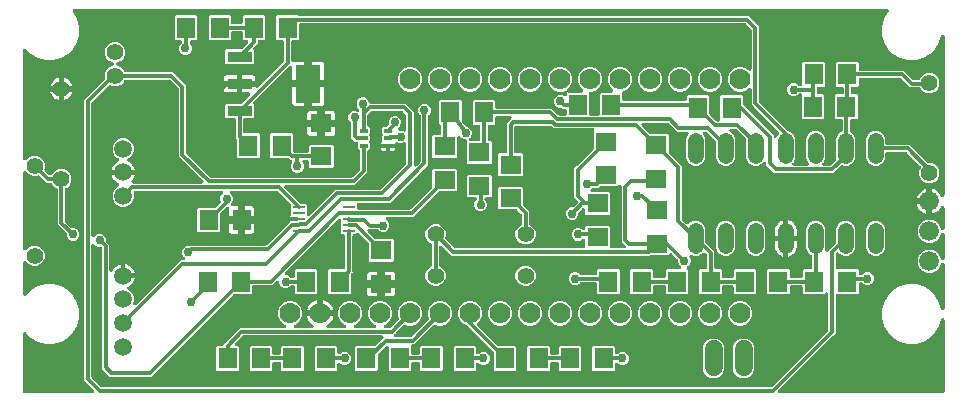
<source format=gbr>
G04 EAGLE Gerber RS-274X export*
G75*
%MOMM*%
%FSLAX34Y34*%
%LPD*%
%INTop Copper*%
%IPPOS*%
%AMOC8*
5,1,8,0,0,1.08239X$1,22.5*%
G01*
%ADD10C,1.778000*%
%ADD11R,1.803000X1.600000*%
%ADD12R,1.600000X1.803000*%
%ADD13R,1.800000X1.600000*%
%ADD14R,1.600000X1.800000*%
%ADD15C,1.320800*%
%ADD16C,1.422400*%
%ADD17R,1.000000X0.250000*%
%ADD18R,0.650000X0.350000*%
%ADD19C,1.676400*%
%ADD20C,1.524000*%
%ADD21C,1.500000*%
%ADD22C,1.408000*%
%ADD23R,2.150000X0.950000*%
%ADD24R,2.150000X3.250000*%
%ADD25C,0.756400*%
%ADD26C,0.304800*%

G36*
X186750Y92872D02*
X186750Y92872D01*
X186850Y92874D01*
X186923Y92892D01*
X186996Y92901D01*
X187091Y92934D01*
X187188Y92959D01*
X187255Y92993D01*
X187325Y93018D01*
X187409Y93073D01*
X187498Y93119D01*
X187555Y93167D01*
X187617Y93207D01*
X187687Y93279D01*
X187764Y93344D01*
X187808Y93404D01*
X187860Y93458D01*
X187911Y93544D01*
X187971Y93625D01*
X188000Y93693D01*
X188038Y93757D01*
X188069Y93853D01*
X188109Y93945D01*
X188122Y94018D01*
X188145Y94089D01*
X188153Y94189D01*
X188170Y94288D01*
X188167Y94362D01*
X188173Y94436D01*
X188158Y94536D01*
X188153Y94636D01*
X188132Y94707D01*
X188121Y94781D01*
X188084Y94874D01*
X188056Y94971D01*
X188020Y95036D01*
X187992Y95105D01*
X187935Y95187D01*
X187886Y95275D01*
X187821Y95351D01*
X187793Y95391D01*
X187767Y95415D01*
X187727Y95461D01*
X181683Y101505D01*
X179451Y103737D01*
X179451Y341263D01*
X196441Y358253D01*
X196488Y358312D01*
X196543Y358366D01*
X196597Y358449D01*
X196658Y358526D01*
X196690Y358595D01*
X196732Y358659D01*
X196765Y358752D01*
X196807Y358841D01*
X196823Y358915D01*
X196848Y358988D01*
X196859Y359085D01*
X196880Y359181D01*
X196879Y359258D01*
X196887Y359334D01*
X196876Y359432D01*
X196874Y359530D01*
X196855Y359604D01*
X196846Y359680D01*
X196801Y359822D01*
X196789Y359868D01*
X196780Y359885D01*
X196771Y359913D01*
X196763Y359932D01*
X196763Y363368D01*
X198078Y366542D01*
X200508Y368972D01*
X203576Y370243D01*
X203663Y370291D01*
X203756Y370331D01*
X203815Y370376D01*
X203880Y370412D01*
X203955Y370479D01*
X204035Y370539D01*
X204083Y370596D01*
X204139Y370646D01*
X204196Y370729D01*
X204260Y370805D01*
X204294Y370872D01*
X204337Y370933D01*
X204374Y371026D01*
X204419Y371116D01*
X204437Y371188D01*
X204465Y371257D01*
X204479Y371357D01*
X204503Y371454D01*
X204504Y371528D01*
X204515Y371602D01*
X204507Y371702D01*
X204508Y371802D01*
X204493Y371875D01*
X204486Y371949D01*
X204456Y372045D01*
X204434Y372143D01*
X204402Y372210D01*
X204379Y372281D01*
X204328Y372367D01*
X204284Y372458D01*
X204238Y372516D01*
X204200Y372579D01*
X204130Y372652D01*
X204067Y372730D01*
X204009Y372776D01*
X203957Y372829D01*
X203872Y372884D01*
X203793Y372946D01*
X203704Y372992D01*
X203664Y373018D01*
X203630Y373030D01*
X203576Y373057D01*
X200508Y374328D01*
X198078Y376758D01*
X196763Y379932D01*
X196763Y383368D01*
X198078Y386542D01*
X200508Y388972D01*
X203682Y390287D01*
X207118Y390287D01*
X210292Y388972D01*
X212722Y386542D01*
X214037Y383368D01*
X214037Y379932D01*
X212722Y376758D01*
X210292Y374328D01*
X207224Y373057D01*
X207137Y373009D01*
X207044Y372968D01*
X206985Y372924D01*
X206920Y372888D01*
X206845Y372821D01*
X206765Y372761D01*
X206717Y372704D01*
X206661Y372654D01*
X206604Y372571D01*
X206540Y372495D01*
X206506Y372428D01*
X206463Y372367D01*
X206426Y372274D01*
X206381Y372184D01*
X206363Y372112D01*
X206335Y372043D01*
X206321Y371944D01*
X206297Y371846D01*
X206296Y371772D01*
X206285Y371698D01*
X206293Y371598D01*
X206292Y371498D01*
X206307Y371425D01*
X206314Y371351D01*
X206344Y371255D01*
X206366Y371157D01*
X206398Y371090D01*
X206421Y371019D01*
X206472Y370933D01*
X206516Y370842D01*
X206562Y370784D01*
X206600Y370721D01*
X206670Y370648D01*
X206733Y370570D01*
X206791Y370524D01*
X206843Y370471D01*
X206928Y370416D01*
X207007Y370354D01*
X207096Y370308D01*
X207136Y370282D01*
X207170Y370270D01*
X207224Y370243D01*
X210292Y368972D01*
X212722Y366542D01*
X213096Y365639D01*
X213133Y365572D01*
X213161Y365501D01*
X213217Y365421D01*
X213265Y365334D01*
X213317Y365278D01*
X213360Y365215D01*
X213433Y365149D01*
X213499Y365076D01*
X213562Y365033D01*
X213619Y364982D01*
X213705Y364934D01*
X213786Y364878D01*
X213857Y364850D01*
X213924Y364813D01*
X214019Y364786D01*
X214110Y364750D01*
X214186Y364739D01*
X214260Y364718D01*
X214408Y364706D01*
X214455Y364699D01*
X214474Y364701D01*
X214503Y364699D01*
X254613Y364699D01*
X265549Y353763D01*
X265549Y296894D01*
X265563Y296768D01*
X265570Y296642D01*
X265583Y296596D01*
X265589Y296548D01*
X265631Y296429D01*
X265666Y296307D01*
X265690Y296265D01*
X265706Y296219D01*
X265775Y296113D01*
X265836Y296003D01*
X265876Y295957D01*
X265895Y295927D01*
X265930Y295893D01*
X265995Y295817D01*
X285817Y275995D01*
X285916Y275916D01*
X286010Y275832D01*
X286052Y275808D01*
X286090Y275778D01*
X286204Y275724D01*
X286315Y275663D01*
X286361Y275650D01*
X286405Y275629D01*
X286528Y275603D01*
X286650Y275568D01*
X286711Y275563D01*
X286746Y275556D01*
X286794Y275557D01*
X286894Y275549D01*
X405606Y275549D01*
X405732Y275563D01*
X405858Y275570D01*
X405904Y275583D01*
X405952Y275589D01*
X406071Y275631D01*
X406193Y275666D01*
X406235Y275690D01*
X406281Y275706D01*
X406387Y275775D01*
X406497Y275836D01*
X406543Y275876D01*
X406573Y275895D01*
X406607Y275930D01*
X406683Y275995D01*
X412725Y282037D01*
X412804Y282136D01*
X412888Y282230D01*
X412912Y282272D01*
X412942Y282310D01*
X412996Y282424D01*
X413057Y282535D01*
X413070Y282581D01*
X413091Y282625D01*
X413117Y282748D01*
X413152Y282870D01*
X413157Y282931D01*
X413164Y282966D01*
X413163Y283014D01*
X413171Y283114D01*
X413171Y297431D01*
X413157Y297557D01*
X413150Y297683D01*
X413137Y297730D01*
X413131Y297778D01*
X413089Y297897D01*
X413054Y298018D01*
X413030Y298060D01*
X413014Y298106D01*
X412945Y298212D01*
X412884Y298322D01*
X412844Y298369D01*
X412825Y298399D01*
X412790Y298432D01*
X412725Y298509D01*
X411445Y299788D01*
X411445Y304098D01*
X411442Y304124D01*
X411444Y304150D01*
X411422Y304297D01*
X411405Y304444D01*
X411397Y304469D01*
X411393Y304495D01*
X411338Y304632D01*
X411288Y304772D01*
X411274Y304794D01*
X411264Y304819D01*
X411179Y304940D01*
X411099Y305065D01*
X411080Y305083D01*
X411065Y305105D01*
X410955Y305204D01*
X410848Y305307D01*
X410826Y305321D01*
X410806Y305338D01*
X410676Y305410D01*
X410549Y305486D01*
X410524Y305494D01*
X410501Y305507D01*
X410358Y305547D01*
X410217Y305592D01*
X410191Y305594D01*
X410166Y305602D01*
X409922Y305621D01*
X409067Y305621D01*
X405451Y309237D01*
X405451Y321413D01*
X405437Y321539D01*
X405430Y321665D01*
X405417Y321711D01*
X405411Y321759D01*
X405369Y321878D01*
X405334Y322000D01*
X405310Y322042D01*
X405294Y322087D01*
X405225Y322193D01*
X405164Y322304D01*
X405124Y322350D01*
X405105Y322380D01*
X405070Y322414D01*
X405005Y322490D01*
X404001Y323494D01*
X403193Y325444D01*
X403193Y327556D01*
X404001Y329506D01*
X405494Y330999D01*
X407444Y331807D01*
X409556Y331807D01*
X410389Y331461D01*
X410438Y331448D01*
X410483Y331426D01*
X410605Y331400D01*
X410725Y331366D01*
X410775Y331363D01*
X410824Y331353D01*
X410949Y331355D01*
X411073Y331349D01*
X411122Y331358D01*
X411173Y331359D01*
X411293Y331389D01*
X411415Y331411D01*
X411462Y331431D01*
X411510Y331444D01*
X411621Y331501D01*
X411735Y331550D01*
X411775Y331580D01*
X411820Y331603D01*
X411915Y331684D01*
X412015Y331758D01*
X412047Y331796D01*
X412086Y331829D01*
X412160Y331929D01*
X412240Y332024D01*
X412263Y332069D01*
X412293Y332109D01*
X412342Y332224D01*
X412399Y332334D01*
X412411Y332383D01*
X412431Y332429D01*
X412453Y332552D01*
X412483Y332672D01*
X412484Y332723D01*
X412493Y332772D01*
X412486Y332897D01*
X412488Y333021D01*
X412477Y333070D01*
X412475Y333120D01*
X412440Y333240D01*
X412414Y333361D01*
X412392Y333407D01*
X412378Y333455D01*
X412317Y333564D01*
X412264Y333676D01*
X412232Y333716D01*
X412208Y333759D01*
X412049Y333946D01*
X410831Y335164D01*
X410023Y337114D01*
X410023Y339226D01*
X410831Y341176D01*
X412324Y342669D01*
X414274Y343477D01*
X416386Y343477D01*
X418336Y342669D01*
X419829Y341176D01*
X420735Y338989D01*
X420769Y338928D01*
X420777Y338906D01*
X420779Y338903D01*
X420800Y338851D01*
X420856Y338770D01*
X420904Y338684D01*
X420955Y338628D01*
X420999Y338565D01*
X421072Y338499D01*
X421138Y338426D01*
X421201Y338383D01*
X421258Y338332D01*
X421344Y338284D01*
X421425Y338228D01*
X421496Y338200D01*
X421563Y338163D01*
X421658Y338136D01*
X421749Y338100D01*
X421825Y338089D01*
X421898Y338068D01*
X422047Y338056D01*
X422094Y338049D01*
X422113Y338051D01*
X422142Y338049D01*
X451263Y338049D01*
X455817Y333495D01*
X455916Y333416D01*
X456010Y333332D01*
X456052Y333308D01*
X456090Y333278D01*
X456204Y333224D01*
X456315Y333163D01*
X456361Y333150D01*
X456405Y333129D01*
X456503Y333108D01*
X458349Y331263D01*
X458349Y286338D01*
X458360Y286238D01*
X458362Y286138D01*
X458380Y286065D01*
X458389Y285992D01*
X458422Y285897D01*
X458447Y285800D01*
X458481Y285733D01*
X458506Y285663D01*
X458561Y285579D01*
X458607Y285490D01*
X458655Y285433D01*
X458695Y285371D01*
X458767Y285301D01*
X458832Y285224D01*
X458892Y285180D01*
X458946Y285128D01*
X459032Y285077D01*
X459113Y285017D01*
X459181Y284988D01*
X459245Y284950D01*
X459341Y284919D01*
X459433Y284879D01*
X459506Y284866D01*
X459577Y284843D01*
X459677Y284835D01*
X459776Y284818D01*
X459850Y284821D01*
X459924Y284815D01*
X460024Y284830D01*
X460124Y284835D01*
X460195Y284856D01*
X460269Y284867D01*
X460362Y284904D01*
X460459Y284932D01*
X460524Y284968D01*
X460593Y284996D01*
X460675Y285053D01*
X460763Y285102D01*
X460839Y285167D01*
X460879Y285195D01*
X460903Y285221D01*
X460949Y285261D01*
X464005Y288317D01*
X464073Y288402D01*
X464104Y288434D01*
X464111Y288445D01*
X464168Y288510D01*
X464192Y288552D01*
X464222Y288590D01*
X464276Y288704D01*
X464337Y288815D01*
X464350Y288861D01*
X464371Y288905D01*
X464397Y289028D01*
X464432Y289150D01*
X464437Y289211D01*
X464444Y289245D01*
X464443Y289293D01*
X464451Y289394D01*
X464451Y327413D01*
X464437Y327539D01*
X464430Y327665D01*
X464417Y327711D01*
X464411Y327759D01*
X464369Y327878D01*
X464334Y328000D01*
X464310Y328042D01*
X464294Y328087D01*
X464225Y328193D01*
X464164Y328304D01*
X464124Y328350D01*
X464105Y328380D01*
X464070Y328414D01*
X464051Y328436D01*
X464043Y328448D01*
X464034Y328456D01*
X464005Y328490D01*
X463001Y329494D01*
X462193Y331444D01*
X462193Y333556D01*
X463001Y335506D01*
X464494Y336999D01*
X466444Y337807D01*
X468556Y337807D01*
X470506Y336999D01*
X471999Y335506D01*
X472807Y333556D01*
X472807Y331444D01*
X471999Y329494D01*
X470995Y328490D01*
X470928Y328406D01*
X470891Y328367D01*
X470883Y328354D01*
X470832Y328297D01*
X470808Y328255D01*
X470778Y328217D01*
X470724Y328103D01*
X470663Y327992D01*
X470650Y327946D01*
X470629Y327902D01*
X470603Y327779D01*
X470568Y327657D01*
X470563Y327596D01*
X470556Y327561D01*
X470557Y327513D01*
X470549Y327413D01*
X470549Y286237D01*
X468317Y284005D01*
X440995Y256683D01*
X438763Y254451D01*
X411539Y254451D01*
X411513Y254448D01*
X411487Y254450D01*
X411340Y254428D01*
X411193Y254411D01*
X411168Y254403D01*
X411142Y254399D01*
X411004Y254344D01*
X410865Y254294D01*
X410843Y254280D01*
X410818Y254270D01*
X410697Y254185D01*
X410572Y254105D01*
X410554Y254086D01*
X410532Y254071D01*
X410433Y253961D01*
X410330Y253854D01*
X410316Y253832D01*
X410299Y253812D01*
X410227Y253682D01*
X410151Y253555D01*
X410143Y253530D01*
X410130Y253507D01*
X410090Y253364D01*
X410045Y253223D01*
X410043Y253197D01*
X410035Y253172D01*
X410016Y252928D01*
X410016Y250022D01*
X410019Y249996D01*
X410017Y249970D01*
X410039Y249823D01*
X410056Y249676D01*
X410064Y249651D01*
X410068Y249625D01*
X410123Y249487D01*
X410173Y249348D01*
X410187Y249326D01*
X410197Y249301D01*
X410282Y249180D01*
X410362Y249055D01*
X410381Y249037D01*
X410396Y249015D01*
X410506Y248916D01*
X410613Y248813D01*
X410635Y248799D01*
X410655Y248782D01*
X410785Y248710D01*
X410912Y248634D01*
X410937Y248626D01*
X410960Y248613D01*
X411103Y248573D01*
X411244Y248528D01*
X411270Y248526D01*
X411295Y248518D01*
X411539Y248499D01*
X454766Y248499D01*
X454892Y248513D01*
X455018Y248520D01*
X455064Y248533D01*
X455112Y248539D01*
X455231Y248581D01*
X455353Y248616D01*
X455395Y248640D01*
X455441Y248656D01*
X455547Y248725D01*
X455657Y248786D01*
X455703Y248826D01*
X455733Y248845D01*
X455767Y248880D01*
X455843Y248945D01*
X473684Y266786D01*
X473763Y266885D01*
X473847Y266979D01*
X473871Y267021D01*
X473901Y267059D01*
X473955Y267173D01*
X474016Y267284D01*
X474029Y267330D01*
X474050Y267374D01*
X474076Y267497D01*
X474111Y267619D01*
X474116Y267680D01*
X474123Y267715D01*
X474122Y267763D01*
X474130Y267863D01*
X474130Y282092D01*
X475023Y282985D01*
X494317Y282985D01*
X495210Y282092D01*
X495210Y264828D01*
X494317Y263935D01*
X480088Y263935D01*
X479962Y263921D01*
X479836Y263914D01*
X479790Y263901D01*
X479742Y263895D01*
X479623Y263853D01*
X479501Y263818D01*
X479459Y263794D01*
X479413Y263778D01*
X479307Y263709D01*
X479197Y263648D01*
X479151Y263608D01*
X479121Y263589D01*
X479087Y263554D01*
X479011Y263489D01*
X457923Y242401D01*
X436157Y242401D01*
X436107Y242395D01*
X436056Y242398D01*
X435934Y242376D01*
X435811Y242361D01*
X435763Y242344D01*
X435713Y242335D01*
X435600Y242286D01*
X435482Y242244D01*
X435440Y242217D01*
X435394Y242196D01*
X435294Y242122D01*
X435190Y242055D01*
X435155Y242019D01*
X435114Y241989D01*
X435034Y241894D01*
X434947Y241804D01*
X434922Y241761D01*
X434889Y241722D01*
X434832Y241612D01*
X434769Y241505D01*
X434753Y241457D01*
X434730Y241412D01*
X434700Y241292D01*
X434662Y241173D01*
X434658Y241123D01*
X434646Y241074D01*
X434644Y240950D01*
X434634Y240826D01*
X434642Y240776D01*
X434641Y240726D01*
X434668Y240604D01*
X434686Y240481D01*
X434705Y240434D01*
X434715Y240385D01*
X434769Y240273D01*
X434815Y240157D01*
X434844Y240116D01*
X434865Y240070D01*
X434943Y239973D01*
X435014Y239871D01*
X435051Y239837D01*
X435083Y239798D01*
X435180Y239721D01*
X435273Y239638D01*
X435317Y239613D01*
X435356Y239582D01*
X435493Y239512D01*
X436999Y238006D01*
X437807Y236056D01*
X437807Y233944D01*
X436999Y231994D01*
X435506Y230501D01*
X433556Y229693D01*
X431444Y229693D01*
X429494Y230501D01*
X428490Y231505D01*
X428391Y231584D01*
X428297Y231668D01*
X428255Y231692D01*
X428217Y231722D01*
X428103Y231776D01*
X427992Y231837D01*
X427946Y231850D01*
X427902Y231871D01*
X427779Y231897D01*
X427657Y231932D01*
X427596Y231937D01*
X427561Y231944D01*
X427513Y231943D01*
X427413Y231951D01*
X420768Y231951D01*
X420668Y231940D01*
X420568Y231938D01*
X420495Y231920D01*
X420422Y231911D01*
X420327Y231878D01*
X420230Y231853D01*
X420163Y231819D01*
X420093Y231794D01*
X420009Y231739D01*
X419920Y231693D01*
X419863Y231645D01*
X419801Y231605D01*
X419731Y231533D01*
X419654Y231468D01*
X419610Y231408D01*
X419558Y231354D01*
X419507Y231268D01*
X419447Y231187D01*
X419418Y231119D01*
X419380Y231055D01*
X419349Y230959D01*
X419309Y230867D01*
X419296Y230794D01*
X419273Y230723D01*
X419265Y230623D01*
X419248Y230524D01*
X419251Y230450D01*
X419245Y230376D01*
X419260Y230276D01*
X419265Y230176D01*
X419286Y230105D01*
X419297Y230031D01*
X419334Y229938D01*
X419362Y229841D01*
X419398Y229776D01*
X419426Y229707D01*
X419483Y229625D01*
X419532Y229537D01*
X419597Y229461D01*
X419625Y229421D01*
X419651Y229397D01*
X419691Y229351D01*
X425151Y223891D01*
X425250Y223812D01*
X425344Y223728D01*
X425386Y223704D01*
X425424Y223674D01*
X425538Y223620D01*
X425649Y223559D01*
X425695Y223546D01*
X425739Y223525D01*
X425862Y223499D01*
X425984Y223464D01*
X426045Y223459D01*
X426080Y223452D01*
X426128Y223453D01*
X426228Y223445D01*
X440457Y223445D01*
X441350Y222552D01*
X441350Y205288D01*
X440457Y204395D01*
X421163Y204395D01*
X420270Y205288D01*
X420270Y219517D01*
X420256Y219643D01*
X420249Y219769D01*
X420236Y219815D01*
X420230Y219863D01*
X420188Y219982D01*
X420153Y220104D01*
X420129Y220146D01*
X420113Y220192D01*
X420044Y220298D01*
X419983Y220408D01*
X419943Y220454D01*
X419924Y220484D01*
X419889Y220518D01*
X419824Y220594D01*
X412010Y228408D01*
X411989Y228425D01*
X411972Y228445D01*
X411853Y228533D01*
X411737Y228625D01*
X411713Y228636D01*
X411692Y228652D01*
X411556Y228711D01*
X411422Y228774D01*
X411396Y228780D01*
X411372Y228790D01*
X411226Y228816D01*
X411081Y228847D01*
X411055Y228847D01*
X411029Y228852D01*
X410881Y228844D01*
X410733Y228841D01*
X410707Y228835D01*
X410681Y228834D01*
X410539Y228793D01*
X410395Y228756D01*
X410371Y228744D01*
X410346Y228737D01*
X410217Y228665D01*
X410085Y228597D01*
X410065Y228580D01*
X410042Y228567D01*
X409856Y228408D01*
X409123Y227675D01*
X408063Y227675D01*
X408037Y227672D01*
X408011Y227674D01*
X407864Y227652D01*
X407717Y227635D01*
X407692Y227627D01*
X407666Y227623D01*
X407528Y227568D01*
X407389Y227518D01*
X407367Y227504D01*
X407342Y227494D01*
X407221Y227409D01*
X407096Y227329D01*
X407078Y227310D01*
X407056Y227295D01*
X406957Y227185D01*
X406854Y227078D01*
X406840Y227056D01*
X406823Y227036D01*
X406751Y226906D01*
X406675Y226779D01*
X406667Y226754D01*
X406654Y226731D01*
X406614Y226588D01*
X406569Y226447D01*
X406567Y226421D01*
X406559Y226396D01*
X406540Y226152D01*
X406540Y196757D01*
X406545Y196714D01*
X406545Y196634D01*
X406642Y195428D01*
X406636Y195406D01*
X405777Y194547D01*
X405751Y194514D01*
X405694Y194457D01*
X405638Y194391D01*
X405601Y194336D01*
X405558Y194288D01*
X405505Y194192D01*
X405444Y194101D01*
X405421Y194041D01*
X405410Y194022D01*
X405408Y194018D01*
X405389Y193983D01*
X405359Y193878D01*
X405321Y193775D01*
X405314Y193722D01*
X405304Y193690D01*
X405302Y193676D01*
X405294Y193648D01*
X405280Y193465D01*
X405275Y193429D01*
X405276Y193419D01*
X405275Y193404D01*
X405275Y177823D01*
X404382Y176930D01*
X387118Y176930D01*
X386225Y177823D01*
X386225Y197117D01*
X387118Y198010D01*
X398919Y198010D01*
X398945Y198013D01*
X398971Y198011D01*
X399118Y198033D01*
X399265Y198050D01*
X399290Y198058D01*
X399316Y198062D01*
X399454Y198117D01*
X399593Y198167D01*
X399615Y198181D01*
X399640Y198191D01*
X399761Y198276D01*
X399886Y198356D01*
X399904Y198375D01*
X399926Y198390D01*
X400025Y198500D01*
X400128Y198607D01*
X400142Y198629D01*
X400159Y198649D01*
X400231Y198779D01*
X400307Y198906D01*
X400315Y198931D01*
X400328Y198954D01*
X400368Y199097D01*
X400413Y199238D01*
X400415Y199264D01*
X400423Y199289D01*
X400442Y199533D01*
X400442Y226152D01*
X400439Y226178D01*
X400441Y226204D01*
X400419Y226351D01*
X400402Y226498D01*
X400394Y226523D01*
X400390Y226549D01*
X400335Y226687D01*
X400285Y226826D01*
X400271Y226848D01*
X400261Y226873D01*
X400176Y226994D01*
X400096Y227119D01*
X400077Y227137D01*
X400062Y227159D01*
X399952Y227258D01*
X399845Y227361D01*
X399823Y227375D01*
X399803Y227392D01*
X399673Y227464D01*
X399546Y227540D01*
X399521Y227548D01*
X399498Y227561D01*
X399355Y227601D01*
X399214Y227646D01*
X399188Y227648D01*
X399163Y227656D01*
X398919Y227675D01*
X397859Y227675D01*
X396966Y228568D01*
X396966Y238977D01*
X396955Y239077D01*
X396953Y239177D01*
X396935Y239250D01*
X396926Y239323D01*
X396893Y239418D01*
X396868Y239515D01*
X396834Y239582D01*
X396809Y239652D01*
X396754Y239736D01*
X396708Y239825D01*
X396660Y239882D01*
X396620Y239944D01*
X396548Y240014D01*
X396483Y240091D01*
X396423Y240135D01*
X396369Y240187D01*
X396283Y240238D01*
X396202Y240298D01*
X396134Y240327D01*
X396070Y240365D01*
X395974Y240396D01*
X395882Y240436D01*
X395809Y240449D01*
X395738Y240472D01*
X395638Y240480D01*
X395539Y240497D01*
X395465Y240494D01*
X395391Y240500D01*
X395291Y240485D01*
X395191Y240480D01*
X395120Y240459D01*
X395046Y240448D01*
X394953Y240411D01*
X394856Y240383D01*
X394791Y240347D01*
X394722Y240319D01*
X394640Y240262D01*
X394552Y240213D01*
X394476Y240148D01*
X394436Y240120D01*
X394412Y240094D01*
X394366Y240054D01*
X349719Y195407D01*
X349656Y195329D01*
X349586Y195256D01*
X349548Y195192D01*
X349502Y195134D01*
X349459Y195043D01*
X349408Y194957D01*
X349385Y194886D01*
X349353Y194819D01*
X349332Y194721D01*
X349301Y194625D01*
X349295Y194551D01*
X349280Y194478D01*
X349281Y194378D01*
X349273Y194278D01*
X349284Y194204D01*
X349286Y194130D01*
X349310Y194033D01*
X349325Y193933D01*
X349353Y193864D01*
X349371Y193792D01*
X349417Y193702D01*
X349454Y193609D01*
X349496Y193548D01*
X349530Y193482D01*
X349596Y193405D01*
X349653Y193323D01*
X349708Y193273D01*
X349756Y193217D01*
X349837Y193157D01*
X349912Y193090D01*
X349977Y193054D01*
X350036Y193009D01*
X350129Y192970D01*
X350217Y192921D01*
X350288Y192901D01*
X350356Y192871D01*
X350455Y192854D01*
X350552Y192826D01*
X350652Y192818D01*
X350699Y192810D01*
X350735Y192812D01*
X350796Y192807D01*
X351056Y192807D01*
X353006Y191999D01*
X354040Y190965D01*
X354139Y190886D01*
X354233Y190802D01*
X354275Y190778D01*
X354313Y190748D01*
X354427Y190694D01*
X354538Y190633D01*
X354584Y190620D01*
X354628Y190599D01*
X354751Y190573D01*
X354873Y190538D01*
X354934Y190533D01*
X354969Y190526D01*
X355017Y190527D01*
X355117Y190519D01*
X356262Y190519D01*
X356288Y190522D01*
X356314Y190520D01*
X356461Y190542D01*
X356608Y190559D01*
X356633Y190567D01*
X356659Y190571D01*
X356797Y190626D01*
X356936Y190676D01*
X356958Y190690D01*
X356983Y190700D01*
X357104Y190785D01*
X357229Y190865D01*
X357247Y190884D01*
X357269Y190899D01*
X357368Y191009D01*
X357471Y191116D01*
X357485Y191138D01*
X357502Y191158D01*
X357574Y191288D01*
X357650Y191415D01*
X357658Y191440D01*
X357671Y191463D01*
X357711Y191606D01*
X357756Y191747D01*
X357758Y191773D01*
X357766Y191798D01*
X357785Y192042D01*
X357785Y197117D01*
X358678Y198010D01*
X375942Y198010D01*
X376835Y197117D01*
X376835Y177823D01*
X375942Y176930D01*
X358678Y176930D01*
X357785Y177823D01*
X357785Y182898D01*
X357782Y182924D01*
X357784Y182950D01*
X357762Y183096D01*
X357745Y183244D01*
X357737Y183269D01*
X357733Y183295D01*
X357678Y183433D01*
X357628Y183572D01*
X357614Y183594D01*
X357604Y183619D01*
X357519Y183740D01*
X357439Y183865D01*
X357420Y183883D01*
X357405Y183905D01*
X357295Y184004D01*
X357188Y184107D01*
X357166Y184121D01*
X357146Y184138D01*
X357016Y184210D01*
X356889Y184286D01*
X356864Y184294D01*
X356841Y184307D01*
X356698Y184347D01*
X356557Y184392D01*
X356531Y184394D01*
X356506Y184402D01*
X356262Y184421D01*
X355057Y184421D01*
X354931Y184407D01*
X354805Y184400D01*
X354759Y184387D01*
X354711Y184381D01*
X354592Y184339D01*
X354470Y184304D01*
X354428Y184280D01*
X354383Y184264D01*
X354277Y184195D01*
X354166Y184134D01*
X354120Y184094D01*
X354090Y184075D01*
X354056Y184040D01*
X353980Y183975D01*
X353006Y183001D01*
X351056Y182193D01*
X348944Y182193D01*
X346994Y183001D01*
X345501Y184494D01*
X344693Y186444D01*
X344693Y186704D01*
X344682Y186804D01*
X344680Y186904D01*
X344662Y186977D01*
X344653Y187050D01*
X344620Y187145D01*
X344595Y187242D01*
X344561Y187309D01*
X344536Y187379D01*
X344481Y187463D01*
X344435Y187552D01*
X344387Y187609D01*
X344347Y187671D01*
X344275Y187741D01*
X344210Y187818D01*
X344150Y187862D01*
X344096Y187914D01*
X344010Y187965D01*
X343929Y188025D01*
X343861Y188054D01*
X343797Y188092D01*
X343701Y188123D01*
X343609Y188163D01*
X343536Y188176D01*
X343465Y188199D01*
X343365Y188207D01*
X343266Y188224D01*
X343192Y188221D01*
X343118Y188227D01*
X343018Y188212D01*
X342918Y188207D01*
X342847Y188186D01*
X342773Y188175D01*
X342680Y188138D01*
X342583Y188110D01*
X342518Y188074D01*
X342449Y188046D01*
X342367Y187989D01*
X342279Y187940D01*
X342203Y187875D01*
X342163Y187847D01*
X342139Y187821D01*
X342093Y187781D01*
X338733Y184421D01*
X323278Y184421D01*
X323252Y184418D01*
X323226Y184420D01*
X323079Y184398D01*
X322932Y184381D01*
X322907Y184373D01*
X322881Y184369D01*
X322743Y184314D01*
X322604Y184264D01*
X322582Y184250D01*
X322557Y184240D01*
X322436Y184155D01*
X322311Y184075D01*
X322293Y184056D01*
X322271Y184041D01*
X322172Y183931D01*
X322069Y183824D01*
X322055Y183802D01*
X322038Y183782D01*
X321966Y183652D01*
X321890Y183525D01*
X321882Y183500D01*
X321869Y183477D01*
X321829Y183334D01*
X321784Y183193D01*
X321782Y183167D01*
X321774Y183142D01*
X321755Y182898D01*
X321755Y177838D01*
X320862Y176945D01*
X306648Y176945D01*
X306522Y176931D01*
X306396Y176924D01*
X306350Y176911D01*
X306302Y176905D01*
X306183Y176863D01*
X306061Y176828D01*
X306019Y176804D01*
X305973Y176788D01*
X305867Y176719D01*
X305757Y176658D01*
X305711Y176618D01*
X305681Y176599D01*
X305647Y176564D01*
X305571Y176499D01*
X236023Y106951D01*
X201237Y106951D01*
X194451Y113737D01*
X194451Y215606D01*
X194437Y215732D01*
X194430Y215858D01*
X194417Y215904D01*
X194411Y215952D01*
X194369Y216071D01*
X194334Y216193D01*
X194310Y216235D01*
X194294Y216281D01*
X194225Y216387D01*
X194164Y216497D01*
X194124Y216543D01*
X194105Y216573D01*
X194070Y216607D01*
X194005Y216683D01*
X193941Y216747D01*
X193842Y216826D01*
X193748Y216910D01*
X193706Y216934D01*
X193668Y216964D01*
X193554Y217018D01*
X193443Y217079D01*
X193397Y217092D01*
X193353Y217113D01*
X193230Y217139D01*
X193108Y217174D01*
X193047Y217179D01*
X193012Y217186D01*
X192964Y217185D01*
X192864Y217193D01*
X191444Y217193D01*
X189494Y218001D01*
X188149Y219346D01*
X188070Y219409D01*
X187998Y219478D01*
X187934Y219517D01*
X187876Y219563D01*
X187785Y219606D01*
X187699Y219657D01*
X187628Y219680D01*
X187561Y219712D01*
X187463Y219733D01*
X187367Y219763D01*
X187293Y219769D01*
X187220Y219785D01*
X187120Y219783D01*
X187020Y219791D01*
X186946Y219780D01*
X186872Y219779D01*
X186775Y219755D01*
X186675Y219740D01*
X186606Y219712D01*
X186534Y219694D01*
X186445Y219648D01*
X186351Y219611D01*
X186290Y219568D01*
X186224Y219534D01*
X186148Y219469D01*
X186065Y219412D01*
X186015Y219357D01*
X185959Y219309D01*
X185899Y219228D01*
X185832Y219153D01*
X185796Y219088D01*
X185751Y219028D01*
X185712Y218936D01*
X185663Y218848D01*
X185643Y218777D01*
X185613Y218708D01*
X185596Y218609D01*
X185568Y218513D01*
X185560Y218413D01*
X185552Y218365D01*
X185554Y218330D01*
X185549Y218269D01*
X185549Y106894D01*
X185563Y106768D01*
X185570Y106642D01*
X185583Y106596D01*
X185589Y106548D01*
X185631Y106429D01*
X185666Y106307D01*
X185690Y106265D01*
X185706Y106219D01*
X185775Y106113D01*
X185836Y106003D01*
X185876Y105957D01*
X185895Y105927D01*
X185930Y105893D01*
X185995Y105817D01*
X193317Y98495D01*
X193416Y98416D01*
X193510Y98332D01*
X193552Y98308D01*
X193590Y98278D01*
X193704Y98224D01*
X193815Y98163D01*
X193861Y98150D01*
X193905Y98129D01*
X194028Y98103D01*
X194150Y98068D01*
X194211Y98063D01*
X194246Y98056D01*
X194294Y98057D01*
X194394Y98049D01*
X760606Y98049D01*
X760732Y98063D01*
X760858Y98070D01*
X760904Y98083D01*
X760952Y98089D01*
X761071Y98131D01*
X761193Y98166D01*
X761235Y98190D01*
X761281Y98206D01*
X761387Y98275D01*
X761497Y98336D01*
X761543Y98376D01*
X761573Y98395D01*
X761607Y98430D01*
X761683Y98495D01*
X809005Y145817D01*
X809084Y145916D01*
X809168Y146010D01*
X809192Y146052D01*
X809222Y146090D01*
X809276Y146204D01*
X809337Y146315D01*
X809350Y146361D01*
X809371Y146405D01*
X809397Y146528D01*
X809432Y146650D01*
X809437Y146711D01*
X809444Y146746D01*
X809443Y146794D01*
X809451Y146894D01*
X809451Y176823D01*
X809440Y176922D01*
X809438Y177023D01*
X809420Y177095D01*
X809411Y177169D01*
X809378Y177263D01*
X809353Y177361D01*
X809319Y177427D01*
X809294Y177497D01*
X809239Y177581D01*
X809193Y177671D01*
X809145Y177727D01*
X809105Y177790D01*
X809033Y177859D01*
X808968Y177936D01*
X808908Y177980D01*
X808854Y178032D01*
X808768Y178083D01*
X808687Y178143D01*
X808619Y178173D01*
X808555Y178211D01*
X808459Y178241D01*
X808367Y178281D01*
X808294Y178294D01*
X808223Y178317D01*
X808123Y178325D01*
X808024Y178343D01*
X807950Y178339D01*
X807876Y178345D01*
X807776Y178330D01*
X807676Y178325D01*
X807605Y178304D01*
X807531Y178293D01*
X807438Y178256D01*
X807341Y178228D01*
X807276Y178192D01*
X807207Y178164D01*
X807125Y178107D01*
X807037Y178058D01*
X806961Y177993D01*
X806921Y177966D01*
X806897Y177939D01*
X806851Y177900D01*
X805852Y176900D01*
X788588Y176900D01*
X787695Y177793D01*
X787695Y182898D01*
X787692Y182924D01*
X787694Y182950D01*
X787672Y183096D01*
X787655Y183244D01*
X787647Y183269D01*
X787643Y183295D01*
X787588Y183433D01*
X787538Y183572D01*
X787524Y183594D01*
X787514Y183619D01*
X787429Y183740D01*
X787349Y183865D01*
X787330Y183883D01*
X787315Y183905D01*
X787205Y184004D01*
X787098Y184107D01*
X787076Y184121D01*
X787056Y184138D01*
X786926Y184210D01*
X786799Y184286D01*
X786774Y184294D01*
X786751Y184307D01*
X786608Y184347D01*
X786467Y184392D01*
X786441Y184394D01*
X786416Y184402D01*
X786172Y184421D01*
X778258Y184421D01*
X778232Y184418D01*
X778206Y184420D01*
X778059Y184398D01*
X777912Y184381D01*
X777887Y184373D01*
X777861Y184369D01*
X777723Y184314D01*
X777584Y184264D01*
X777562Y184250D01*
X777537Y184240D01*
X777416Y184155D01*
X777291Y184075D01*
X777273Y184056D01*
X777251Y184041D01*
X777152Y183931D01*
X777049Y183824D01*
X777035Y183802D01*
X777018Y183782D01*
X776946Y183652D01*
X776870Y183525D01*
X776862Y183500D01*
X776849Y183477D01*
X776809Y183334D01*
X776764Y183193D01*
X776762Y183167D01*
X776754Y183142D01*
X776735Y182898D01*
X776735Y177823D01*
X775842Y176930D01*
X758578Y176930D01*
X757685Y177823D01*
X757685Y197117D01*
X758578Y198010D01*
X775842Y198010D01*
X776735Y197117D01*
X776735Y192042D01*
X776738Y192016D01*
X776736Y191990D01*
X776758Y191843D01*
X776775Y191696D01*
X776783Y191671D01*
X776787Y191645D01*
X776842Y191507D01*
X776892Y191368D01*
X776906Y191346D01*
X776916Y191321D01*
X777001Y191200D01*
X777081Y191075D01*
X777100Y191057D01*
X777115Y191035D01*
X777225Y190936D01*
X777332Y190833D01*
X777354Y190819D01*
X777374Y190802D01*
X777504Y190730D01*
X777631Y190654D01*
X777656Y190646D01*
X777679Y190633D01*
X777822Y190593D01*
X777963Y190548D01*
X777989Y190546D01*
X778014Y190538D01*
X778258Y190519D01*
X786172Y190519D01*
X786198Y190522D01*
X786224Y190520D01*
X786371Y190542D01*
X786518Y190559D01*
X786543Y190567D01*
X786569Y190571D01*
X786707Y190626D01*
X786846Y190676D01*
X786868Y190690D01*
X786893Y190700D01*
X787014Y190785D01*
X787139Y190865D01*
X787157Y190884D01*
X787179Y190899D01*
X787278Y191009D01*
X787381Y191116D01*
X787395Y191138D01*
X787412Y191158D01*
X787484Y191288D01*
X787560Y191415D01*
X787568Y191440D01*
X787581Y191463D01*
X787621Y191606D01*
X787666Y191747D01*
X787668Y191773D01*
X787676Y191798D01*
X787695Y192042D01*
X787695Y197087D01*
X788588Y197980D01*
X794248Y197980D01*
X794274Y197983D01*
X794300Y197981D01*
X794447Y198003D01*
X794594Y198020D01*
X794619Y198028D01*
X794645Y198032D01*
X794783Y198087D01*
X794922Y198137D01*
X794944Y198151D01*
X794969Y198161D01*
X795090Y198246D01*
X795215Y198326D01*
X795233Y198345D01*
X795255Y198360D01*
X795354Y198470D01*
X795457Y198577D01*
X795471Y198599D01*
X795488Y198619D01*
X795560Y198749D01*
X795636Y198876D01*
X795644Y198901D01*
X795657Y198924D01*
X795697Y199067D01*
X795742Y199208D01*
X795744Y199234D01*
X795752Y199259D01*
X795771Y199503D01*
X795771Y208943D01*
X795763Y209018D01*
X795764Y209095D01*
X795743Y209191D01*
X795731Y209289D01*
X795706Y209361D01*
X795689Y209435D01*
X795647Y209524D01*
X795614Y209617D01*
X795572Y209681D01*
X795540Y209750D01*
X795478Y209827D01*
X795425Y209910D01*
X795370Y209963D01*
X795322Y210023D01*
X795245Y210083D01*
X795174Y210152D01*
X795109Y210191D01*
X795049Y210238D01*
X794915Y210307D01*
X794875Y210331D01*
X794857Y210336D01*
X794831Y210350D01*
X794215Y210605D01*
X791929Y212891D01*
X790691Y215879D01*
X790691Y232321D01*
X791929Y235309D01*
X794215Y237595D01*
X797203Y238833D01*
X800437Y238833D01*
X803425Y237595D01*
X805711Y235309D01*
X806949Y232321D01*
X806949Y215879D01*
X806528Y214864D01*
X806515Y214816D01*
X806493Y214770D01*
X806467Y214649D01*
X806433Y214529D01*
X806430Y214479D01*
X806420Y214430D01*
X806422Y214306D01*
X806416Y214181D01*
X806425Y214132D01*
X806426Y214081D01*
X806456Y213961D01*
X806478Y213838D01*
X806498Y213792D01*
X806511Y213743D01*
X806568Y213633D01*
X806617Y213519D01*
X806647Y213478D01*
X806670Y213434D01*
X806751Y213339D01*
X806825Y213239D01*
X806864Y213206D01*
X806896Y213168D01*
X806996Y213094D01*
X807091Y213014D01*
X807136Y212991D01*
X807176Y212961D01*
X807291Y212912D01*
X807401Y212855D01*
X807450Y212843D01*
X807496Y212823D01*
X807619Y212801D01*
X807740Y212771D01*
X807790Y212770D01*
X807839Y212761D01*
X807964Y212768D01*
X808088Y212766D01*
X808137Y212777D01*
X808188Y212779D01*
X808307Y212814D01*
X808429Y212840D01*
X808474Y212862D01*
X808522Y212876D01*
X808631Y212937D01*
X808743Y212990D01*
X808783Y213021D01*
X808827Y213046D01*
X809013Y213204D01*
X809016Y213207D01*
X811683Y215875D01*
X815645Y219837D01*
X815724Y219936D01*
X815808Y220030D01*
X815832Y220072D01*
X815862Y220110D01*
X815916Y220224D01*
X815977Y220335D01*
X815990Y220381D01*
X816011Y220425D01*
X816037Y220548D01*
X816072Y220670D01*
X816077Y220731D01*
X816084Y220766D01*
X816083Y220814D01*
X816091Y220914D01*
X816091Y232321D01*
X817329Y235309D01*
X819615Y237595D01*
X822603Y238833D01*
X825837Y238833D01*
X828825Y237595D01*
X831111Y235309D01*
X832349Y232321D01*
X832349Y215879D01*
X831111Y212891D01*
X828825Y210605D01*
X825837Y209367D01*
X822603Y209367D01*
X819615Y210605D01*
X818403Y211817D01*
X818382Y211834D01*
X818365Y211854D01*
X818246Y211942D01*
X818130Y212034D01*
X818106Y212045D01*
X818085Y212061D01*
X817949Y212119D01*
X817815Y212183D01*
X817789Y212188D01*
X817765Y212199D01*
X817619Y212225D01*
X817474Y212256D01*
X817448Y212256D01*
X817422Y212260D01*
X817274Y212253D01*
X817126Y212250D01*
X817100Y212244D01*
X817074Y212242D01*
X816932Y212201D01*
X816788Y212165D01*
X816764Y212153D01*
X816739Y212146D01*
X816610Y212073D01*
X816478Y212006D01*
X816458Y211989D01*
X816435Y211976D01*
X816249Y211817D01*
X815995Y211563D01*
X815916Y211464D01*
X815832Y211370D01*
X815808Y211328D01*
X815778Y211290D01*
X815724Y211176D01*
X815663Y211065D01*
X815650Y211019D01*
X815629Y210975D01*
X815603Y210852D01*
X815568Y210730D01*
X815563Y210669D01*
X815556Y210634D01*
X815557Y210586D01*
X815549Y210486D01*
X815549Y199503D01*
X815552Y199477D01*
X815550Y199451D01*
X815572Y199304D01*
X815589Y199157D01*
X815597Y199132D01*
X815601Y199106D01*
X815656Y198968D01*
X815706Y198829D01*
X815720Y198807D01*
X815730Y198782D01*
X815815Y198661D01*
X815895Y198536D01*
X815914Y198518D01*
X815929Y198496D01*
X816039Y198397D01*
X816146Y198294D01*
X816168Y198280D01*
X816188Y198263D01*
X816318Y198191D01*
X816445Y198115D01*
X816470Y198107D01*
X816493Y198094D01*
X816636Y198054D01*
X816777Y198009D01*
X816803Y198007D01*
X816828Y197999D01*
X817072Y197980D01*
X834292Y197980D01*
X835185Y197087D01*
X835185Y194572D01*
X835188Y194546D01*
X835186Y194520D01*
X835208Y194373D01*
X835225Y194226D01*
X835233Y194201D01*
X835237Y194175D01*
X835292Y194037D01*
X835342Y193898D01*
X835356Y193876D01*
X835366Y193851D01*
X835451Y193729D01*
X835531Y193605D01*
X835550Y193587D01*
X835565Y193565D01*
X835675Y193466D01*
X835782Y193363D01*
X835804Y193349D01*
X835824Y193332D01*
X835954Y193260D01*
X836081Y193184D01*
X836106Y193176D01*
X836129Y193163D01*
X836272Y193123D01*
X836413Y193078D01*
X836439Y193076D01*
X836464Y193068D01*
X836708Y193049D01*
X837413Y193049D01*
X837539Y193063D01*
X837665Y193070D01*
X837711Y193083D01*
X837759Y193089D01*
X837878Y193131D01*
X838000Y193166D01*
X838042Y193190D01*
X838087Y193206D01*
X838193Y193275D01*
X838304Y193336D01*
X838350Y193376D01*
X838380Y193395D01*
X838414Y193430D01*
X838490Y193495D01*
X839494Y194499D01*
X841444Y195307D01*
X843556Y195307D01*
X845506Y194499D01*
X846999Y193006D01*
X847807Y191056D01*
X847807Y188944D01*
X846999Y186994D01*
X845506Y185501D01*
X843556Y184693D01*
X841444Y184693D01*
X839494Y185501D01*
X838490Y186505D01*
X838391Y186584D01*
X838297Y186668D01*
X838255Y186692D01*
X838217Y186722D01*
X838103Y186776D01*
X837992Y186837D01*
X837946Y186850D01*
X837902Y186871D01*
X837779Y186897D01*
X837657Y186932D01*
X837596Y186937D01*
X837561Y186944D01*
X837513Y186943D01*
X837413Y186951D01*
X836708Y186951D01*
X836682Y186948D01*
X836656Y186950D01*
X836509Y186928D01*
X836362Y186911D01*
X836337Y186903D01*
X836311Y186899D01*
X836173Y186844D01*
X836034Y186794D01*
X836012Y186780D01*
X835987Y186770D01*
X835866Y186685D01*
X835741Y186605D01*
X835723Y186586D01*
X835701Y186571D01*
X835602Y186461D01*
X835499Y186354D01*
X835485Y186332D01*
X835468Y186312D01*
X835396Y186182D01*
X835320Y186055D01*
X835312Y186030D01*
X835299Y186007D01*
X835259Y185864D01*
X835214Y185723D01*
X835212Y185697D01*
X835204Y185672D01*
X835185Y185428D01*
X835185Y177793D01*
X834292Y176900D01*
X817072Y176900D01*
X817046Y176897D01*
X817020Y176899D01*
X816873Y176877D01*
X816726Y176860D01*
X816701Y176852D01*
X816675Y176848D01*
X816537Y176793D01*
X816398Y176743D01*
X816376Y176729D01*
X816351Y176719D01*
X816230Y176634D01*
X816105Y176554D01*
X816087Y176535D01*
X816065Y176520D01*
X815966Y176410D01*
X815863Y176303D01*
X815849Y176281D01*
X815832Y176261D01*
X815760Y176131D01*
X815684Y176004D01*
X815676Y175979D01*
X815663Y175956D01*
X815623Y175813D01*
X815578Y175672D01*
X815576Y175646D01*
X815568Y175621D01*
X815549Y175377D01*
X815549Y143737D01*
X813317Y141505D01*
X767273Y95461D01*
X767210Y95383D01*
X767140Y95310D01*
X767102Y95246D01*
X767056Y95188D01*
X767013Y95097D01*
X766962Y95011D01*
X766939Y94940D01*
X766907Y94873D01*
X766886Y94775D01*
X766855Y94679D01*
X766849Y94605D01*
X766834Y94532D01*
X766835Y94432D01*
X766827Y94332D01*
X766838Y94258D01*
X766840Y94184D01*
X766864Y94087D01*
X766879Y93987D01*
X766907Y93918D01*
X766925Y93846D01*
X766971Y93756D01*
X767008Y93663D01*
X767050Y93602D01*
X767084Y93536D01*
X767150Y93459D01*
X767207Y93377D01*
X767262Y93327D01*
X767310Y93271D01*
X767391Y93211D01*
X767466Y93144D01*
X767531Y93108D01*
X767590Y93063D01*
X767683Y93024D01*
X767771Y92975D01*
X767842Y92955D01*
X767910Y92925D01*
X768009Y92908D01*
X768106Y92880D01*
X768206Y92872D01*
X768253Y92864D01*
X768289Y92866D01*
X768350Y92861D01*
X906316Y92861D01*
X906342Y92864D01*
X906368Y92862D01*
X906515Y92884D01*
X906662Y92901D01*
X906687Y92909D01*
X906713Y92913D01*
X906851Y92968D01*
X906990Y93018D01*
X907012Y93032D01*
X907037Y93042D01*
X907158Y93127D01*
X907283Y93207D01*
X907301Y93226D01*
X907323Y93241D01*
X907422Y93351D01*
X907525Y93458D01*
X907539Y93480D01*
X907556Y93500D01*
X907628Y93630D01*
X907704Y93757D01*
X907712Y93782D01*
X907725Y93805D01*
X907765Y93948D01*
X907810Y94089D01*
X907812Y94115D01*
X907820Y94140D01*
X907839Y94384D01*
X907839Y155114D01*
X907822Y155262D01*
X907810Y155412D01*
X907802Y155435D01*
X907799Y155460D01*
X907749Y155601D01*
X907703Y155743D01*
X907690Y155765D01*
X907682Y155788D01*
X907601Y155914D01*
X907524Y156042D01*
X907506Y156060D01*
X907493Y156081D01*
X907385Y156185D01*
X907281Y156292D01*
X907260Y156306D01*
X907242Y156323D01*
X907114Y156400D01*
X906988Y156481D01*
X906964Y156489D01*
X906943Y156502D01*
X906801Y156548D01*
X906660Y156598D01*
X906635Y156601D01*
X906611Y156608D01*
X906462Y156620D01*
X906313Y156637D01*
X906289Y156634D01*
X906264Y156636D01*
X906116Y156614D01*
X905967Y156597D01*
X905944Y156588D01*
X905919Y156584D01*
X905780Y156529D01*
X905639Y156478D01*
X905618Y156465D01*
X905595Y156456D01*
X905473Y156370D01*
X905347Y156289D01*
X905329Y156271D01*
X905309Y156257D01*
X905209Y156146D01*
X905105Y156038D01*
X905092Y156017D01*
X905076Y155998D01*
X905003Y155867D01*
X904927Y155738D01*
X904917Y155710D01*
X904907Y155693D01*
X904894Y155647D01*
X904845Y155508D01*
X903446Y150288D01*
X900134Y144551D01*
X895449Y139866D01*
X889712Y136554D01*
X883312Y134839D01*
X876688Y134839D01*
X870288Y136554D01*
X864551Y139866D01*
X859866Y144551D01*
X856554Y150288D01*
X854839Y156688D01*
X854839Y163312D01*
X856554Y169712D01*
X859866Y175449D01*
X864551Y180134D01*
X870288Y183446D01*
X876688Y185161D01*
X883312Y185161D01*
X889712Y183446D01*
X895449Y180134D01*
X900134Y175449D01*
X903446Y169712D01*
X904845Y164492D01*
X904900Y164353D01*
X904950Y164212D01*
X904964Y164191D01*
X904973Y164168D01*
X905058Y164045D01*
X905139Y163919D01*
X905157Y163902D01*
X905171Y163881D01*
X905282Y163781D01*
X905390Y163677D01*
X905411Y163664D01*
X905430Y163647D01*
X905560Y163575D01*
X905689Y163498D01*
X905713Y163490D01*
X905734Y163478D01*
X905879Y163437D01*
X906021Y163392D01*
X906046Y163390D01*
X906070Y163383D01*
X906219Y163376D01*
X906368Y163364D01*
X906393Y163368D01*
X906418Y163366D01*
X906565Y163393D01*
X906713Y163416D01*
X906736Y163425D01*
X906760Y163429D01*
X906898Y163489D01*
X907037Y163544D01*
X907057Y163558D01*
X907080Y163568D01*
X907200Y163658D01*
X907323Y163743D01*
X907339Y163762D01*
X907360Y163776D01*
X907456Y163891D01*
X907556Y164002D01*
X907568Y164024D01*
X907584Y164043D01*
X907652Y164176D01*
X907725Y164307D01*
X907732Y164331D01*
X907743Y164353D01*
X907779Y164498D01*
X907820Y164642D01*
X907822Y164672D01*
X907827Y164691D01*
X907827Y164739D01*
X907839Y164886D01*
X907839Y202051D01*
X907834Y202101D01*
X907836Y202152D01*
X907814Y202274D01*
X907799Y202398D01*
X907782Y202445D01*
X907773Y202494D01*
X907724Y202609D01*
X907682Y202726D01*
X907655Y202768D01*
X907635Y202814D01*
X907560Y202914D01*
X907493Y203018D01*
X907457Y203053D01*
X907427Y203094D01*
X907332Y203174D01*
X907242Y203261D01*
X907199Y203287D01*
X907161Y203319D01*
X907050Y203376D01*
X906943Y203439D01*
X906895Y203455D01*
X906850Y203478D01*
X906730Y203508D01*
X906611Y203546D01*
X906561Y203550D01*
X906512Y203562D01*
X906388Y203564D01*
X906264Y203574D01*
X906214Y203566D01*
X906164Y203567D01*
X906042Y203540D01*
X905919Y203522D01*
X905872Y203503D01*
X905823Y203493D01*
X905711Y203439D01*
X905595Y203393D01*
X905554Y203364D01*
X905508Y203343D01*
X905411Y203265D01*
X905309Y203194D01*
X905275Y203157D01*
X905236Y203126D01*
X905159Y203028D01*
X905076Y202936D01*
X905051Y202891D01*
X905020Y202852D01*
X904909Y202634D01*
X903399Y198988D01*
X900612Y196201D01*
X896971Y194693D01*
X893029Y194693D01*
X889388Y196201D01*
X886601Y198988D01*
X885093Y202629D01*
X885093Y206571D01*
X886601Y210212D01*
X889388Y212999D01*
X893029Y214507D01*
X896971Y214507D01*
X900612Y212999D01*
X903399Y210212D01*
X904909Y206566D01*
X904933Y206522D01*
X904950Y206474D01*
X905018Y206370D01*
X905078Y206261D01*
X905112Y206224D01*
X905139Y206182D01*
X905229Y206095D01*
X905312Y206003D01*
X905354Y205974D01*
X905390Y205939D01*
X905497Y205875D01*
X905599Y205805D01*
X905646Y205786D01*
X905689Y205761D01*
X905807Y205723D01*
X905923Y205677D01*
X905973Y205670D01*
X906021Y205654D01*
X906145Y205644D01*
X906268Y205626D01*
X906318Y205630D01*
X906368Y205626D01*
X906491Y205645D01*
X906615Y205655D01*
X906663Y205671D01*
X906713Y205678D01*
X906828Y205724D01*
X906947Y205762D01*
X906990Y205788D01*
X907037Y205807D01*
X907139Y205878D01*
X907245Y205942D01*
X907282Y205977D01*
X907323Y206006D01*
X907406Y206098D01*
X907495Y206185D01*
X907523Y206227D01*
X907556Y206264D01*
X907616Y206373D01*
X907684Y206478D01*
X907701Y206525D01*
X907725Y206569D01*
X907759Y206689D01*
X907800Y206806D01*
X907806Y206856D01*
X907820Y206905D01*
X907839Y207149D01*
X907839Y227451D01*
X907834Y227501D01*
X907836Y227552D01*
X907814Y227674D01*
X907799Y227798D01*
X907782Y227845D01*
X907773Y227894D01*
X907724Y228009D01*
X907682Y228126D01*
X907655Y228168D01*
X907635Y228214D01*
X907560Y228314D01*
X907493Y228418D01*
X907457Y228453D01*
X907427Y228494D01*
X907332Y228574D01*
X907242Y228661D01*
X907199Y228687D01*
X907161Y228719D01*
X907050Y228776D01*
X906943Y228839D01*
X906895Y228855D01*
X906850Y228878D01*
X906730Y228908D01*
X906611Y228946D01*
X906561Y228950D01*
X906512Y228962D01*
X906388Y228964D01*
X906264Y228974D01*
X906214Y228966D01*
X906164Y228967D01*
X906042Y228940D01*
X905919Y228922D01*
X905872Y228903D01*
X905823Y228893D01*
X905711Y228839D01*
X905595Y228793D01*
X905554Y228764D01*
X905508Y228743D01*
X905411Y228665D01*
X905309Y228594D01*
X905275Y228557D01*
X905236Y228526D01*
X905159Y228428D01*
X905076Y228336D01*
X905051Y228291D01*
X905020Y228252D01*
X904909Y228034D01*
X903399Y224388D01*
X900612Y221601D01*
X896971Y220093D01*
X893029Y220093D01*
X889388Y221601D01*
X886601Y224388D01*
X885093Y228029D01*
X885093Y231971D01*
X886601Y235612D01*
X889388Y238399D01*
X893029Y239907D01*
X896971Y239907D01*
X900612Y238399D01*
X903399Y235612D01*
X904909Y231966D01*
X904933Y231922D01*
X904950Y231874D01*
X905018Y231770D01*
X905078Y231661D01*
X905112Y231624D01*
X905139Y231582D01*
X905229Y231495D01*
X905312Y231403D01*
X905354Y231374D01*
X905390Y231339D01*
X905497Y231275D01*
X905599Y231205D01*
X905646Y231186D01*
X905689Y231161D01*
X905807Y231123D01*
X905923Y231077D01*
X905973Y231070D01*
X906021Y231054D01*
X906145Y231044D01*
X906268Y231026D01*
X906318Y231030D01*
X906368Y231026D01*
X906491Y231045D01*
X906615Y231055D01*
X906663Y231071D01*
X906713Y231078D01*
X906828Y231124D01*
X906947Y231162D01*
X906990Y231188D01*
X907037Y231207D01*
X907139Y231278D01*
X907245Y231342D01*
X907282Y231377D01*
X907323Y231406D01*
X907406Y231498D01*
X907495Y231585D01*
X907523Y231627D01*
X907556Y231664D01*
X907616Y231773D01*
X907684Y231878D01*
X907701Y231925D01*
X907725Y231969D01*
X907759Y232089D01*
X907800Y232206D01*
X907806Y232256D01*
X907820Y232305D01*
X907839Y232549D01*
X907839Y250194D01*
X907820Y250358D01*
X907804Y250522D01*
X907800Y250531D01*
X907799Y250541D01*
X907744Y250696D01*
X907690Y250851D01*
X907685Y250859D01*
X907682Y250869D01*
X907592Y251008D01*
X907505Y251147D01*
X907498Y251153D01*
X907493Y251161D01*
X907374Y251276D01*
X907257Y251392D01*
X907249Y251397D01*
X907242Y251404D01*
X907102Y251488D01*
X906961Y251575D01*
X906951Y251578D01*
X906943Y251583D01*
X906787Y251633D01*
X906630Y251685D01*
X906620Y251686D01*
X906611Y251689D01*
X906448Y251702D01*
X906283Y251717D01*
X906273Y251716D01*
X906264Y251717D01*
X906101Y251692D01*
X905938Y251670D01*
X905929Y251666D01*
X905919Y251665D01*
X905766Y251604D01*
X905612Y251545D01*
X905604Y251540D01*
X905595Y251536D01*
X905461Y251443D01*
X905324Y251350D01*
X905317Y251343D01*
X905309Y251337D01*
X905199Y251215D01*
X905087Y251094D01*
X905081Y251084D01*
X905076Y251079D01*
X905061Y251052D01*
X904959Y250886D01*
X904342Y249675D01*
X903331Y248284D01*
X902116Y247069D01*
X900725Y246058D01*
X899193Y245278D01*
X897558Y244746D01*
X897539Y244743D01*
X897539Y254384D01*
X897536Y254410D01*
X897538Y254436D01*
X897516Y254583D01*
X897499Y254730D01*
X897491Y254755D01*
X897487Y254781D01*
X897432Y254918D01*
X897382Y255058D01*
X897368Y255080D01*
X897358Y255105D01*
X897273Y255226D01*
X897193Y255351D01*
X897174Y255369D01*
X897159Y255391D01*
X897143Y255405D01*
X897225Y255490D01*
X897239Y255513D01*
X897256Y255532D01*
X897328Y255662D01*
X897404Y255789D01*
X897412Y255814D01*
X897425Y255837D01*
X897465Y255980D01*
X897510Y256121D01*
X897512Y256147D01*
X897520Y256172D01*
X897539Y256416D01*
X897539Y266057D01*
X897558Y266054D01*
X899193Y265522D01*
X900725Y264742D01*
X902116Y263731D01*
X903331Y262516D01*
X904342Y261125D01*
X904959Y259914D01*
X905050Y259777D01*
X905139Y259639D01*
X905146Y259632D01*
X905151Y259624D01*
X905271Y259511D01*
X905390Y259396D01*
X905398Y259391D01*
X905405Y259385D01*
X905547Y259302D01*
X905689Y259218D01*
X905698Y259215D01*
X905706Y259210D01*
X905863Y259162D01*
X906021Y259111D01*
X906031Y259111D01*
X906040Y259108D01*
X906204Y259097D01*
X906368Y259083D01*
X906378Y259085D01*
X906387Y259084D01*
X906550Y259111D01*
X906713Y259135D01*
X906722Y259139D01*
X906731Y259140D01*
X906885Y259203D01*
X907037Y259264D01*
X907045Y259269D01*
X907054Y259273D01*
X907189Y259370D01*
X907323Y259463D01*
X907329Y259470D01*
X907337Y259475D01*
X907447Y259600D01*
X907556Y259721D01*
X907561Y259730D01*
X907567Y259737D01*
X907646Y259883D01*
X907725Y260026D01*
X907727Y260036D01*
X907732Y260044D01*
X907775Y260203D01*
X907820Y260362D01*
X907821Y260373D01*
X907823Y260381D01*
X907824Y260411D01*
X907839Y260606D01*
X907839Y395114D01*
X907822Y395263D01*
X907810Y395412D01*
X907802Y395435D01*
X907799Y395460D01*
X907749Y395601D01*
X907703Y395743D01*
X907690Y395765D01*
X907682Y395788D01*
X907601Y395914D01*
X907524Y396042D01*
X907506Y396060D01*
X907493Y396081D01*
X907385Y396185D01*
X907281Y396292D01*
X907260Y396306D01*
X907242Y396323D01*
X907114Y396400D01*
X906988Y396481D01*
X906964Y396489D01*
X906943Y396502D01*
X906801Y396548D01*
X906660Y396598D01*
X906635Y396601D01*
X906611Y396608D01*
X906462Y396620D01*
X906313Y396637D01*
X906289Y396634D01*
X906264Y396636D01*
X906116Y396614D01*
X905967Y396597D01*
X905944Y396588D01*
X905919Y396584D01*
X905780Y396529D01*
X905639Y396478D01*
X905618Y396465D01*
X905595Y396456D01*
X905473Y396370D01*
X905347Y396289D01*
X905329Y396271D01*
X905309Y396257D01*
X905209Y396146D01*
X905105Y396038D01*
X905092Y396017D01*
X905076Y395998D01*
X905003Y395867D01*
X904927Y395738D01*
X904917Y395710D01*
X904907Y395693D01*
X904894Y395647D01*
X904845Y395508D01*
X903446Y390288D01*
X900134Y384551D01*
X895449Y379866D01*
X889712Y376554D01*
X883312Y374839D01*
X876688Y374839D01*
X870288Y376554D01*
X864551Y379866D01*
X859866Y384551D01*
X856554Y390288D01*
X854839Y396688D01*
X854839Y403312D01*
X856554Y409712D01*
X859866Y415449D01*
X860056Y415639D01*
X860119Y415718D01*
X860188Y415790D01*
X860227Y415854D01*
X860273Y415912D01*
X860316Y416003D01*
X860367Y416089D01*
X860390Y416160D01*
X860422Y416227D01*
X860443Y416325D01*
X860474Y416421D01*
X860480Y416495D01*
X860495Y416568D01*
X860493Y416668D01*
X860502Y416768D01*
X860491Y416842D01*
X860489Y416916D01*
X860465Y417014D01*
X860450Y417113D01*
X860422Y417182D01*
X860404Y417254D01*
X860358Y417344D01*
X860321Y417437D01*
X860279Y417498D01*
X860245Y417564D01*
X860179Y417640D01*
X860122Y417723D01*
X860067Y417773D01*
X860019Y417829D01*
X859938Y417889D01*
X859863Y417956D01*
X859798Y417992D01*
X859739Y418037D01*
X859646Y418076D01*
X859558Y418125D01*
X859487Y418145D01*
X859419Y418175D01*
X859320Y418192D01*
X859223Y418220D01*
X859123Y418228D01*
X859075Y418236D01*
X859040Y418234D01*
X858979Y418239D01*
X171021Y418239D01*
X170921Y418228D01*
X170821Y418226D01*
X170748Y418208D01*
X170675Y418199D01*
X170580Y418166D01*
X170483Y418141D01*
X170417Y418107D01*
X170347Y418082D01*
X170262Y418027D01*
X170173Y417981D01*
X170116Y417933D01*
X170054Y417893D01*
X169984Y417821D01*
X169907Y417756D01*
X169863Y417696D01*
X169812Y417642D01*
X169760Y417556D01*
X169700Y417475D01*
X169671Y417407D01*
X169633Y417343D01*
X169602Y417248D01*
X169562Y417155D01*
X169549Y417082D01*
X169526Y417011D01*
X169518Y416911D01*
X169501Y416812D01*
X169504Y416738D01*
X169498Y416664D01*
X169513Y416565D01*
X169519Y416464D01*
X169539Y416393D01*
X169550Y416319D01*
X169587Y416226D01*
X169615Y416129D01*
X169651Y416064D01*
X169679Y415995D01*
X169736Y415913D01*
X169785Y415825D01*
X169850Y415749D01*
X169878Y415709D01*
X169904Y415685D01*
X169944Y415639D01*
X170134Y415449D01*
X173446Y409712D01*
X175161Y403312D01*
X175161Y396688D01*
X173446Y390288D01*
X170134Y384551D01*
X165449Y379866D01*
X159712Y376554D01*
X153312Y374839D01*
X146688Y374839D01*
X140288Y376554D01*
X134551Y379866D01*
X130261Y384156D01*
X130183Y384219D01*
X130110Y384288D01*
X130046Y384327D01*
X129988Y384373D01*
X129897Y384416D01*
X129811Y384467D01*
X129740Y384490D01*
X129673Y384522D01*
X129575Y384543D01*
X129479Y384574D01*
X129405Y384580D01*
X129332Y384595D01*
X129232Y384593D01*
X129132Y384602D01*
X129058Y384590D01*
X128984Y384589D01*
X128887Y384565D01*
X128787Y384550D01*
X128718Y384522D01*
X128646Y384504D01*
X128556Y384458D01*
X128463Y384421D01*
X128402Y384379D01*
X128336Y384345D01*
X128259Y384279D01*
X128177Y384222D01*
X128127Y384167D01*
X128071Y384119D01*
X128011Y384038D01*
X127944Y383963D01*
X127908Y383898D01*
X127863Y383838D01*
X127824Y383746D01*
X127775Y383658D01*
X127755Y383587D01*
X127725Y383518D01*
X127708Y383420D01*
X127680Y383323D01*
X127672Y383223D01*
X127664Y383175D01*
X127666Y383140D01*
X127661Y383079D01*
X127661Y291551D01*
X127672Y291451D01*
X127674Y291350D01*
X127692Y291278D01*
X127701Y291204D01*
X127734Y291110D01*
X127759Y291012D01*
X127793Y290946D01*
X127818Y290876D01*
X127873Y290792D01*
X127919Y290703D01*
X127967Y290646D01*
X128007Y290583D01*
X128079Y290513D01*
X128144Y290437D01*
X128204Y290393D01*
X128258Y290341D01*
X128344Y290290D01*
X128425Y290230D01*
X128493Y290201D01*
X128557Y290162D01*
X128653Y290132D01*
X128745Y290092D01*
X128818Y290079D01*
X128889Y290056D01*
X128989Y290048D01*
X129088Y290030D01*
X129162Y290034D01*
X129236Y290028D01*
X129336Y290043D01*
X129436Y290048D01*
X129507Y290069D01*
X129581Y290080D01*
X129674Y290117D01*
X129771Y290145D01*
X129836Y290181D01*
X129905Y290209D01*
X129987Y290266D01*
X130075Y290315D01*
X130151Y290380D01*
X130191Y290408D01*
X130215Y290434D01*
X130261Y290473D01*
X132648Y292861D01*
X135796Y294165D01*
X139204Y294165D01*
X142352Y292861D01*
X144761Y290452D01*
X146065Y287304D01*
X146065Y283896D01*
X145707Y283034D01*
X145686Y282960D01*
X145656Y282890D01*
X145639Y282794D01*
X145612Y282699D01*
X145608Y282622D01*
X145595Y282547D01*
X145600Y282449D01*
X145595Y282351D01*
X145609Y282275D01*
X145613Y282199D01*
X145640Y282105D01*
X145657Y282008D01*
X145688Y281938D01*
X145709Y281864D01*
X145757Y281778D01*
X145796Y281688D01*
X145842Y281627D01*
X145879Y281560D01*
X145976Y281446D01*
X146004Y281408D01*
X146019Y281396D01*
X146038Y281374D01*
X149517Y277895D01*
X149616Y277816D01*
X149710Y277732D01*
X149752Y277708D01*
X149790Y277678D01*
X149904Y277624D01*
X150015Y277563D01*
X150061Y277550D01*
X150105Y277529D01*
X150228Y277503D01*
X150350Y277468D01*
X150411Y277463D01*
X150446Y277456D01*
X150494Y277457D01*
X150594Y277449D01*
X150975Y277449D01*
X151050Y277457D01*
X151127Y277456D01*
X151223Y277477D01*
X151321Y277489D01*
X151393Y277514D01*
X151467Y277531D01*
X151556Y277573D01*
X151649Y277606D01*
X151713Y277648D01*
X151782Y277680D01*
X151859Y277742D01*
X151942Y277795D01*
X151995Y277850D01*
X152055Y277898D01*
X152116Y277975D01*
X152184Y278046D01*
X152223Y278111D01*
X152271Y278171D01*
X152339Y278304D01*
X152363Y278345D01*
X152369Y278363D01*
X152382Y278389D01*
X152739Y279252D01*
X155148Y281661D01*
X158296Y282965D01*
X161704Y282965D01*
X164852Y281661D01*
X167261Y279252D01*
X168565Y276104D01*
X168565Y272696D01*
X167261Y269548D01*
X164852Y267139D01*
X163989Y266782D01*
X163922Y266745D01*
X163851Y266717D01*
X163770Y266660D01*
X163684Y266613D01*
X163628Y266561D01*
X163565Y266518D01*
X163499Y266445D01*
X163426Y266378D01*
X163383Y266316D01*
X163332Y266259D01*
X163284Y266173D01*
X163228Y266092D01*
X163200Y266021D01*
X163163Y265954D01*
X163136Y265859D01*
X163100Y265768D01*
X163089Y265692D01*
X163068Y265618D01*
X163056Y265470D01*
X163049Y265423D01*
X163051Y265404D01*
X163049Y265375D01*
X163049Y239394D01*
X163063Y239268D01*
X163070Y239142D01*
X163083Y239096D01*
X163089Y239048D01*
X163131Y238929D01*
X163166Y238807D01*
X163190Y238765D01*
X163206Y238719D01*
X163275Y238613D01*
X163336Y238503D01*
X163376Y238457D01*
X163395Y238427D01*
X163430Y238393D01*
X163495Y238317D01*
X168559Y233253D01*
X168658Y233174D01*
X168752Y233090D01*
X168794Y233066D01*
X168832Y233036D01*
X168946Y232982D01*
X169057Y232921D01*
X169103Y232908D01*
X169147Y232887D01*
X169270Y232861D01*
X169392Y232826D01*
X169453Y232821D01*
X169488Y232814D01*
X169536Y232815D01*
X169636Y232807D01*
X171056Y232807D01*
X173006Y231999D01*
X174499Y230506D01*
X175307Y228556D01*
X175307Y226444D01*
X174499Y224494D01*
X173006Y223001D01*
X171056Y222193D01*
X168944Y222193D01*
X166994Y223001D01*
X165501Y224494D01*
X164693Y226444D01*
X164693Y227864D01*
X164679Y227990D01*
X164672Y228116D01*
X164659Y228162D01*
X164653Y228210D01*
X164611Y228329D01*
X164576Y228451D01*
X164552Y228493D01*
X164536Y228539D01*
X164467Y228645D01*
X164406Y228755D01*
X164366Y228801D01*
X164347Y228831D01*
X164312Y228865D01*
X164247Y228941D01*
X156951Y236237D01*
X156951Y265375D01*
X156943Y265450D01*
X156944Y265527D01*
X156923Y265623D01*
X156911Y265721D01*
X156886Y265793D01*
X156869Y265867D01*
X156827Y265956D01*
X156794Y266049D01*
X156752Y266113D01*
X156720Y266182D01*
X156658Y266259D01*
X156605Y266342D01*
X156550Y266395D01*
X156502Y266455D01*
X156425Y266516D01*
X156354Y266584D01*
X156289Y266623D01*
X156229Y266671D01*
X156096Y266739D01*
X156055Y266763D01*
X156037Y266769D01*
X156011Y266782D01*
X155148Y267139D01*
X152739Y269548D01*
X152382Y270411D01*
X152345Y270478D01*
X152317Y270549D01*
X152260Y270630D01*
X152213Y270716D01*
X152161Y270772D01*
X152118Y270835D01*
X152045Y270901D01*
X151978Y270974D01*
X151916Y271017D01*
X151859Y271068D01*
X151773Y271116D01*
X151692Y271172D01*
X151621Y271200D01*
X151554Y271237D01*
X151459Y271264D01*
X151368Y271300D01*
X151292Y271311D01*
X151218Y271332D01*
X151070Y271344D01*
X151023Y271351D01*
X151004Y271349D01*
X150975Y271351D01*
X147437Y271351D01*
X141726Y277062D01*
X141666Y277110D01*
X141613Y277165D01*
X141530Y277218D01*
X141453Y277279D01*
X141384Y277312D01*
X141320Y277353D01*
X141227Y277386D01*
X141138Y277428D01*
X141063Y277444D01*
X140991Y277470D01*
X140893Y277481D01*
X140797Y277501D01*
X140721Y277500D01*
X140645Y277508D01*
X140547Y277497D01*
X140449Y277495D01*
X140375Y277477D01*
X140299Y277468D01*
X140156Y277422D01*
X140111Y277410D01*
X140094Y277402D01*
X140066Y277393D01*
X139204Y277035D01*
X135796Y277035D01*
X132648Y278339D01*
X130261Y280727D01*
X130183Y280789D01*
X130110Y280859D01*
X130046Y280897D01*
X129988Y280943D01*
X129897Y280986D01*
X129811Y281038D01*
X129740Y281060D01*
X129673Y281092D01*
X129575Y281113D01*
X129479Y281144D01*
X129405Y281150D01*
X129332Y281165D01*
X129232Y281164D01*
X129132Y281172D01*
X129058Y281161D01*
X128984Y281160D01*
X128887Y281135D01*
X128787Y281120D01*
X128718Y281093D01*
X128646Y281075D01*
X128557Y281029D01*
X128463Y280991D01*
X128402Y280949D01*
X128336Y280915D01*
X128260Y280850D01*
X128177Y280792D01*
X128127Y280737D01*
X128071Y280689D01*
X128011Y280608D01*
X127944Y280534D01*
X127908Y280469D01*
X127863Y280409D01*
X127824Y280317D01*
X127775Y280229D01*
X127755Y280157D01*
X127725Y280089D01*
X127708Y279990D01*
X127680Y279893D01*
X127672Y279793D01*
X127664Y279746D01*
X127666Y279710D01*
X127661Y279649D01*
X127661Y215351D01*
X127672Y215251D01*
X127674Y215150D01*
X127692Y215078D01*
X127701Y215004D01*
X127734Y214910D01*
X127759Y214812D01*
X127793Y214746D01*
X127818Y214676D01*
X127873Y214592D01*
X127919Y214503D01*
X127967Y214446D01*
X128007Y214383D01*
X128079Y214313D01*
X128144Y214237D01*
X128204Y214193D01*
X128258Y214141D01*
X128344Y214090D01*
X128425Y214030D01*
X128493Y214001D01*
X128557Y213962D01*
X128653Y213932D01*
X128745Y213892D01*
X128818Y213879D01*
X128889Y213856D01*
X128989Y213848D01*
X129088Y213830D01*
X129162Y213834D01*
X129236Y213828D01*
X129336Y213843D01*
X129436Y213848D01*
X129507Y213869D01*
X129581Y213880D01*
X129674Y213917D01*
X129771Y213945D01*
X129836Y213981D01*
X129905Y214009D01*
X129987Y214066D01*
X130075Y214115D01*
X130151Y214180D01*
X130191Y214208D01*
X130215Y214234D01*
X130261Y214273D01*
X132648Y216661D01*
X135796Y217965D01*
X139204Y217965D01*
X142352Y216661D01*
X144761Y214252D01*
X146065Y211104D01*
X146065Y207696D01*
X144761Y204548D01*
X142352Y202139D01*
X139204Y200835D01*
X135796Y200835D01*
X132648Y202139D01*
X130261Y204527D01*
X130183Y204589D01*
X130110Y204659D01*
X130046Y204697D01*
X129988Y204743D01*
X129897Y204786D01*
X129811Y204838D01*
X129740Y204860D01*
X129673Y204892D01*
X129575Y204913D01*
X129479Y204944D01*
X129405Y204950D01*
X129332Y204965D01*
X129232Y204964D01*
X129132Y204972D01*
X129058Y204961D01*
X128984Y204960D01*
X128887Y204935D01*
X128787Y204920D01*
X128718Y204893D01*
X128646Y204875D01*
X128557Y204829D01*
X128463Y204791D01*
X128402Y204749D01*
X128336Y204715D01*
X128260Y204650D01*
X128177Y204592D01*
X128127Y204537D01*
X128071Y204489D01*
X128011Y204408D01*
X127944Y204334D01*
X127908Y204269D01*
X127863Y204209D01*
X127824Y204117D01*
X127775Y204029D01*
X127755Y203957D01*
X127725Y203889D01*
X127708Y203790D01*
X127680Y203693D01*
X127672Y203593D01*
X127664Y203546D01*
X127666Y203510D01*
X127661Y203449D01*
X127661Y176921D01*
X127672Y176821D01*
X127674Y176721D01*
X127692Y176649D01*
X127701Y176575D01*
X127734Y176480D01*
X127759Y176383D01*
X127793Y176317D01*
X127818Y176247D01*
X127873Y176162D01*
X127919Y176073D01*
X127967Y176016D01*
X128007Y175954D01*
X128079Y175884D01*
X128144Y175807D01*
X128204Y175763D01*
X128258Y175712D01*
X128344Y175660D01*
X128425Y175600D01*
X128493Y175571D01*
X128557Y175533D01*
X128653Y175502D01*
X128745Y175462D01*
X128818Y175449D01*
X128889Y175426D01*
X128989Y175418D01*
X129088Y175401D01*
X129162Y175404D01*
X129236Y175398D01*
X129336Y175413D01*
X129436Y175419D01*
X129507Y175439D01*
X129581Y175450D01*
X129674Y175487D01*
X129771Y175515D01*
X129836Y175551D01*
X129905Y175579D01*
X129987Y175636D01*
X130075Y175685D01*
X130151Y175750D01*
X130191Y175778D01*
X130215Y175804D01*
X130261Y175844D01*
X134551Y180134D01*
X140288Y183446D01*
X146688Y185161D01*
X153312Y185161D01*
X159712Y183446D01*
X165449Y180134D01*
X170134Y175449D01*
X173446Y169712D01*
X175161Y163312D01*
X175161Y156688D01*
X173446Y150288D01*
X170134Y144551D01*
X165449Y139866D01*
X159712Y136554D01*
X153312Y134839D01*
X146688Y134839D01*
X140288Y136554D01*
X134551Y139866D01*
X130261Y144156D01*
X130183Y144219D01*
X130110Y144288D01*
X130046Y144327D01*
X129988Y144373D01*
X129897Y144416D01*
X129811Y144467D01*
X129740Y144490D01*
X129673Y144522D01*
X129575Y144543D01*
X129479Y144574D01*
X129405Y144580D01*
X129332Y144595D01*
X129232Y144593D01*
X129132Y144602D01*
X129058Y144590D01*
X128984Y144589D01*
X128887Y144565D01*
X128787Y144550D01*
X128718Y144522D01*
X128646Y144504D01*
X128556Y144458D01*
X128463Y144421D01*
X128402Y144379D01*
X128336Y144345D01*
X128259Y144279D01*
X128177Y144222D01*
X128127Y144167D01*
X128071Y144119D01*
X128011Y144038D01*
X127944Y143963D01*
X127908Y143898D01*
X127863Y143838D01*
X127824Y143746D01*
X127775Y143658D01*
X127755Y143587D01*
X127725Y143518D01*
X127708Y143420D01*
X127680Y143323D01*
X127672Y143223D01*
X127664Y143175D01*
X127666Y143140D01*
X127661Y143079D01*
X127661Y94384D01*
X127664Y94358D01*
X127662Y94332D01*
X127684Y94185D01*
X127701Y94038D01*
X127709Y94013D01*
X127713Y93987D01*
X127768Y93849D01*
X127818Y93710D01*
X127832Y93688D01*
X127842Y93663D01*
X127927Y93542D01*
X128007Y93417D01*
X128026Y93399D01*
X128041Y93377D01*
X128151Y93278D01*
X128258Y93175D01*
X128280Y93161D01*
X128300Y93144D01*
X128430Y93072D01*
X128557Y92996D01*
X128582Y92988D01*
X128605Y92975D01*
X128748Y92935D01*
X128889Y92890D01*
X128915Y92888D01*
X128940Y92880D01*
X129184Y92861D01*
X186650Y92861D01*
X186750Y92872D01*
G37*
%LPC*%
G36*
X672748Y176930D02*
X672748Y176930D01*
X671855Y177823D01*
X671855Y182898D01*
X671852Y182924D01*
X671854Y182950D01*
X671832Y183096D01*
X671815Y183244D01*
X671807Y183269D01*
X671803Y183295D01*
X671748Y183433D01*
X671698Y183572D01*
X671684Y183594D01*
X671674Y183619D01*
X671589Y183740D01*
X671509Y183865D01*
X671490Y183883D01*
X671475Y183905D01*
X671365Y184004D01*
X671258Y184107D01*
X671236Y184121D01*
X671216Y184138D01*
X671086Y184210D01*
X670959Y184286D01*
X670934Y184294D01*
X670911Y184307D01*
X670768Y184347D01*
X670627Y184392D01*
X670601Y184394D01*
X670576Y184402D01*
X670332Y184421D01*
X662348Y184421D01*
X662322Y184418D01*
X662296Y184420D01*
X662149Y184398D01*
X662002Y184381D01*
X661977Y184373D01*
X661951Y184369D01*
X661813Y184314D01*
X661674Y184264D01*
X661652Y184250D01*
X661627Y184240D01*
X661506Y184155D01*
X661381Y184075D01*
X661363Y184056D01*
X661341Y184041D01*
X661242Y183931D01*
X661139Y183824D01*
X661125Y183802D01*
X661108Y183782D01*
X661036Y183652D01*
X660960Y183525D01*
X660952Y183500D01*
X660939Y183477D01*
X660899Y183334D01*
X660854Y183193D01*
X660852Y183167D01*
X660844Y183142D01*
X660825Y182898D01*
X660825Y177838D01*
X659932Y176945D01*
X642668Y176945D01*
X641775Y177838D01*
X641775Y197102D01*
X642668Y197995D01*
X659932Y197995D01*
X660825Y197102D01*
X660825Y192042D01*
X660828Y192016D01*
X660826Y191990D01*
X660848Y191843D01*
X660865Y191696D01*
X660873Y191671D01*
X660877Y191645D01*
X660932Y191507D01*
X660982Y191368D01*
X660996Y191346D01*
X661006Y191321D01*
X661091Y191200D01*
X661171Y191075D01*
X661190Y191057D01*
X661205Y191035D01*
X661315Y190936D01*
X661422Y190833D01*
X661444Y190819D01*
X661464Y190802D01*
X661594Y190730D01*
X661721Y190654D01*
X661746Y190646D01*
X661769Y190633D01*
X661912Y190593D01*
X662053Y190548D01*
X662079Y190546D01*
X662104Y190538D01*
X662348Y190519D01*
X670332Y190519D01*
X670358Y190522D01*
X670384Y190520D01*
X670531Y190542D01*
X670678Y190559D01*
X670703Y190567D01*
X670729Y190571D01*
X670867Y190626D01*
X671006Y190676D01*
X671028Y190690D01*
X671053Y190700D01*
X671174Y190785D01*
X671299Y190865D01*
X671317Y190884D01*
X671339Y190899D01*
X671438Y191009D01*
X671541Y191116D01*
X671555Y191138D01*
X671572Y191158D01*
X671644Y191288D01*
X671720Y191415D01*
X671728Y191440D01*
X671741Y191463D01*
X671781Y191606D01*
X671826Y191747D01*
X671828Y191773D01*
X671836Y191798D01*
X671855Y192042D01*
X671855Y197117D01*
X672748Y198010D01*
X683308Y198010D01*
X683408Y198021D01*
X683508Y198023D01*
X683580Y198041D01*
X683654Y198050D01*
X683749Y198083D01*
X683846Y198108D01*
X683912Y198142D01*
X683982Y198167D01*
X684067Y198222D01*
X684156Y198268D01*
X684213Y198316D01*
X684275Y198356D01*
X684345Y198428D01*
X684421Y198493D01*
X684466Y198553D01*
X684517Y198607D01*
X684569Y198693D01*
X684629Y198774D01*
X684658Y198842D01*
X684696Y198906D01*
X684727Y199002D01*
X684767Y199094D01*
X684780Y199167D01*
X684802Y199238D01*
X684810Y199338D01*
X684828Y199437D01*
X684824Y199511D01*
X684830Y199585D01*
X684815Y199685D01*
X684810Y199785D01*
X684790Y199856D01*
X684779Y199930D01*
X684742Y200023D01*
X684714Y200120D01*
X684677Y200185D01*
X684650Y200254D01*
X684593Y200336D01*
X684544Y200424D01*
X684478Y200500D01*
X684451Y200540D01*
X684425Y200564D01*
X684385Y200610D01*
X683001Y201994D01*
X682193Y203944D01*
X682193Y205364D01*
X682179Y205490D01*
X682172Y205616D01*
X682159Y205662D01*
X682153Y205710D01*
X682111Y205829D01*
X682076Y205951D01*
X682052Y205993D01*
X682036Y206039D01*
X681967Y206145D01*
X681906Y206255D01*
X681866Y206301D01*
X681847Y206331D01*
X681812Y206365D01*
X681747Y206441D01*
X677117Y211071D01*
X677096Y211088D01*
X677079Y211108D01*
X676960Y211196D01*
X676844Y211288D01*
X676820Y211299D01*
X676799Y211315D01*
X676663Y211374D01*
X676529Y211437D01*
X676503Y211443D01*
X676479Y211453D01*
X676333Y211479D01*
X676188Y211510D01*
X676162Y211510D01*
X676136Y211515D01*
X675988Y211507D01*
X675840Y211504D01*
X675814Y211498D01*
X675788Y211497D01*
X675646Y211456D01*
X675502Y211419D01*
X675478Y211407D01*
X675453Y211400D01*
X675324Y211328D01*
X675192Y211260D01*
X675172Y211243D01*
X675149Y211230D01*
X674963Y211071D01*
X673797Y209905D01*
X659568Y209905D01*
X659442Y209891D01*
X659316Y209884D01*
X659270Y209871D01*
X659222Y209865D01*
X659103Y209823D01*
X658981Y209788D01*
X658939Y209764D01*
X658893Y209748D01*
X658787Y209679D01*
X658677Y209618D01*
X658631Y209578D01*
X658601Y209559D01*
X658567Y209524D01*
X658491Y209459D01*
X658483Y209451D01*
X490637Y209451D01*
X488405Y211683D01*
X482549Y217539D01*
X482471Y217602D01*
X482398Y217672D01*
X482334Y217710D01*
X482276Y217756D01*
X482185Y217799D01*
X482099Y217850D01*
X482028Y217873D01*
X481961Y217905D01*
X481863Y217926D01*
X481767Y217957D01*
X481693Y217963D01*
X481620Y217978D01*
X481520Y217977D01*
X481420Y217985D01*
X481346Y217974D01*
X481272Y217972D01*
X481175Y217948D01*
X481075Y217933D01*
X481006Y217905D01*
X480934Y217887D01*
X480844Y217841D01*
X480751Y217804D01*
X480690Y217762D01*
X480624Y217728D01*
X480547Y217662D01*
X480465Y217605D01*
X480415Y217550D01*
X480359Y217502D01*
X480299Y217421D01*
X480232Y217346D01*
X480196Y217281D01*
X480151Y217222D01*
X480112Y217129D01*
X480063Y217041D01*
X480043Y216970D01*
X480013Y216902D01*
X479996Y216803D01*
X479968Y216706D01*
X479960Y216606D01*
X479952Y216559D01*
X479954Y216523D01*
X479949Y216462D01*
X479949Y201525D01*
X479957Y201450D01*
X479956Y201373D01*
X479977Y201277D01*
X479989Y201179D01*
X480014Y201107D01*
X480031Y201033D01*
X480073Y200944D01*
X480106Y200851D01*
X480148Y200787D01*
X480180Y200718D01*
X480242Y200641D01*
X480295Y200558D01*
X480350Y200505D01*
X480398Y200445D01*
X480475Y200384D01*
X480546Y200316D01*
X480611Y200277D01*
X480671Y200229D01*
X480805Y200161D01*
X480845Y200137D01*
X480863Y200131D01*
X480889Y200118D01*
X481752Y199761D01*
X484161Y197352D01*
X485465Y194204D01*
X485465Y190796D01*
X484161Y187648D01*
X481752Y185239D01*
X478604Y183935D01*
X475196Y183935D01*
X472048Y185239D01*
X469639Y187648D01*
X468335Y190796D01*
X468335Y194204D01*
X469639Y197352D01*
X472048Y199761D01*
X472911Y200118D01*
X472978Y200155D01*
X473049Y200183D01*
X473130Y200240D01*
X473216Y200287D01*
X473272Y200339D01*
X473335Y200382D01*
X473401Y200455D01*
X473474Y200522D01*
X473517Y200584D01*
X473568Y200641D01*
X473616Y200727D01*
X473672Y200808D01*
X473700Y200879D01*
X473737Y200946D01*
X473764Y201041D01*
X473800Y201132D01*
X473811Y201208D01*
X473832Y201282D01*
X473844Y201430D01*
X473851Y201477D01*
X473849Y201496D01*
X473851Y201525D01*
X473851Y218475D01*
X473843Y218550D01*
X473844Y218627D01*
X473823Y218723D01*
X473811Y218821D01*
X473786Y218893D01*
X473769Y218967D01*
X473727Y219056D01*
X473694Y219149D01*
X473652Y219213D01*
X473620Y219282D01*
X473558Y219359D01*
X473505Y219442D01*
X473450Y219495D01*
X473402Y219555D01*
X473325Y219616D01*
X473254Y219684D01*
X473189Y219723D01*
X473129Y219771D01*
X472996Y219839D01*
X472955Y219863D01*
X472937Y219869D01*
X472911Y219882D01*
X472048Y220239D01*
X469639Y222648D01*
X468335Y225796D01*
X468335Y229204D01*
X469639Y232352D01*
X472048Y234761D01*
X475196Y236065D01*
X478604Y236065D01*
X481752Y234761D01*
X484161Y232352D01*
X485465Y229204D01*
X485465Y225796D01*
X485107Y224934D01*
X485086Y224860D01*
X485056Y224790D01*
X485039Y224693D01*
X485012Y224599D01*
X485008Y224522D01*
X484995Y224447D01*
X485000Y224349D01*
X484995Y224251D01*
X485009Y224176D01*
X485012Y224099D01*
X485040Y224005D01*
X485057Y223908D01*
X485088Y223838D01*
X485109Y223764D01*
X485157Y223678D01*
X485196Y223588D01*
X485242Y223527D01*
X485279Y223460D01*
X485376Y223346D01*
X485404Y223308D01*
X485419Y223296D01*
X485438Y223274D01*
X492717Y215995D01*
X492816Y215916D01*
X492910Y215832D01*
X492952Y215808D01*
X492990Y215778D01*
X493104Y215724D01*
X493215Y215663D01*
X493261Y215650D01*
X493305Y215629D01*
X493428Y215603D01*
X493550Y215568D01*
X493611Y215563D01*
X493646Y215556D01*
X493694Y215557D01*
X493794Y215549D01*
X602087Y215549D01*
X602113Y215552D01*
X602139Y215550D01*
X602286Y215572D01*
X602433Y215589D01*
X602458Y215597D01*
X602484Y215601D01*
X602622Y215656D01*
X602761Y215706D01*
X602783Y215720D01*
X602808Y215730D01*
X602929Y215815D01*
X603054Y215895D01*
X603072Y215914D01*
X603094Y215929D01*
X603193Y216039D01*
X603296Y216146D01*
X603310Y216168D01*
X603327Y216188D01*
X603399Y216318D01*
X603475Y216445D01*
X603483Y216470D01*
X603496Y216493D01*
X603536Y216636D01*
X603581Y216777D01*
X603583Y216803D01*
X603591Y216828D01*
X603610Y217072D01*
X603610Y222428D01*
X603599Y222528D01*
X603597Y222628D01*
X603579Y222700D01*
X603570Y222774D01*
X603537Y222869D01*
X603512Y222966D01*
X603478Y223032D01*
X603453Y223102D01*
X603398Y223187D01*
X603352Y223276D01*
X603304Y223333D01*
X603264Y223395D01*
X603192Y223465D01*
X603127Y223541D01*
X603067Y223586D01*
X603013Y223637D01*
X602927Y223689D01*
X602846Y223749D01*
X602778Y223778D01*
X602714Y223816D01*
X602619Y223847D01*
X602526Y223887D01*
X602453Y223900D01*
X602382Y223922D01*
X602282Y223930D01*
X602183Y223948D01*
X602109Y223944D01*
X602035Y223950D01*
X601936Y223935D01*
X601835Y223930D01*
X601764Y223910D01*
X601690Y223899D01*
X601597Y223861D01*
X601500Y223834D01*
X601435Y223797D01*
X601366Y223770D01*
X601284Y223713D01*
X601196Y223664D01*
X601120Y223598D01*
X601080Y223571D01*
X601056Y223544D01*
X601010Y223505D01*
X600506Y223001D01*
X598556Y222193D01*
X596444Y222193D01*
X594494Y223001D01*
X593001Y224494D01*
X592193Y226444D01*
X592193Y228556D01*
X593001Y230506D01*
X594494Y231999D01*
X596444Y232807D01*
X598556Y232807D01*
X600506Y231999D01*
X601010Y231495D01*
X601088Y231433D01*
X601161Y231363D01*
X601225Y231325D01*
X601283Y231278D01*
X601374Y231235D01*
X601460Y231184D01*
X601531Y231161D01*
X601598Y231129D01*
X601696Y231108D01*
X601792Y231078D01*
X601866Y231072D01*
X601939Y231056D01*
X602039Y231058D01*
X602139Y231050D01*
X602213Y231061D01*
X602287Y231062D01*
X602384Y231086D01*
X602484Y231101D01*
X602553Y231129D01*
X602625Y231147D01*
X602714Y231193D01*
X602808Y231230D01*
X602869Y231272D01*
X602935Y231307D01*
X603012Y231372D01*
X603094Y231429D01*
X603144Y231484D01*
X603200Y231532D01*
X603260Y231613D01*
X603327Y231688D01*
X603363Y231753D01*
X603408Y231813D01*
X603447Y231905D01*
X603496Y231993D01*
X603516Y232064D01*
X603546Y232133D01*
X603563Y232232D01*
X603591Y232328D01*
X603599Y232428D01*
X603607Y232476D01*
X603605Y232512D01*
X603610Y232572D01*
X603610Y233902D01*
X604503Y234795D01*
X623797Y234795D01*
X624690Y233902D01*
X624690Y217072D01*
X624693Y217046D01*
X624691Y217020D01*
X624713Y216873D01*
X624730Y216726D01*
X624738Y216701D01*
X624742Y216675D01*
X624797Y216537D01*
X624847Y216398D01*
X624861Y216376D01*
X624871Y216351D01*
X624956Y216230D01*
X625036Y216105D01*
X625055Y216087D01*
X625070Y216065D01*
X625180Y215966D01*
X625287Y215863D01*
X625309Y215849D01*
X625329Y215832D01*
X625459Y215760D01*
X625586Y215684D01*
X625611Y215676D01*
X625634Y215663D01*
X625777Y215623D01*
X625918Y215578D01*
X625944Y215576D01*
X625969Y215568D01*
X626213Y215549D01*
X636462Y215549D01*
X636562Y215560D01*
X636662Y215562D01*
X636735Y215580D01*
X636808Y215589D01*
X636903Y215622D01*
X637000Y215647D01*
X637067Y215681D01*
X637137Y215706D01*
X637221Y215761D01*
X637310Y215807D01*
X637367Y215855D01*
X637429Y215895D01*
X637499Y215967D01*
X637576Y216032D01*
X637620Y216092D01*
X637672Y216146D01*
X637723Y216232D01*
X637783Y216313D01*
X637812Y216381D01*
X637850Y216445D01*
X637881Y216541D01*
X637921Y216633D01*
X637934Y216706D01*
X637957Y216777D01*
X637965Y216877D01*
X637982Y216976D01*
X637979Y217050D01*
X637985Y217124D01*
X637970Y217224D01*
X637965Y217324D01*
X637944Y217395D01*
X637933Y217469D01*
X637896Y217562D01*
X637868Y217659D01*
X637832Y217724D01*
X637804Y217793D01*
X637747Y217875D01*
X637698Y217963D01*
X637633Y218039D01*
X637605Y218079D01*
X637579Y218103D01*
X637539Y218149D01*
X634451Y221237D01*
X634451Y268278D01*
X634440Y268377D01*
X634438Y268478D01*
X634420Y268550D01*
X634411Y268624D01*
X634378Y268718D01*
X634353Y268816D01*
X634319Y268882D01*
X634294Y268952D01*
X634239Y269036D01*
X634193Y269126D01*
X634145Y269182D01*
X634105Y269245D01*
X634033Y269314D01*
X633968Y269391D01*
X633908Y269435D01*
X633854Y269487D01*
X633768Y269538D01*
X633687Y269598D01*
X633619Y269628D01*
X633555Y269666D01*
X633459Y269696D01*
X633367Y269736D01*
X633294Y269749D01*
X633223Y269772D01*
X633123Y269780D01*
X633024Y269798D01*
X632950Y269794D01*
X632876Y269800D01*
X632776Y269785D01*
X632676Y269780D01*
X632605Y269759D01*
X632531Y269748D01*
X632438Y269711D01*
X632341Y269683D01*
X632276Y269647D01*
X632207Y269619D01*
X632125Y269562D01*
X632037Y269513D01*
X631961Y269448D01*
X631921Y269421D01*
X631897Y269394D01*
X631851Y269355D01*
X630962Y268465D01*
X616748Y268465D01*
X616622Y268451D01*
X616496Y268444D01*
X616450Y268431D01*
X616402Y268425D01*
X616283Y268383D01*
X616161Y268348D01*
X616119Y268324D01*
X616073Y268308D01*
X615967Y268239D01*
X615857Y268178D01*
X615811Y268138D01*
X615781Y268119D01*
X615747Y268084D01*
X615671Y268019D01*
X614603Y266951D01*
X610087Y266951D01*
X609961Y266937D01*
X609835Y266930D01*
X609789Y266917D01*
X609741Y266911D01*
X609622Y266869D01*
X609500Y266834D01*
X609458Y266810D01*
X609413Y266794D01*
X609306Y266725D01*
X609196Y266664D01*
X609150Y266624D01*
X609120Y266605D01*
X609086Y266570D01*
X609010Y266505D01*
X608340Y265835D01*
X608278Y265757D01*
X608208Y265684D01*
X608169Y265620D01*
X608123Y265562D01*
X608080Y265471D01*
X608029Y265385D01*
X608006Y265314D01*
X607974Y265247D01*
X607953Y265149D01*
X607923Y265053D01*
X607917Y264979D01*
X607901Y264906D01*
X607903Y264806D01*
X607895Y264706D01*
X607906Y264632D01*
X607907Y264558D01*
X607931Y264461D01*
X607946Y264361D01*
X607974Y264292D01*
X607992Y264220D01*
X608038Y264130D01*
X608075Y264037D01*
X608117Y263976D01*
X608152Y263910D01*
X608217Y263833D01*
X608274Y263751D01*
X608329Y263701D01*
X608377Y263645D01*
X608458Y263585D01*
X608533Y263518D01*
X608598Y263482D01*
X608658Y263437D01*
X608750Y263398D01*
X608838Y263349D01*
X608910Y263329D01*
X608978Y263299D01*
X609076Y263282D01*
X609173Y263254D01*
X609273Y263246D01*
X609321Y263238D01*
X609356Y263240D01*
X609417Y263235D01*
X623797Y263235D01*
X624690Y262342D01*
X624690Y245078D01*
X623797Y244185D01*
X604503Y244185D01*
X603610Y245078D01*
X603610Y248121D01*
X603599Y248221D01*
X603597Y248321D01*
X603579Y248394D01*
X603570Y248467D01*
X603537Y248562D01*
X603512Y248659D01*
X603478Y248726D01*
X603453Y248796D01*
X603398Y248880D01*
X603352Y248969D01*
X603304Y249026D01*
X603264Y249088D01*
X603192Y249158D01*
X603127Y249235D01*
X603067Y249279D01*
X603013Y249331D01*
X602927Y249382D01*
X602846Y249442D01*
X602778Y249471D01*
X602714Y249509D01*
X602618Y249540D01*
X602526Y249580D01*
X602453Y249593D01*
X602382Y249616D01*
X602282Y249624D01*
X602183Y249641D01*
X602109Y249638D01*
X602035Y249644D01*
X601935Y249629D01*
X601835Y249624D01*
X601764Y249603D01*
X601690Y249592D01*
X601597Y249555D01*
X601500Y249527D01*
X601435Y249491D01*
X601366Y249463D01*
X601284Y249406D01*
X601196Y249357D01*
X601120Y249292D01*
X601080Y249264D01*
X601056Y249238D01*
X601010Y249198D01*
X598253Y246441D01*
X598174Y246342D01*
X598090Y246248D01*
X598066Y246206D01*
X598036Y246168D01*
X597982Y246054D01*
X597921Y245943D01*
X597908Y245897D01*
X597887Y245853D01*
X597861Y245730D01*
X597826Y245608D01*
X597821Y245547D01*
X597814Y245512D01*
X597815Y245464D01*
X597807Y245364D01*
X597807Y243944D01*
X596999Y241994D01*
X595506Y240501D01*
X593556Y239693D01*
X591444Y239693D01*
X589494Y240501D01*
X588001Y241994D01*
X587193Y243944D01*
X587193Y246056D01*
X588001Y248006D01*
X589494Y249499D01*
X591444Y250307D01*
X592864Y250307D01*
X592990Y250321D01*
X593116Y250328D01*
X593162Y250341D01*
X593210Y250347D01*
X593329Y250389D01*
X593451Y250424D01*
X593493Y250448D01*
X593539Y250464D01*
X593645Y250533D01*
X593755Y250594D01*
X593801Y250634D01*
X593831Y250653D01*
X593865Y250688D01*
X593941Y250753D01*
X597111Y253923D01*
X597128Y253943D01*
X597148Y253960D01*
X597236Y254080D01*
X597328Y254196D01*
X597339Y254220D01*
X597355Y254241D01*
X597414Y254377D01*
X597477Y254511D01*
X597482Y254537D01*
X597493Y254561D01*
X597519Y254707D01*
X597550Y254852D01*
X597550Y254878D01*
X597554Y254904D01*
X597547Y255052D01*
X597544Y255200D01*
X597538Y255226D01*
X597537Y255252D01*
X597495Y255394D01*
X597459Y255538D01*
X597447Y255561D01*
X597440Y255587D01*
X597368Y255716D01*
X597300Y255848D01*
X597283Y255868D01*
X597270Y255891D01*
X597111Y256077D01*
X594451Y258737D01*
X594451Y283423D01*
X596683Y285655D01*
X610359Y299331D01*
X610438Y299430D01*
X610522Y299524D01*
X610546Y299566D01*
X610576Y299604D01*
X610630Y299718D01*
X610691Y299829D01*
X610704Y299875D01*
X610725Y299919D01*
X610751Y300042D01*
X610786Y300164D01*
X610791Y300225D01*
X610798Y300259D01*
X610797Y300307D01*
X610805Y300408D01*
X610805Y314622D01*
X610963Y314779D01*
X611025Y314857D01*
X611095Y314930D01*
X611133Y314994D01*
X611179Y315052D01*
X611222Y315143D01*
X611274Y315229D01*
X611296Y315300D01*
X611328Y315367D01*
X611349Y315465D01*
X611380Y315561D01*
X611386Y315635D01*
X611402Y315708D01*
X611400Y315808D01*
X611408Y315908D01*
X611397Y315982D01*
X611396Y316056D01*
X611371Y316153D01*
X611356Y316253D01*
X611329Y316322D01*
X611311Y316394D01*
X611265Y316483D01*
X611227Y316577D01*
X611185Y316638D01*
X611151Y316704D01*
X611086Y316781D01*
X611029Y316863D01*
X610973Y316913D01*
X610925Y316969D01*
X610844Y317029D01*
X610770Y317096D01*
X610705Y317132D01*
X610645Y317177D01*
X610553Y317216D01*
X610465Y317265D01*
X610393Y317285D01*
X610325Y317315D01*
X610226Y317332D01*
X610129Y317360D01*
X610029Y317368D01*
X609982Y317376D01*
X609946Y317374D01*
X609886Y317379D01*
X576843Y317379D01*
X575217Y319005D01*
X575118Y319084D01*
X575025Y319168D01*
X574982Y319192D01*
X574944Y319222D01*
X574830Y319276D01*
X574720Y319337D01*
X574673Y319350D01*
X574629Y319371D01*
X574506Y319397D01*
X574384Y319432D01*
X574323Y319437D01*
X574289Y319444D01*
X574241Y319443D01*
X574140Y319451D01*
X545042Y319451D01*
X545016Y319448D01*
X544990Y319450D01*
X544843Y319428D01*
X544696Y319411D01*
X544671Y319403D01*
X544645Y319399D01*
X544507Y319344D01*
X544368Y319294D01*
X544346Y319280D01*
X544321Y319270D01*
X544200Y319185D01*
X544075Y319105D01*
X544057Y319086D01*
X544035Y319071D01*
X543936Y318961D01*
X543833Y318854D01*
X543819Y318832D01*
X543802Y318812D01*
X543730Y318682D01*
X543654Y318555D01*
X543646Y318530D01*
X543633Y318507D01*
X543593Y318364D01*
X543548Y318223D01*
X543546Y318197D01*
X543538Y318172D01*
X543519Y317928D01*
X543519Y297488D01*
X543522Y297462D01*
X543520Y297436D01*
X543542Y297289D01*
X543559Y297142D01*
X543567Y297117D01*
X543571Y297091D01*
X543626Y296953D01*
X543676Y296814D01*
X543690Y296792D01*
X543700Y296767D01*
X543785Y296646D01*
X543865Y296521D01*
X543884Y296503D01*
X543899Y296481D01*
X544009Y296382D01*
X544116Y296279D01*
X544138Y296265D01*
X544158Y296248D01*
X544288Y296176D01*
X544415Y296100D01*
X544440Y296092D01*
X544463Y296079D01*
X544606Y296039D01*
X544747Y295994D01*
X544773Y295992D01*
X544798Y295984D01*
X545042Y295965D01*
X550102Y295965D01*
X550995Y295072D01*
X550995Y277808D01*
X550102Y276915D01*
X530838Y276915D01*
X529945Y277808D01*
X529945Y295072D01*
X530838Y295965D01*
X535898Y295965D01*
X535924Y295968D01*
X535950Y295966D01*
X536097Y295988D01*
X536244Y296005D01*
X536269Y296013D01*
X536295Y296017D01*
X536433Y296072D01*
X536572Y296122D01*
X536594Y296136D01*
X536619Y296146D01*
X536740Y296231D01*
X536865Y296311D01*
X536883Y296330D01*
X536905Y296345D01*
X537004Y296455D01*
X537107Y296562D01*
X537121Y296584D01*
X537138Y296604D01*
X537210Y296734D01*
X537286Y296861D01*
X537294Y296886D01*
X537307Y296909D01*
X537347Y297052D01*
X537392Y297193D01*
X537394Y297219D01*
X537402Y297244D01*
X537421Y297488D01*
X537421Y321733D01*
X539005Y323316D01*
X539005Y323317D01*
X540859Y325171D01*
X540922Y325250D01*
X540992Y325322D01*
X541030Y325386D01*
X541076Y325444D01*
X541119Y325535D01*
X541170Y325621D01*
X541193Y325692D01*
X541225Y325759D01*
X541246Y325857D01*
X541277Y325953D01*
X541283Y326027D01*
X541298Y326100D01*
X541297Y326200D01*
X541305Y326300D01*
X541294Y326374D01*
X541292Y326448D01*
X541268Y326545D01*
X541253Y326645D01*
X541225Y326714D01*
X541207Y326786D01*
X541161Y326875D01*
X541124Y326969D01*
X541082Y327030D01*
X541048Y327096D01*
X540983Y327172D01*
X540925Y327255D01*
X540870Y327305D01*
X540822Y327361D01*
X540741Y327421D01*
X540666Y327488D01*
X540601Y327524D01*
X540542Y327569D01*
X540449Y327608D01*
X540361Y327657D01*
X540290Y327677D01*
X540222Y327707D01*
X540123Y327724D01*
X540026Y327752D01*
X539926Y327760D01*
X539879Y327768D01*
X539843Y327766D01*
X539782Y327771D01*
X528908Y327771D01*
X528882Y327768D01*
X528856Y327770D01*
X528709Y327748D01*
X528562Y327731D01*
X528537Y327723D01*
X528511Y327719D01*
X528373Y327664D01*
X528234Y327614D01*
X528212Y327600D01*
X528187Y327590D01*
X528066Y327505D01*
X527941Y327425D01*
X527923Y327406D01*
X527901Y327391D01*
X527802Y327281D01*
X527699Y327174D01*
X527685Y327152D01*
X527668Y327132D01*
X527596Y327002D01*
X527520Y326875D01*
X527512Y326850D01*
X527499Y326827D01*
X527459Y326684D01*
X527414Y326543D01*
X527412Y326517D01*
X527404Y326492D01*
X527385Y326248D01*
X527385Y321173D01*
X526492Y320280D01*
X522432Y320280D01*
X522406Y320277D01*
X522380Y320279D01*
X522233Y320257D01*
X522086Y320240D01*
X522061Y320232D01*
X522035Y320228D01*
X521897Y320173D01*
X521758Y320123D01*
X521736Y320109D01*
X521711Y320099D01*
X521590Y320014D01*
X521465Y319934D01*
X521447Y319915D01*
X521425Y319900D01*
X521326Y319790D01*
X521223Y319683D01*
X521209Y319661D01*
X521192Y319641D01*
X521120Y319511D01*
X521044Y319384D01*
X521036Y319359D01*
X521023Y319336D01*
X520983Y319193D01*
X520938Y319052D01*
X520936Y319026D01*
X520928Y319001D01*
X520909Y318757D01*
X520909Y307868D01*
X520912Y307842D01*
X520910Y307816D01*
X520932Y307669D01*
X520949Y307522D01*
X520957Y307497D01*
X520961Y307471D01*
X521016Y307333D01*
X521066Y307194D01*
X521080Y307172D01*
X521090Y307147D01*
X521175Y307026D01*
X521255Y306901D01*
X521274Y306883D01*
X521289Y306861D01*
X521399Y306762D01*
X521506Y306659D01*
X521528Y306645D01*
X521548Y306628D01*
X521678Y306556D01*
X521805Y306480D01*
X521830Y306472D01*
X521853Y306459D01*
X521996Y306419D01*
X522137Y306374D01*
X522163Y306372D01*
X522188Y306364D01*
X522432Y306345D01*
X523447Y306345D01*
X524340Y305452D01*
X524340Y288188D01*
X523447Y287295D01*
X504153Y287295D01*
X503260Y288188D01*
X503260Y305495D01*
X503262Y305498D01*
X503308Y305556D01*
X503351Y305647D01*
X503403Y305733D01*
X503425Y305804D01*
X503457Y305871D01*
X503478Y305969D01*
X503509Y306065D01*
X503515Y306139D01*
X503531Y306212D01*
X503529Y306312D01*
X503537Y306412D01*
X503526Y306486D01*
X503525Y306560D01*
X503500Y306658D01*
X503485Y306757D01*
X503458Y306826D01*
X503440Y306898D01*
X503394Y306987D01*
X503356Y307081D01*
X503314Y307142D01*
X503280Y307208D01*
X503215Y307285D01*
X503158Y307367D01*
X503102Y307417D01*
X503054Y307473D01*
X502973Y307533D01*
X502899Y307600D01*
X502834Y307636D01*
X502774Y307680D01*
X502682Y307720D01*
X502594Y307769D01*
X502522Y307789D01*
X502454Y307819D01*
X502355Y307836D01*
X502258Y307864D01*
X502158Y307872D01*
X502111Y307880D01*
X502075Y307878D01*
X502015Y307883D01*
X501494Y307883D01*
X499544Y308691D01*
X497983Y310252D01*
X497971Y310273D01*
X497937Y310311D01*
X497910Y310353D01*
X497820Y310440D01*
X497737Y310531D01*
X497696Y310560D01*
X497659Y310595D01*
X497552Y310659D01*
X497450Y310730D01*
X497403Y310748D01*
X497360Y310774D01*
X497242Y310812D01*
X497126Y310858D01*
X497076Y310865D01*
X497028Y310880D01*
X496904Y310890D01*
X496781Y310908D01*
X496731Y310904D01*
X496681Y310908D01*
X496558Y310890D01*
X496434Y310880D01*
X496386Y310864D01*
X496336Y310857D01*
X496221Y310811D01*
X496102Y310773D01*
X496059Y310747D01*
X496012Y310728D01*
X495910Y310657D01*
X495804Y310593D01*
X495768Y310558D01*
X495726Y310529D01*
X495643Y310437D01*
X495554Y310350D01*
X495526Y310308D01*
X495493Y310270D01*
X495433Y310162D01*
X495365Y310057D01*
X495349Y310009D01*
X495324Y309965D01*
X495290Y309845D01*
X495249Y309729D01*
X495243Y309678D01*
X495229Y309630D01*
X495210Y309386D01*
X495210Y293268D01*
X494317Y292375D01*
X475023Y292375D01*
X474130Y293268D01*
X474130Y310532D01*
X475023Y311425D01*
X480098Y311425D01*
X480124Y311428D01*
X480150Y311426D01*
X480297Y311448D01*
X480444Y311465D01*
X480469Y311473D01*
X480495Y311477D01*
X480633Y311532D01*
X480772Y311582D01*
X480794Y311596D01*
X480819Y311606D01*
X480940Y311691D01*
X481065Y311771D01*
X481083Y311790D01*
X481105Y311805D01*
X481204Y311915D01*
X481307Y312022D01*
X481321Y312044D01*
X481338Y312064D01*
X481410Y312194D01*
X481486Y312321D01*
X481494Y312346D01*
X481507Y312369D01*
X481547Y312512D01*
X481592Y312653D01*
X481594Y312679D01*
X481602Y312704D01*
X481621Y312948D01*
X481621Y318816D01*
X481607Y318942D01*
X481600Y319068D01*
X481587Y319115D01*
X481581Y319163D01*
X481539Y319282D01*
X481504Y319403D01*
X481480Y319445D01*
X481464Y319491D01*
X481395Y319597D01*
X481334Y319707D01*
X481294Y319754D01*
X481275Y319784D01*
X481240Y319817D01*
X481175Y319894D01*
X479895Y321173D01*
X479895Y340467D01*
X480788Y341360D01*
X498052Y341360D01*
X498945Y340467D01*
X498945Y323883D01*
X498945Y323879D01*
X498945Y323874D01*
X498965Y323706D01*
X498985Y323537D01*
X498986Y323533D01*
X498987Y323528D01*
X499044Y323370D01*
X499102Y323209D01*
X499105Y323205D01*
X499106Y323201D01*
X499233Y322992D01*
X502023Y319128D01*
X502072Y319074D01*
X502115Y319013D01*
X502189Y318946D01*
X502258Y318871D01*
X502318Y318829D01*
X502373Y318780D01*
X502462Y318731D01*
X502545Y318674D01*
X502614Y318647D01*
X502678Y318611D01*
X502775Y318584D01*
X502870Y318547D01*
X502943Y318536D01*
X503014Y318516D01*
X503169Y318504D01*
X503215Y318497D01*
X503232Y318499D01*
X503258Y318497D01*
X503606Y318497D01*
X505556Y317689D01*
X507049Y316196D01*
X507857Y314246D01*
X507857Y312134D01*
X507049Y310184D01*
X505810Y308945D01*
X505747Y308866D01*
X505678Y308794D01*
X505639Y308730D01*
X505593Y308672D01*
X505550Y308581D01*
X505499Y308495D01*
X505476Y308424D01*
X505444Y308357D01*
X505423Y308259D01*
X505393Y308163D01*
X505387Y308089D01*
X505371Y308016D01*
X505373Y307916D01*
X505365Y307816D01*
X505376Y307742D01*
X505377Y307668D01*
X505401Y307571D01*
X505416Y307471D01*
X505444Y307402D01*
X505462Y307330D01*
X505508Y307241D01*
X505545Y307147D01*
X505588Y307086D01*
X505622Y307020D01*
X505687Y306944D01*
X505744Y306861D01*
X505799Y306811D01*
X505847Y306755D01*
X505928Y306695D01*
X506003Y306628D01*
X506068Y306592D01*
X506128Y306547D01*
X506220Y306508D01*
X506308Y306459D01*
X506379Y306439D01*
X506448Y306409D01*
X506547Y306392D01*
X506643Y306364D01*
X506743Y306356D01*
X506791Y306348D01*
X506826Y306350D01*
X506887Y306345D01*
X513288Y306345D01*
X513314Y306348D01*
X513340Y306346D01*
X513487Y306368D01*
X513634Y306385D01*
X513659Y306393D01*
X513685Y306397D01*
X513823Y306452D01*
X513962Y306502D01*
X513984Y306516D01*
X514009Y306526D01*
X514130Y306611D01*
X514255Y306691D01*
X514273Y306710D01*
X514295Y306725D01*
X514394Y306835D01*
X514497Y306942D01*
X514511Y306964D01*
X514528Y306984D01*
X514600Y307114D01*
X514676Y307241D01*
X514684Y307266D01*
X514697Y307289D01*
X514737Y307432D01*
X514782Y307573D01*
X514784Y307599D01*
X514792Y307624D01*
X514811Y307868D01*
X514811Y318757D01*
X514808Y318783D01*
X514810Y318809D01*
X514788Y318956D01*
X514771Y319103D01*
X514763Y319128D01*
X514759Y319154D01*
X514704Y319292D01*
X514654Y319431D01*
X514640Y319453D01*
X514630Y319478D01*
X514545Y319599D01*
X514465Y319724D01*
X514446Y319742D01*
X514431Y319764D01*
X514321Y319863D01*
X514214Y319966D01*
X514192Y319980D01*
X514172Y319997D01*
X514042Y320069D01*
X513915Y320145D01*
X513890Y320153D01*
X513867Y320166D01*
X513724Y320206D01*
X513583Y320251D01*
X513557Y320253D01*
X513532Y320261D01*
X513288Y320280D01*
X509228Y320280D01*
X508335Y321173D01*
X508335Y340467D01*
X509228Y341360D01*
X526492Y341360D01*
X527385Y340467D01*
X527385Y335392D01*
X527388Y335366D01*
X527386Y335340D01*
X527408Y335193D01*
X527425Y335046D01*
X527433Y335021D01*
X527437Y334995D01*
X527492Y334857D01*
X527542Y334718D01*
X527556Y334696D01*
X527566Y334671D01*
X527651Y334550D01*
X527731Y334425D01*
X527750Y334407D01*
X527765Y334385D01*
X527875Y334286D01*
X527982Y334183D01*
X528004Y334169D01*
X528024Y334152D01*
X528154Y334080D01*
X528281Y334004D01*
X528306Y333996D01*
X528329Y333983D01*
X528472Y333943D01*
X528613Y333898D01*
X528639Y333896D01*
X528664Y333888D01*
X528908Y333869D01*
X575443Y333869D01*
X580817Y328495D01*
X580916Y328416D01*
X581010Y328332D01*
X581052Y328308D01*
X581090Y328278D01*
X581204Y328224D01*
X581315Y328163D01*
X581361Y328150D01*
X581405Y328129D01*
X581528Y328103D01*
X581650Y328068D01*
X581711Y328063D01*
X581746Y328056D01*
X581794Y328057D01*
X581894Y328049D01*
X586462Y328049D01*
X586488Y328052D01*
X586514Y328050D01*
X586661Y328072D01*
X586808Y328089D01*
X586833Y328097D01*
X586859Y328101D01*
X586997Y328156D01*
X587136Y328206D01*
X587158Y328220D01*
X587183Y328230D01*
X587304Y328315D01*
X587429Y328395D01*
X587447Y328414D01*
X587469Y328429D01*
X587568Y328539D01*
X587671Y328646D01*
X587685Y328668D01*
X587702Y328688D01*
X587774Y328818D01*
X587850Y328945D01*
X587858Y328970D01*
X587871Y328993D01*
X587911Y329136D01*
X587956Y329277D01*
X587958Y329303D01*
X587966Y329328D01*
X587985Y329572D01*
X587985Y332478D01*
X587982Y332504D01*
X587984Y332530D01*
X587962Y332677D01*
X587945Y332824D01*
X587937Y332849D01*
X587933Y332875D01*
X587878Y333013D01*
X587828Y333152D01*
X587814Y333174D01*
X587804Y333199D01*
X587719Y333320D01*
X587639Y333445D01*
X587620Y333463D01*
X587605Y333485D01*
X587495Y333584D01*
X587388Y333687D01*
X587366Y333701D01*
X587346Y333718D01*
X587216Y333790D01*
X587089Y333866D01*
X587064Y333874D01*
X587041Y333887D01*
X586898Y333927D01*
X586757Y333972D01*
X586731Y333974D01*
X586706Y333982D01*
X586462Y334001D01*
X584187Y334001D01*
X583941Y334247D01*
X583842Y334326D01*
X583748Y334410D01*
X583706Y334434D01*
X583668Y334464D01*
X583554Y334518D01*
X583443Y334579D01*
X583397Y334592D01*
X583353Y334613D01*
X583230Y334639D01*
X583108Y334674D01*
X583047Y334679D01*
X583013Y334686D01*
X582965Y334685D01*
X582864Y334693D01*
X581444Y334693D01*
X579494Y335501D01*
X578001Y336994D01*
X577193Y338944D01*
X577193Y341056D01*
X578001Y343006D01*
X579494Y344499D01*
X581444Y345307D01*
X583556Y345307D01*
X585542Y344484D01*
X585600Y344450D01*
X585658Y344403D01*
X585749Y344360D01*
X585835Y344309D01*
X585906Y344286D01*
X585973Y344254D01*
X586071Y344233D01*
X586167Y344203D01*
X586241Y344197D01*
X586313Y344181D01*
X586414Y344183D01*
X586514Y344175D01*
X586588Y344186D01*
X586662Y344187D01*
X586759Y344211D01*
X586859Y344226D01*
X586928Y344254D01*
X587000Y344272D01*
X587089Y344318D01*
X587183Y344355D01*
X587244Y344397D01*
X587310Y344431D01*
X587387Y344497D01*
X587469Y344554D01*
X587519Y344609D01*
X587575Y344657D01*
X587635Y344738D01*
X587702Y344813D01*
X587738Y344878D01*
X587782Y344938D01*
X587822Y345030D01*
X587871Y345118D01*
X587891Y345189D01*
X587920Y345258D01*
X587938Y345356D01*
X587966Y345453D01*
X587974Y345553D01*
X587982Y345601D01*
X587980Y345636D01*
X587985Y345697D01*
X587985Y346682D01*
X588034Y346730D01*
X588065Y346770D01*
X588103Y346804D01*
X588173Y346906D01*
X588251Y347003D01*
X588272Y347049D01*
X588301Y347090D01*
X588346Y347206D01*
X588400Y347318D01*
X588410Y347368D01*
X588429Y347414D01*
X588447Y347537D01*
X588473Y347659D01*
X588472Y347709D01*
X588479Y347759D01*
X588469Y347883D01*
X588468Y347965D01*
X588522Y347925D01*
X588597Y347858D01*
X588662Y347822D01*
X588722Y347777D01*
X588814Y347738D01*
X588902Y347689D01*
X588973Y347669D01*
X589042Y347639D01*
X589140Y347622D01*
X589237Y347594D01*
X589337Y347586D01*
X589385Y347578D01*
X589420Y347580D01*
X589481Y347575D01*
X600519Y347575D01*
X600619Y347586D01*
X600719Y347588D01*
X600792Y347606D01*
X600865Y347615D01*
X600960Y347648D01*
X601057Y347673D01*
X601123Y347707D01*
X601193Y347732D01*
X601278Y347787D01*
X601367Y347833D01*
X601424Y347881D01*
X601486Y347921D01*
X601556Y347993D01*
X601633Y348058D01*
X601677Y348118D01*
X601728Y348172D01*
X601780Y348258D01*
X601840Y348339D01*
X601869Y348407D01*
X601907Y348471D01*
X601938Y348567D01*
X601978Y348659D01*
X601991Y348732D01*
X602014Y348803D01*
X602022Y348903D01*
X602039Y349002D01*
X602036Y349076D01*
X602042Y349150D01*
X602027Y349250D01*
X602021Y349350D01*
X602001Y349421D01*
X601990Y349495D01*
X601953Y349588D01*
X601925Y349685D01*
X601889Y349750D01*
X601861Y349819D01*
X601804Y349901D01*
X601755Y349989D01*
X601690Y350065D01*
X601662Y350105D01*
X601636Y350129D01*
X601596Y350175D01*
X598871Y352900D01*
X597285Y356728D01*
X597285Y360872D01*
X598871Y364700D01*
X601800Y367629D01*
X605628Y369215D01*
X609772Y369215D01*
X613600Y367629D01*
X616529Y364700D01*
X618115Y360872D01*
X618115Y356728D01*
X616529Y352900D01*
X613600Y349971D01*
X609772Y348385D01*
X608558Y348385D01*
X608532Y348382D01*
X608506Y348384D01*
X608359Y348362D01*
X608212Y348345D01*
X608187Y348337D01*
X608161Y348333D01*
X608023Y348278D01*
X607884Y348228D01*
X607862Y348214D01*
X607837Y348204D01*
X607716Y348119D01*
X607591Y348039D01*
X607573Y348020D01*
X607551Y348005D01*
X607452Y347895D01*
X607349Y347788D01*
X607335Y347766D01*
X607318Y347746D01*
X607246Y347616D01*
X607170Y347489D01*
X607162Y347464D01*
X607149Y347441D01*
X607109Y347298D01*
X607064Y347157D01*
X607062Y347131D01*
X607054Y347106D01*
X607035Y346862D01*
X607035Y329572D01*
X607038Y329546D01*
X607036Y329520D01*
X607058Y329373D01*
X607075Y329226D01*
X607083Y329201D01*
X607087Y329175D01*
X607142Y329037D01*
X607192Y328898D01*
X607206Y328876D01*
X607216Y328851D01*
X607301Y328729D01*
X607381Y328605D01*
X607400Y328587D01*
X607415Y328565D01*
X607525Y328466D01*
X607632Y328363D01*
X607654Y328349D01*
X607674Y328332D01*
X607804Y328260D01*
X607931Y328184D01*
X607956Y328176D01*
X607979Y328163D01*
X608122Y328123D01*
X608263Y328078D01*
X608289Y328076D01*
X608314Y328068D01*
X608558Y328049D01*
X614462Y328049D01*
X614488Y328052D01*
X614514Y328050D01*
X614661Y328072D01*
X614808Y328089D01*
X614833Y328097D01*
X614859Y328101D01*
X614997Y328156D01*
X615136Y328206D01*
X615158Y328220D01*
X615183Y328230D01*
X615304Y328315D01*
X615429Y328395D01*
X615447Y328414D01*
X615469Y328429D01*
X615568Y328539D01*
X615671Y328646D01*
X615685Y328668D01*
X615702Y328688D01*
X615774Y328818D01*
X615850Y328945D01*
X615858Y328970D01*
X615871Y328993D01*
X615911Y329136D01*
X615956Y329277D01*
X615958Y329303D01*
X615966Y329328D01*
X615985Y329572D01*
X615985Y346682D01*
X616878Y347575D01*
X625919Y347575D01*
X626019Y347586D01*
X626119Y347588D01*
X626192Y347606D01*
X626265Y347615D01*
X626360Y347648D01*
X626457Y347673D01*
X626523Y347707D01*
X626593Y347732D01*
X626678Y347787D01*
X626767Y347833D01*
X626824Y347881D01*
X626886Y347921D01*
X626956Y347993D01*
X627033Y348058D01*
X627077Y348118D01*
X627128Y348172D01*
X627180Y348258D01*
X627240Y348339D01*
X627269Y348407D01*
X627307Y348471D01*
X627338Y348567D01*
X627378Y348659D01*
X627391Y348732D01*
X627414Y348803D01*
X627422Y348903D01*
X627439Y349002D01*
X627436Y349076D01*
X627442Y349150D01*
X627427Y349250D01*
X627421Y349350D01*
X627401Y349421D01*
X627390Y349495D01*
X627353Y349588D01*
X627325Y349685D01*
X627289Y349750D01*
X627261Y349819D01*
X627204Y349901D01*
X627155Y349989D01*
X627090Y350065D01*
X627062Y350105D01*
X627036Y350129D01*
X626996Y350175D01*
X624271Y352900D01*
X622685Y356728D01*
X622685Y360872D01*
X624271Y364700D01*
X627200Y367629D01*
X631028Y369215D01*
X635172Y369215D01*
X639000Y367629D01*
X641929Y364700D01*
X643515Y360872D01*
X643515Y356728D01*
X641929Y352900D01*
X639000Y349971D01*
X635975Y348718D01*
X635908Y348681D01*
X635837Y348653D01*
X635756Y348597D01*
X635670Y348549D01*
X635614Y348497D01*
X635551Y348454D01*
X635485Y348381D01*
X635412Y348315D01*
X635369Y348252D01*
X635318Y348195D01*
X635270Y348109D01*
X635214Y348028D01*
X635186Y347957D01*
X635149Y347890D01*
X635122Y347795D01*
X635086Y347704D01*
X635075Y347628D01*
X635054Y347555D01*
X635042Y347406D01*
X635035Y347359D01*
X635037Y347340D01*
X635035Y347311D01*
X635035Y341622D01*
X635038Y341596D01*
X635036Y341570D01*
X635058Y341423D01*
X635075Y341276D01*
X635083Y341251D01*
X635087Y341225D01*
X635142Y341087D01*
X635192Y340948D01*
X635206Y340926D01*
X635216Y340901D01*
X635301Y340780D01*
X635381Y340655D01*
X635400Y340637D01*
X635415Y340615D01*
X635525Y340516D01*
X635632Y340413D01*
X635654Y340399D01*
X635674Y340382D01*
X635804Y340310D01*
X635931Y340234D01*
X635956Y340226D01*
X635979Y340213D01*
X636122Y340173D01*
X636263Y340128D01*
X636289Y340126D01*
X636314Y340118D01*
X636558Y340099D01*
X688042Y340099D01*
X688068Y340102D01*
X688094Y340100D01*
X688241Y340122D01*
X688388Y340139D01*
X688413Y340147D01*
X688439Y340151D01*
X688577Y340206D01*
X688716Y340256D01*
X688738Y340270D01*
X688763Y340280D01*
X688884Y340365D01*
X689009Y340445D01*
X689027Y340464D01*
X689049Y340479D01*
X689148Y340589D01*
X689251Y340696D01*
X689265Y340718D01*
X689282Y340738D01*
X689354Y340868D01*
X689430Y340995D01*
X689438Y341020D01*
X689451Y341043D01*
X689491Y341186D01*
X689536Y341327D01*
X689538Y341353D01*
X689546Y341378D01*
X689565Y341622D01*
X689565Y344197D01*
X690458Y345090D01*
X707722Y345090D01*
X708615Y344197D01*
X708615Y329968D01*
X708629Y329842D01*
X708636Y329716D01*
X708649Y329670D01*
X708655Y329622D01*
X708697Y329503D01*
X708732Y329381D01*
X708756Y329339D01*
X708772Y329293D01*
X708841Y329187D01*
X708902Y329077D01*
X708942Y329031D01*
X708961Y329001D01*
X708996Y328967D01*
X709061Y328891D01*
X714457Y323495D01*
X714556Y323416D01*
X714650Y323332D01*
X714692Y323308D01*
X714730Y323278D01*
X714844Y323224D01*
X714955Y323163D01*
X715001Y323150D01*
X715045Y323129D01*
X715168Y323103D01*
X715290Y323068D01*
X715351Y323063D01*
X715386Y323056D01*
X715434Y323057D01*
X715534Y323049D01*
X716482Y323049D01*
X716508Y323052D01*
X716534Y323050D01*
X716681Y323072D01*
X716828Y323089D01*
X716853Y323097D01*
X716879Y323101D01*
X717017Y323156D01*
X717156Y323206D01*
X717178Y323220D01*
X717203Y323230D01*
X717324Y323315D01*
X717449Y323395D01*
X717467Y323414D01*
X717489Y323429D01*
X717588Y323539D01*
X717691Y323646D01*
X717705Y323668D01*
X717722Y323688D01*
X717794Y323818D01*
X717870Y323945D01*
X717878Y323970D01*
X717891Y323993D01*
X717931Y324136D01*
X717976Y324277D01*
X717978Y324303D01*
X717986Y324328D01*
X718005Y324572D01*
X718005Y344197D01*
X718898Y345090D01*
X736162Y345090D01*
X737055Y344197D01*
X737055Y337888D01*
X737069Y337762D01*
X737076Y337636D01*
X737089Y337590D01*
X737095Y337542D01*
X737137Y337423D01*
X737172Y337301D01*
X737196Y337259D01*
X737212Y337213D01*
X737281Y337107D01*
X737342Y336997D01*
X737382Y336951D01*
X737401Y336921D01*
X737436Y336887D01*
X737501Y336811D01*
X763049Y311263D01*
X763049Y310765D01*
X763054Y310715D01*
X763052Y310664D01*
X763074Y310542D01*
X763089Y310419D01*
X763106Y310371D01*
X763115Y310322D01*
X763164Y310207D01*
X763206Y310090D01*
X763233Y310048D01*
X763253Y310002D01*
X763328Y309902D01*
X763395Y309798D01*
X763431Y309763D01*
X763461Y309722D01*
X763556Y309642D01*
X763646Y309555D01*
X763689Y309530D01*
X763727Y309497D01*
X763838Y309440D01*
X763945Y309377D01*
X763993Y309361D01*
X764038Y309338D01*
X764158Y309308D01*
X764277Y309270D01*
X764327Y309266D01*
X764376Y309254D01*
X764500Y309252D01*
X764624Y309242D01*
X764674Y309250D01*
X764724Y309249D01*
X764846Y309276D01*
X764969Y309294D01*
X765016Y309313D01*
X765065Y309323D01*
X765177Y309377D01*
X765293Y309423D01*
X765334Y309452D01*
X765380Y309473D01*
X765477Y309551D01*
X765579Y309622D01*
X765613Y309659D01*
X765652Y309691D01*
X765729Y309788D01*
X765812Y309881D01*
X765837Y309925D01*
X765868Y309964D01*
X765979Y310182D01*
X766529Y311509D01*
X767387Y312367D01*
X767404Y312388D01*
X767424Y312405D01*
X767512Y312524D01*
X767604Y312640D01*
X767615Y312664D01*
X767631Y312685D01*
X767689Y312821D01*
X767753Y312955D01*
X767758Y312981D01*
X767769Y313005D01*
X767795Y313151D01*
X767826Y313296D01*
X767826Y313322D01*
X767830Y313348D01*
X767823Y313496D01*
X767820Y313644D01*
X767814Y313670D01*
X767812Y313696D01*
X767771Y313838D01*
X767735Y313982D01*
X767723Y314006D01*
X767716Y314031D01*
X767644Y314160D01*
X767576Y314292D01*
X767559Y314312D01*
X767546Y314335D01*
X767387Y314521D01*
X746683Y335225D01*
X744451Y337457D01*
X744451Y350145D01*
X744440Y350245D01*
X744438Y350345D01*
X744420Y350418D01*
X744411Y350491D01*
X744378Y350586D01*
X744353Y350683D01*
X744319Y350749D01*
X744294Y350819D01*
X744239Y350904D01*
X744193Y350993D01*
X744145Y351050D01*
X744105Y351112D01*
X744033Y351182D01*
X743968Y351259D01*
X743908Y351303D01*
X743854Y351354D01*
X743768Y351406D01*
X743687Y351466D01*
X743619Y351495D01*
X743555Y351533D01*
X743459Y351564D01*
X743367Y351604D01*
X743294Y351617D01*
X743223Y351640D01*
X743123Y351648D01*
X743024Y351665D01*
X742950Y351662D01*
X742876Y351668D01*
X742776Y351653D01*
X742676Y351647D01*
X742605Y351627D01*
X742531Y351616D01*
X742438Y351579D01*
X742341Y351551D01*
X742276Y351515D01*
X742207Y351487D01*
X742125Y351430D01*
X742037Y351381D01*
X741961Y351316D01*
X741921Y351288D01*
X741897Y351262D01*
X741851Y351222D01*
X740599Y349971D01*
X736772Y348385D01*
X732628Y348385D01*
X728800Y349971D01*
X725871Y352900D01*
X724285Y356728D01*
X724285Y360872D01*
X725871Y364700D01*
X728800Y367629D01*
X732628Y369215D01*
X736772Y369215D01*
X740599Y367629D01*
X741851Y366378D01*
X741930Y366315D01*
X742002Y366246D01*
X742066Y366207D01*
X742124Y366161D01*
X742215Y366118D01*
X742301Y366067D01*
X742372Y366044D01*
X742439Y366012D01*
X742537Y365991D01*
X742633Y365960D01*
X742707Y365954D01*
X742780Y365939D01*
X742880Y365941D01*
X742980Y365932D01*
X743054Y365944D01*
X743128Y365945D01*
X743225Y365969D01*
X743325Y365984D01*
X743394Y366012D01*
X743466Y366030D01*
X743555Y366076D01*
X743649Y366113D01*
X743710Y366155D01*
X743776Y366189D01*
X743852Y366255D01*
X743935Y366312D01*
X743985Y366367D01*
X744041Y366415D01*
X744101Y366496D01*
X744168Y366571D01*
X744204Y366636D01*
X744249Y366696D01*
X744288Y366788D01*
X744337Y366876D01*
X744357Y366947D01*
X744387Y367016D01*
X744404Y367114D01*
X744432Y367211D01*
X744440Y367311D01*
X744448Y367359D01*
X744446Y367394D01*
X744451Y367455D01*
X744451Y400606D01*
X744437Y400732D01*
X744430Y400858D01*
X744417Y400904D01*
X744411Y400952D01*
X744369Y401071D01*
X744334Y401193D01*
X744310Y401235D01*
X744294Y401281D01*
X744225Y401387D01*
X744164Y401497D01*
X744124Y401543D01*
X744105Y401573D01*
X744070Y401607D01*
X744005Y401683D01*
X739967Y405721D01*
X739868Y405800D01*
X739774Y405884D01*
X739732Y405908D01*
X739694Y405938D01*
X739580Y405992D01*
X739469Y406053D01*
X739423Y406066D01*
X739379Y406087D01*
X739256Y406113D01*
X739134Y406148D01*
X739073Y406153D01*
X739039Y406160D01*
X738991Y406159D01*
X738890Y406167D01*
X362768Y406167D01*
X362742Y406164D01*
X362716Y406166D01*
X362569Y406144D01*
X362422Y406127D01*
X362397Y406119D01*
X362371Y406115D01*
X362233Y406060D01*
X362094Y406010D01*
X362072Y405996D01*
X362047Y405986D01*
X361926Y405901D01*
X361801Y405821D01*
X361783Y405802D01*
X361761Y405787D01*
X361662Y405677D01*
X361559Y405570D01*
X361545Y405548D01*
X361528Y405528D01*
X361456Y405398D01*
X361380Y405271D01*
X361372Y405246D01*
X361359Y405223D01*
X361319Y405080D01*
X361274Y404939D01*
X361272Y404913D01*
X361264Y404888D01*
X361245Y404644D01*
X361245Y392853D01*
X360352Y391960D01*
X356292Y391960D01*
X356266Y391957D01*
X356240Y391959D01*
X356093Y391937D01*
X355946Y391920D01*
X355921Y391912D01*
X355895Y391908D01*
X355757Y391853D01*
X355618Y391803D01*
X355596Y391789D01*
X355571Y391779D01*
X355450Y391694D01*
X355325Y391614D01*
X355307Y391595D01*
X355285Y391580D01*
X355186Y391470D01*
X355083Y391363D01*
X355069Y391341D01*
X355052Y391321D01*
X354980Y391191D01*
X354904Y391064D01*
X354896Y391039D01*
X354883Y391016D01*
X354843Y390873D01*
X354798Y390732D01*
X354796Y390706D01*
X354788Y390681D01*
X354769Y390437D01*
X354769Y374812D01*
X354777Y374737D01*
X354776Y374661D01*
X354797Y374564D01*
X354809Y374466D01*
X354834Y374395D01*
X354850Y374321D01*
X354893Y374231D01*
X354926Y374138D01*
X354967Y374074D01*
X355000Y374006D01*
X355061Y373928D01*
X355115Y373845D01*
X355170Y373792D01*
X355217Y373733D01*
X355294Y373672D01*
X355366Y373603D01*
X355431Y373564D01*
X355490Y373517D01*
X355580Y373475D01*
X355665Y373424D01*
X355737Y373401D01*
X355806Y373369D01*
X355902Y373348D01*
X355997Y373318D01*
X356072Y373312D01*
X356146Y373296D01*
X356246Y373298D01*
X356344Y373290D01*
X356419Y373301D01*
X356495Y373303D01*
X356591Y373327D01*
X356689Y373342D01*
X356759Y373370D01*
X356833Y373388D01*
X356969Y373453D01*
X357013Y373470D01*
X357028Y373481D01*
X357054Y373493D01*
X357269Y373618D01*
X357915Y373791D01*
X365953Y373791D01*
X365953Y358047D01*
X355709Y358047D01*
X355709Y368720D01*
X355698Y368820D01*
X355696Y368920D01*
X355678Y368993D01*
X355669Y369066D01*
X355636Y369161D01*
X355611Y369258D01*
X355577Y369325D01*
X355552Y369395D01*
X355497Y369479D01*
X355451Y369568D01*
X355403Y369625D01*
X355363Y369687D01*
X355291Y369757D01*
X355226Y369834D01*
X355166Y369878D01*
X355112Y369930D01*
X355026Y369981D01*
X354945Y370041D01*
X354877Y370070D01*
X354813Y370108D01*
X354717Y370139D01*
X354625Y370179D01*
X354552Y370192D01*
X354481Y370215D01*
X354381Y370223D01*
X354282Y370240D01*
X354208Y370237D01*
X354134Y370243D01*
X354034Y370228D01*
X353934Y370223D01*
X353863Y370202D01*
X353789Y370191D01*
X353696Y370154D01*
X353599Y370126D01*
X353534Y370090D01*
X353465Y370062D01*
X353383Y370005D01*
X353295Y369956D01*
X353219Y369891D01*
X353179Y369863D01*
X353155Y369837D01*
X353109Y369797D01*
X323061Y339749D01*
X323045Y339729D01*
X323025Y339712D01*
X322936Y339593D01*
X322844Y339476D01*
X322833Y339453D01*
X322818Y339432D01*
X322759Y339295D01*
X322695Y339161D01*
X322690Y339136D01*
X322680Y339112D01*
X322653Y338965D01*
X322622Y338821D01*
X322623Y338795D01*
X322618Y338769D01*
X322626Y338620D01*
X322628Y338472D01*
X322634Y338447D01*
X322636Y338421D01*
X322677Y338278D01*
X322713Y338134D01*
X322725Y338111D01*
X322732Y338086D01*
X322805Y337957D01*
X322873Y337824D01*
X322890Y337804D01*
X322903Y337782D01*
X323061Y337595D01*
X323275Y337382D01*
X323275Y326618D01*
X322382Y325725D01*
X315572Y325725D01*
X315546Y325722D01*
X315520Y325724D01*
X315373Y325702D01*
X315226Y325685D01*
X315201Y325677D01*
X315175Y325673D01*
X315037Y325618D01*
X314898Y325568D01*
X314876Y325554D01*
X314851Y325544D01*
X314730Y325459D01*
X314605Y325379D01*
X314587Y325360D01*
X314565Y325345D01*
X314466Y325235D01*
X314363Y325128D01*
X314349Y325106D01*
X314332Y325086D01*
X314260Y324956D01*
X314184Y324829D01*
X314176Y324804D01*
X314163Y324781D01*
X314123Y324638D01*
X314078Y324497D01*
X314076Y324471D01*
X314068Y324446D01*
X314049Y324202D01*
X314049Y314548D01*
X314052Y314522D01*
X314050Y314496D01*
X314072Y314349D01*
X314089Y314202D01*
X314097Y314177D01*
X314101Y314151D01*
X314156Y314013D01*
X314206Y313874D01*
X314220Y313852D01*
X314230Y313827D01*
X314315Y313706D01*
X314395Y313581D01*
X314414Y313563D01*
X314429Y313541D01*
X314539Y313442D01*
X314646Y313339D01*
X314668Y313325D01*
X314688Y313308D01*
X314818Y313236D01*
X314945Y313160D01*
X314970Y313152D01*
X314993Y313139D01*
X315136Y313099D01*
X315277Y313054D01*
X315303Y313052D01*
X315328Y313044D01*
X315572Y313025D01*
X327132Y313025D01*
X328025Y312132D01*
X328025Y292868D01*
X327132Y291975D01*
X309868Y291975D01*
X308975Y292868D01*
X308975Y307082D01*
X308961Y307208D01*
X308954Y307334D01*
X308941Y307380D01*
X308935Y307428D01*
X308893Y307548D01*
X308858Y307669D01*
X308834Y307711D01*
X308818Y307757D01*
X308749Y307863D01*
X308688Y307973D01*
X308648Y308019D01*
X308629Y308049D01*
X308594Y308083D01*
X308529Y308159D01*
X307951Y308737D01*
X307951Y324202D01*
X307948Y324228D01*
X307950Y324254D01*
X307928Y324401D01*
X307911Y324548D01*
X307903Y324573D01*
X307899Y324599D01*
X307844Y324737D01*
X307794Y324876D01*
X307780Y324898D01*
X307770Y324923D01*
X307685Y325044D01*
X307605Y325169D01*
X307586Y325187D01*
X307571Y325209D01*
X307461Y325308D01*
X307354Y325411D01*
X307332Y325425D01*
X307312Y325442D01*
X307182Y325514D01*
X307055Y325590D01*
X307030Y325598D01*
X307007Y325611D01*
X306864Y325651D01*
X306723Y325696D01*
X306697Y325698D01*
X306672Y325706D01*
X306428Y325725D01*
X299618Y325725D01*
X298725Y326618D01*
X298725Y337382D01*
X299618Y338275D01*
X312332Y338275D01*
X312458Y338289D01*
X312584Y338296D01*
X312630Y338309D01*
X312678Y338315D01*
X312797Y338357D01*
X312919Y338392D01*
X312961Y338416D01*
X313007Y338432D01*
X313113Y338501D01*
X313223Y338562D01*
X313269Y338602D01*
X313299Y338621D01*
X313333Y338656D01*
X313409Y338721D01*
X319797Y345109D01*
X319860Y345187D01*
X319930Y345260D01*
X319968Y345324D01*
X320014Y345382D01*
X320057Y345473D01*
X320108Y345559D01*
X320131Y345630D01*
X320163Y345697D01*
X320184Y345795D01*
X320215Y345891D01*
X320221Y345965D01*
X320236Y346038D01*
X320235Y346138D01*
X320243Y346238D01*
X320232Y346312D01*
X320230Y346386D01*
X320206Y346483D01*
X320191Y346583D01*
X320163Y346652D01*
X320145Y346724D01*
X320099Y346814D01*
X320062Y346907D01*
X320020Y346968D01*
X319986Y347034D01*
X319920Y347111D01*
X319863Y347193D01*
X319808Y347243D01*
X319760Y347299D01*
X319679Y347359D01*
X319604Y347426D01*
X319539Y347462D01*
X319480Y347507D01*
X319387Y347546D01*
X319299Y347595D01*
X319228Y347615D01*
X319160Y347645D01*
X319061Y347662D01*
X318964Y347690D01*
X318864Y347698D01*
X318817Y347706D01*
X318781Y347704D01*
X318720Y347709D01*
X313374Y347709D01*
X313374Y352626D01*
X324441Y352626D01*
X324448Y352605D01*
X324503Y352521D01*
X324549Y352432D01*
X324597Y352375D01*
X324637Y352313D01*
X324709Y352243D01*
X324774Y352166D01*
X324834Y352122D01*
X324888Y352070D01*
X324974Y352019D01*
X325055Y351959D01*
X325123Y351930D01*
X325187Y351892D01*
X325282Y351861D01*
X325375Y351821D01*
X325448Y351808D01*
X325519Y351785D01*
X325619Y351777D01*
X325718Y351759D01*
X325792Y351763D01*
X325866Y351757D01*
X325965Y351772D01*
X326066Y351777D01*
X326137Y351798D01*
X326211Y351809D01*
X326304Y351846D01*
X326401Y351874D01*
X326466Y351910D01*
X326535Y351938D01*
X326617Y351995D01*
X326705Y352044D01*
X326781Y352109D01*
X326821Y352137D01*
X326845Y352163D01*
X326891Y352203D01*
X348225Y373537D01*
X348304Y373636D01*
X348388Y373730D01*
X348412Y373772D01*
X348442Y373810D01*
X348496Y373924D01*
X348557Y374035D01*
X348570Y374081D01*
X348591Y374125D01*
X348617Y374248D01*
X348652Y374370D01*
X348657Y374431D01*
X348664Y374466D01*
X348663Y374514D01*
X348671Y374614D01*
X348671Y390437D01*
X348668Y390463D01*
X348670Y390489D01*
X348648Y390636D01*
X348631Y390783D01*
X348623Y390808D01*
X348619Y390834D01*
X348564Y390972D01*
X348514Y391111D01*
X348500Y391133D01*
X348490Y391158D01*
X348405Y391279D01*
X348325Y391404D01*
X348306Y391422D01*
X348291Y391444D01*
X348181Y391543D01*
X348074Y391646D01*
X348052Y391660D01*
X348032Y391677D01*
X347902Y391749D01*
X347775Y391825D01*
X347750Y391833D01*
X347727Y391846D01*
X347584Y391886D01*
X347443Y391931D01*
X347417Y391933D01*
X347392Y391941D01*
X347148Y391960D01*
X343088Y391960D01*
X342195Y392853D01*
X342195Y412147D01*
X343088Y413040D01*
X360352Y413040D01*
X360680Y412711D01*
X360779Y412632D01*
X360873Y412548D01*
X360916Y412524D01*
X360953Y412494D01*
X361068Y412440D01*
X361178Y412379D01*
X361225Y412366D01*
X361269Y412345D01*
X361392Y412319D01*
X361514Y412284D01*
X361574Y412279D01*
X361609Y412272D01*
X361657Y412273D01*
X361758Y412265D01*
X742047Y412265D01*
X744279Y410033D01*
X750549Y403763D01*
X750549Y340614D01*
X750563Y340488D01*
X750570Y340362D01*
X750583Y340316D01*
X750589Y340268D01*
X750631Y340149D01*
X750666Y340027D01*
X750690Y339985D01*
X750706Y339939D01*
X750775Y339833D01*
X750836Y339723D01*
X750876Y339677D01*
X750895Y339647D01*
X750930Y339613D01*
X750995Y339537D01*
X775611Y314920D01*
X775613Y314919D01*
X775614Y314917D01*
X775752Y314809D01*
X775884Y314704D01*
X775886Y314703D01*
X775888Y314702D01*
X776105Y314590D01*
X778025Y313795D01*
X780311Y311509D01*
X781549Y308521D01*
X781549Y292079D01*
X780311Y289091D01*
X779369Y288149D01*
X779306Y288070D01*
X779237Y287998D01*
X779198Y287934D01*
X779152Y287876D01*
X779109Y287785D01*
X779058Y287699D01*
X779035Y287628D01*
X779003Y287561D01*
X778982Y287463D01*
X778952Y287367D01*
X778946Y287293D01*
X778930Y287220D01*
X778932Y287120D01*
X778924Y287020D01*
X778935Y286946D01*
X778936Y286872D01*
X778960Y286775D01*
X778975Y286675D01*
X779003Y286606D01*
X779021Y286534D01*
X779067Y286445D01*
X779104Y286351D01*
X779146Y286290D01*
X779181Y286224D01*
X779246Y286148D01*
X779303Y286065D01*
X779358Y286015D01*
X779406Y285959D01*
X779487Y285899D01*
X779562Y285832D01*
X779627Y285796D01*
X779687Y285751D01*
X779779Y285712D01*
X779867Y285663D01*
X779938Y285643D01*
X780007Y285613D01*
X780105Y285596D01*
X780202Y285568D01*
X780302Y285560D01*
X780350Y285552D01*
X780385Y285554D01*
X780446Y285549D01*
X791794Y285549D01*
X791894Y285560D01*
X791994Y285562D01*
X792066Y285580D01*
X792140Y285589D01*
X792235Y285623D01*
X792332Y285647D01*
X792398Y285681D01*
X792468Y285706D01*
X792553Y285761D01*
X792642Y285807D01*
X792699Y285855D01*
X792761Y285895D01*
X792831Y285967D01*
X792907Y286032D01*
X792952Y286092D01*
X793003Y286146D01*
X793055Y286232D01*
X793115Y286313D01*
X793144Y286381D01*
X793182Y286445D01*
X793213Y286541D01*
X793253Y286633D01*
X793266Y286706D01*
X793288Y286777D01*
X793297Y286877D01*
X793314Y286976D01*
X793310Y287050D01*
X793316Y287124D01*
X793302Y287224D01*
X793296Y287324D01*
X793276Y287395D01*
X793265Y287469D01*
X793228Y287562D01*
X793200Y287659D01*
X793164Y287724D01*
X793136Y287793D01*
X793079Y287875D01*
X793030Y287963D01*
X792964Y288039D01*
X792937Y288079D01*
X792911Y288103D01*
X792871Y288149D01*
X791929Y289091D01*
X790691Y292079D01*
X790691Y308521D01*
X791929Y311509D01*
X794215Y313795D01*
X797203Y315033D01*
X800437Y315033D01*
X803425Y313795D01*
X805711Y311509D01*
X806949Y308521D01*
X806949Y292079D01*
X805711Y289091D01*
X804769Y288149D01*
X804706Y288070D01*
X804637Y287998D01*
X804598Y287934D01*
X804552Y287876D01*
X804509Y287785D01*
X804458Y287699D01*
X804435Y287628D01*
X804403Y287561D01*
X804382Y287463D01*
X804352Y287367D01*
X804346Y287293D01*
X804330Y287220D01*
X804332Y287120D01*
X804324Y287020D01*
X804335Y286946D01*
X804336Y286872D01*
X804360Y286775D01*
X804375Y286675D01*
X804403Y286606D01*
X804421Y286534D01*
X804467Y286445D01*
X804504Y286351D01*
X804546Y286290D01*
X804581Y286224D01*
X804646Y286148D01*
X804703Y286065D01*
X804758Y286015D01*
X804806Y285959D01*
X804887Y285899D01*
X804962Y285832D01*
X805027Y285796D01*
X805087Y285751D01*
X805179Y285712D01*
X805267Y285663D01*
X805338Y285643D01*
X805407Y285613D01*
X805505Y285596D01*
X805602Y285568D01*
X805702Y285560D01*
X805750Y285552D01*
X805785Y285554D01*
X805846Y285549D01*
X810606Y285549D01*
X810732Y285563D01*
X810858Y285570D01*
X810904Y285583D01*
X810952Y285589D01*
X811071Y285631D01*
X811193Y285666D01*
X811235Y285690D01*
X811281Y285706D01*
X811387Y285775D01*
X811497Y285836D01*
X811543Y285876D01*
X811573Y285895D01*
X811607Y285930D01*
X811683Y285995D01*
X815863Y290174D01*
X815910Y290234D01*
X815965Y290287D01*
X816018Y290370D01*
X816079Y290447D01*
X816112Y290516D01*
X816153Y290581D01*
X816186Y290673D01*
X816228Y290762D01*
X816244Y290837D01*
X816270Y290909D01*
X816281Y291007D01*
X816301Y291103D01*
X816300Y291179D01*
X816309Y291255D01*
X816297Y291353D01*
X816295Y291451D01*
X816277Y291525D01*
X816268Y291601D01*
X816222Y291744D01*
X816210Y291789D01*
X816202Y291806D01*
X816193Y291834D01*
X816091Y292079D01*
X816091Y308521D01*
X817329Y311509D01*
X819615Y313795D01*
X820701Y314245D01*
X820768Y314282D01*
X820839Y314310D01*
X820920Y314366D01*
X821006Y314414D01*
X821062Y314466D01*
X821125Y314509D01*
X821191Y314582D01*
X821264Y314648D01*
X821307Y314711D01*
X821358Y314768D01*
X821406Y314854D01*
X821462Y314935D01*
X821490Y315006D01*
X821527Y315073D01*
X821554Y315168D01*
X821590Y315259D01*
X821601Y315335D01*
X821622Y315408D01*
X821634Y315557D01*
X821641Y315604D01*
X821639Y315623D01*
X821641Y315652D01*
X821641Y323382D01*
X821638Y323408D01*
X821640Y323434D01*
X821618Y323581D01*
X821601Y323728D01*
X821593Y323753D01*
X821589Y323779D01*
X821534Y323917D01*
X821484Y324056D01*
X821470Y324078D01*
X821460Y324103D01*
X821375Y324224D01*
X821295Y324349D01*
X821276Y324367D01*
X821261Y324389D01*
X821151Y324488D01*
X821044Y324591D01*
X821022Y324605D01*
X821002Y324622D01*
X820872Y324694D01*
X820745Y324770D01*
X820720Y324778D01*
X820697Y324791D01*
X820554Y324831D01*
X820413Y324876D01*
X820387Y324878D01*
X820362Y324886D01*
X820118Y324905D01*
X816058Y324905D01*
X815165Y325798D01*
X815165Y345062D01*
X816058Y345955D01*
X820958Y345955D01*
X820984Y345958D01*
X821010Y345956D01*
X821157Y345978D01*
X821304Y345995D01*
X821329Y346003D01*
X821355Y346007D01*
X821493Y346062D01*
X821632Y346112D01*
X821654Y346126D01*
X821679Y346136D01*
X821800Y346221D01*
X821925Y346301D01*
X821943Y346320D01*
X821965Y346335D01*
X822064Y346445D01*
X822167Y346552D01*
X822181Y346574D01*
X822198Y346594D01*
X822270Y346724D01*
X822346Y346851D01*
X822354Y346876D01*
X822367Y346899D01*
X822407Y347042D01*
X822452Y347183D01*
X822454Y347209D01*
X822462Y347234D01*
X822481Y347478D01*
X822481Y350957D01*
X822478Y350983D01*
X822480Y351009D01*
X822458Y351156D01*
X822441Y351303D01*
X822433Y351328D01*
X822429Y351354D01*
X822374Y351492D01*
X822324Y351631D01*
X822310Y351653D01*
X822300Y351678D01*
X822215Y351799D01*
X822135Y351924D01*
X822116Y351942D01*
X822101Y351964D01*
X821991Y352063D01*
X821884Y352166D01*
X821862Y352180D01*
X821842Y352197D01*
X821712Y352269D01*
X821585Y352345D01*
X821560Y352353D01*
X821537Y352366D01*
X821394Y352406D01*
X821253Y352451D01*
X821227Y352453D01*
X821202Y352461D01*
X820958Y352480D01*
X816898Y352480D01*
X816005Y353373D01*
X816005Y372667D01*
X816898Y373560D01*
X834162Y373560D01*
X835055Y372667D01*
X835055Y367592D01*
X835058Y367566D01*
X835056Y367540D01*
X835078Y367393D01*
X835095Y367246D01*
X835103Y367221D01*
X835107Y367195D01*
X835162Y367057D01*
X835212Y366918D01*
X835226Y366896D01*
X835236Y366871D01*
X835321Y366750D01*
X835401Y366625D01*
X835420Y366607D01*
X835435Y366585D01*
X835545Y366486D01*
X835652Y366383D01*
X835674Y366369D01*
X835694Y366352D01*
X835824Y366280D01*
X835951Y366204D01*
X835976Y366196D01*
X835999Y366183D01*
X836142Y366143D01*
X836283Y366098D01*
X836309Y366096D01*
X836334Y366088D01*
X836578Y366069D01*
X873243Y366069D01*
X880817Y358495D01*
X880916Y358416D01*
X881010Y358332D01*
X881052Y358308D01*
X881090Y358278D01*
X881204Y358224D01*
X881315Y358163D01*
X881361Y358150D01*
X881405Y358129D01*
X881528Y358103D01*
X881650Y358068D01*
X881711Y358063D01*
X881746Y358056D01*
X881794Y358057D01*
X881894Y358049D01*
X885726Y358049D01*
X885802Y358057D01*
X885878Y358056D01*
X885975Y358077D01*
X886072Y358089D01*
X886144Y358114D01*
X886219Y358131D01*
X886308Y358173D01*
X886400Y358206D01*
X886465Y358248D01*
X886534Y358280D01*
X886610Y358342D01*
X886693Y358395D01*
X886746Y358450D01*
X886806Y358498D01*
X886867Y358575D01*
X886935Y358646D01*
X886975Y358711D01*
X887022Y358771D01*
X887090Y358904D01*
X887114Y358945D01*
X887120Y358963D01*
X887133Y358989D01*
X887739Y360452D01*
X890148Y362861D01*
X893296Y364165D01*
X896704Y364165D01*
X899852Y362861D01*
X902261Y360452D01*
X903565Y357304D01*
X903565Y353896D01*
X902261Y350748D01*
X899852Y348339D01*
X896704Y347035D01*
X893296Y347035D01*
X890148Y348339D01*
X887739Y350748D01*
X887630Y351011D01*
X887593Y351078D01*
X887565Y351149D01*
X887509Y351229D01*
X887461Y351316D01*
X887410Y351372D01*
X887366Y351435D01*
X887293Y351501D01*
X887227Y351574D01*
X887164Y351617D01*
X887107Y351668D01*
X887021Y351716D01*
X886940Y351772D01*
X886869Y351800D01*
X886802Y351837D01*
X886708Y351864D01*
X886616Y351900D01*
X886541Y351911D01*
X886467Y351932D01*
X886318Y351944D01*
X886271Y351951D01*
X886252Y351949D01*
X886223Y351951D01*
X878737Y351951D01*
X871163Y359525D01*
X871064Y359604D01*
X870970Y359688D01*
X870928Y359712D01*
X870890Y359742D01*
X870776Y359796D01*
X870665Y359857D01*
X870619Y359870D01*
X870575Y359891D01*
X870452Y359917D01*
X870330Y359952D01*
X870269Y359957D01*
X870234Y359964D01*
X870186Y359963D01*
X870086Y359971D01*
X836578Y359971D01*
X836552Y359968D01*
X836526Y359970D01*
X836379Y359948D01*
X836232Y359931D01*
X836207Y359923D01*
X836181Y359919D01*
X836043Y359864D01*
X835904Y359814D01*
X835882Y359800D01*
X835857Y359790D01*
X835736Y359705D01*
X835611Y359625D01*
X835593Y359606D01*
X835571Y359591D01*
X835472Y359481D01*
X835369Y359374D01*
X835355Y359352D01*
X835338Y359332D01*
X835266Y359202D01*
X835190Y359075D01*
X835182Y359050D01*
X835169Y359027D01*
X835129Y358884D01*
X835084Y358743D01*
X835082Y358717D01*
X835074Y358692D01*
X835055Y358448D01*
X835055Y353373D01*
X834162Y352480D01*
X830102Y352480D01*
X830076Y352477D01*
X830050Y352479D01*
X829903Y352457D01*
X829756Y352440D01*
X829731Y352432D01*
X829705Y352428D01*
X829567Y352373D01*
X829428Y352323D01*
X829406Y352309D01*
X829381Y352299D01*
X829260Y352214D01*
X829135Y352134D01*
X829117Y352115D01*
X829095Y352100D01*
X828996Y351990D01*
X828893Y351883D01*
X828879Y351861D01*
X828862Y351841D01*
X828790Y351711D01*
X828714Y351584D01*
X828706Y351559D01*
X828693Y351536D01*
X828653Y351393D01*
X828608Y351252D01*
X828606Y351226D01*
X828598Y351201D01*
X828579Y350957D01*
X828579Y347478D01*
X828582Y347452D01*
X828580Y347426D01*
X828602Y347279D01*
X828619Y347132D01*
X828627Y347107D01*
X828631Y347081D01*
X828686Y346943D01*
X828736Y346804D01*
X828750Y346782D01*
X828760Y346757D01*
X828845Y346636D01*
X828925Y346511D01*
X828944Y346493D01*
X828959Y346471D01*
X829069Y346372D01*
X829176Y346269D01*
X829198Y346255D01*
X829218Y346238D01*
X829348Y346166D01*
X829475Y346090D01*
X829500Y346082D01*
X829523Y346069D01*
X829666Y346029D01*
X829807Y345984D01*
X829833Y345982D01*
X829858Y345974D01*
X830102Y345955D01*
X833322Y345955D01*
X834215Y345062D01*
X834215Y325798D01*
X833322Y324905D01*
X829262Y324905D01*
X829236Y324902D01*
X829210Y324904D01*
X829063Y324882D01*
X828916Y324865D01*
X828891Y324857D01*
X828865Y324853D01*
X828727Y324798D01*
X828588Y324748D01*
X828566Y324734D01*
X828541Y324724D01*
X828420Y324639D01*
X828295Y324559D01*
X828277Y324540D01*
X828255Y324525D01*
X828156Y324415D01*
X828053Y324308D01*
X828039Y324286D01*
X828022Y324266D01*
X827950Y324136D01*
X827874Y324009D01*
X827866Y323984D01*
X827853Y323961D01*
X827813Y323818D01*
X827768Y323677D01*
X827766Y323651D01*
X827758Y323626D01*
X827739Y323382D01*
X827739Y315263D01*
X827747Y315187D01*
X827746Y315110D01*
X827767Y315014D01*
X827779Y314917D01*
X827804Y314845D01*
X827821Y314770D01*
X827863Y314681D01*
X827896Y314588D01*
X827938Y314524D01*
X827970Y314455D01*
X828032Y314378D01*
X828085Y314296D01*
X828140Y314242D01*
X828188Y314183D01*
X828265Y314122D01*
X828336Y314053D01*
X828387Y314023D01*
X828396Y314015D01*
X828411Y314006D01*
X828461Y313967D01*
X828594Y313899D01*
X828635Y313875D01*
X828653Y313869D01*
X828679Y313855D01*
X828825Y313795D01*
X831111Y311509D01*
X832349Y308521D01*
X832349Y292079D01*
X831111Y289091D01*
X828825Y286805D01*
X825837Y285567D01*
X822603Y285567D01*
X821617Y285976D01*
X821544Y285997D01*
X821473Y286027D01*
X821377Y286044D01*
X821282Y286071D01*
X821206Y286075D01*
X821130Y286089D01*
X821032Y286084D01*
X820934Y286088D01*
X820859Y286075D01*
X820782Y286071D01*
X820688Y286043D01*
X820591Y286026D01*
X820521Y285995D01*
X820448Y285974D01*
X820362Y285926D01*
X820271Y285887D01*
X820210Y285841D01*
X820143Y285804D01*
X820030Y285707D01*
X819992Y285679D01*
X819979Y285664D01*
X819957Y285645D01*
X813763Y279451D01*
X763737Y279451D01*
X756951Y286237D01*
X756951Y287454D01*
X756940Y287554D01*
X756938Y287654D01*
X756920Y287726D01*
X756911Y287800D01*
X756878Y287895D01*
X756853Y287992D01*
X756819Y288058D01*
X756794Y288128D01*
X756739Y288213D01*
X756693Y288302D01*
X756645Y288359D01*
X756605Y288421D01*
X756533Y288491D01*
X756468Y288567D01*
X756408Y288612D01*
X756354Y288663D01*
X756268Y288715D01*
X756187Y288775D01*
X756119Y288804D01*
X756055Y288842D01*
X755959Y288873D01*
X755867Y288913D01*
X755794Y288926D01*
X755723Y288948D01*
X755623Y288957D01*
X755524Y288974D01*
X755450Y288970D01*
X755376Y288976D01*
X755276Y288962D01*
X755176Y288956D01*
X755105Y288936D01*
X755031Y288925D01*
X754938Y288888D01*
X754841Y288860D01*
X754776Y288823D01*
X754707Y288796D01*
X754625Y288739D01*
X754537Y288690D01*
X754461Y288625D01*
X754421Y288597D01*
X754397Y288571D01*
X754351Y288531D01*
X752625Y286805D01*
X749637Y285567D01*
X746403Y285567D01*
X743415Y286805D01*
X741129Y289091D01*
X739891Y292079D01*
X739891Y307666D01*
X739890Y307681D01*
X739890Y307691D01*
X739882Y307748D01*
X739877Y307792D01*
X739870Y307918D01*
X739857Y307964D01*
X739851Y308012D01*
X739809Y308131D01*
X739774Y308253D01*
X739750Y308295D01*
X739734Y308341D01*
X739665Y308447D01*
X739604Y308557D01*
X739564Y308603D01*
X739545Y308633D01*
X739510Y308667D01*
X739445Y308743D01*
X731683Y316505D01*
X731584Y316584D01*
X731490Y316668D01*
X731448Y316692D01*
X731410Y316722D01*
X731296Y316776D01*
X731185Y316837D01*
X731139Y316850D01*
X731095Y316871D01*
X730972Y316897D01*
X730850Y316932D01*
X730789Y316937D01*
X730754Y316944D01*
X730706Y316943D01*
X730606Y316951D01*
X727263Y316951D01*
X727213Y316946D01*
X727163Y316948D01*
X727040Y316926D01*
X726917Y316911D01*
X726869Y316894D01*
X726820Y316885D01*
X726706Y316836D01*
X726589Y316794D01*
X726546Y316767D01*
X726500Y316746D01*
X726400Y316672D01*
X726296Y316605D01*
X726261Y316569D01*
X726220Y316539D01*
X726140Y316444D01*
X726054Y316354D01*
X726028Y316311D01*
X725995Y316273D01*
X725939Y316162D01*
X725875Y316055D01*
X725859Y316007D01*
X725837Y315962D01*
X725807Y315842D01*
X725769Y315723D01*
X725765Y315673D01*
X725752Y315624D01*
X725751Y315500D01*
X725741Y315376D01*
X725748Y315326D01*
X725747Y315276D01*
X725774Y315154D01*
X725792Y315031D01*
X725811Y314984D01*
X725822Y314935D01*
X725875Y314823D01*
X725921Y314707D01*
X725950Y314666D01*
X725971Y314620D01*
X726049Y314523D01*
X726120Y314421D01*
X726157Y314387D01*
X726189Y314348D01*
X726286Y314271D01*
X726379Y314188D01*
X726423Y314163D01*
X726462Y314132D01*
X726680Y314021D01*
X727225Y313795D01*
X729511Y311509D01*
X730749Y308521D01*
X730749Y292079D01*
X729511Y289091D01*
X727225Y286805D01*
X724237Y285567D01*
X721003Y285567D01*
X718015Y286805D01*
X715729Y289091D01*
X714491Y292079D01*
X714491Y305566D01*
X714477Y305692D01*
X714470Y305818D01*
X714457Y305864D01*
X714451Y305912D01*
X714409Y306031D01*
X714374Y306153D01*
X714350Y306195D01*
X714334Y306241D01*
X714265Y306347D01*
X714204Y306457D01*
X714164Y306503D01*
X714145Y306533D01*
X714110Y306567D01*
X714045Y306643D01*
X706683Y314005D01*
X706584Y314084D01*
X706490Y314168D01*
X706448Y314192D01*
X706410Y314222D01*
X706296Y314276D01*
X706185Y314337D01*
X706139Y314350D01*
X706095Y314371D01*
X705972Y314397D01*
X705850Y314432D01*
X705789Y314437D01*
X705754Y314444D01*
X705706Y314443D01*
X705606Y314451D01*
X704846Y314451D01*
X704746Y314440D01*
X704646Y314438D01*
X704574Y314420D01*
X704500Y314411D01*
X704405Y314378D01*
X704308Y314353D01*
X704242Y314319D01*
X704172Y314294D01*
X704087Y314239D01*
X703998Y314193D01*
X703941Y314145D01*
X703879Y314105D01*
X703809Y314033D01*
X703733Y313968D01*
X703688Y313908D01*
X703637Y313854D01*
X703585Y313768D01*
X703525Y313687D01*
X703496Y313619D01*
X703458Y313555D01*
X703427Y313460D01*
X703387Y313367D01*
X703374Y313294D01*
X703352Y313223D01*
X703343Y313123D01*
X703326Y313024D01*
X703330Y312950D01*
X703324Y312876D01*
X703338Y312777D01*
X703344Y312676D01*
X703364Y312605D01*
X703375Y312531D01*
X703412Y312438D01*
X703440Y312341D01*
X703477Y312276D01*
X703504Y312207D01*
X703561Y312125D01*
X703610Y312037D01*
X703676Y311961D01*
X703703Y311921D01*
X703729Y311897D01*
X703769Y311851D01*
X704111Y311509D01*
X705349Y308521D01*
X705349Y292079D01*
X704111Y289091D01*
X701825Y286805D01*
X698837Y285567D01*
X695603Y285567D01*
X692615Y286805D01*
X690329Y289091D01*
X689091Y292079D01*
X689091Y308521D01*
X690329Y311509D01*
X690671Y311851D01*
X690734Y311929D01*
X690803Y312002D01*
X690842Y312066D01*
X690888Y312124D01*
X690931Y312215D01*
X690982Y312301D01*
X691005Y312372D01*
X691037Y312439D01*
X691058Y312537D01*
X691088Y312633D01*
X691094Y312707D01*
X691110Y312780D01*
X691108Y312880D01*
X691116Y312980D01*
X691105Y313054D01*
X691104Y313128D01*
X691080Y313226D01*
X691065Y313325D01*
X691037Y313394D01*
X691019Y313466D01*
X690973Y313555D01*
X690936Y313649D01*
X690894Y313710D01*
X690860Y313776D01*
X690794Y313853D01*
X690737Y313935D01*
X690682Y313985D01*
X690634Y314041D01*
X690553Y314101D01*
X690478Y314168D01*
X690413Y314204D01*
X690353Y314249D01*
X690261Y314288D01*
X690173Y314337D01*
X690102Y314357D01*
X690033Y314387D01*
X689935Y314404D01*
X689838Y314432D01*
X689738Y314440D01*
X689690Y314448D01*
X689655Y314446D01*
X689594Y314451D01*
X681237Y314451D01*
X674183Y321505D01*
X674084Y321584D01*
X673990Y321668D01*
X673948Y321692D01*
X673910Y321722D01*
X673796Y321776D01*
X673685Y321837D01*
X673639Y321850D01*
X673595Y321871D01*
X673472Y321897D01*
X673350Y321932D01*
X673289Y321937D01*
X673254Y321944D01*
X673206Y321943D01*
X673106Y321951D01*
X652738Y321951D01*
X652638Y321940D01*
X652538Y321938D01*
X652465Y321920D01*
X652392Y321911D01*
X652297Y321878D01*
X652200Y321853D01*
X652133Y321819D01*
X652063Y321794D01*
X651979Y321739D01*
X651890Y321693D01*
X651833Y321645D01*
X651771Y321605D01*
X651701Y321533D01*
X651624Y321468D01*
X651580Y321408D01*
X651528Y321354D01*
X651477Y321268D01*
X651417Y321187D01*
X651388Y321119D01*
X651350Y321055D01*
X651319Y320959D01*
X651279Y320867D01*
X651266Y320794D01*
X651243Y320723D01*
X651235Y320623D01*
X651218Y320524D01*
X651221Y320450D01*
X651215Y320376D01*
X651230Y320276D01*
X651235Y320176D01*
X651256Y320105D01*
X651267Y320031D01*
X651304Y319938D01*
X651332Y319841D01*
X651368Y319776D01*
X651396Y319707D01*
X651453Y319625D01*
X651502Y319537D01*
X651567Y319461D01*
X651595Y319421D01*
X651621Y319397D01*
X651661Y319351D01*
X658171Y312841D01*
X658270Y312762D01*
X658364Y312678D01*
X658406Y312654D01*
X658444Y312624D01*
X658558Y312570D01*
X658669Y312509D01*
X658715Y312496D01*
X658759Y312475D01*
X658882Y312449D01*
X659004Y312414D01*
X659065Y312409D01*
X659100Y312402D01*
X659148Y312403D01*
X659248Y312395D01*
X673477Y312395D01*
X674370Y311502D01*
X674370Y297273D01*
X674384Y297147D01*
X674391Y297021D01*
X674404Y296975D01*
X674410Y296927D01*
X674452Y296808D01*
X674487Y296686D01*
X674511Y296644D01*
X674527Y296598D01*
X674596Y296492D01*
X674657Y296382D01*
X674697Y296336D01*
X674716Y296306D01*
X674751Y296272D01*
X674816Y296196D01*
X683317Y287695D01*
X685549Y285463D01*
X685549Y240714D01*
X685563Y240588D01*
X685570Y240462D01*
X685583Y240416D01*
X685589Y240368D01*
X685631Y240249D01*
X685666Y240127D01*
X685690Y240085D01*
X685706Y240039D01*
X685775Y239933D01*
X685836Y239823D01*
X685876Y239777D01*
X685895Y239747D01*
X685930Y239713D01*
X685995Y239637D01*
X689249Y236383D01*
X689269Y236366D01*
X689286Y236346D01*
X689406Y236258D01*
X689522Y236166D01*
X689545Y236155D01*
X689567Y236139D01*
X689703Y236081D01*
X689837Y236017D01*
X689863Y236012D01*
X689887Y236001D01*
X690033Y235975D01*
X690178Y235944D01*
X690204Y235944D01*
X690230Y235940D01*
X690378Y235947D01*
X690526Y235950D01*
X690551Y235956D01*
X690578Y235958D01*
X690720Y235999D01*
X690864Y236035D01*
X690887Y236047D01*
X690913Y236054D01*
X691042Y236126D01*
X691174Y236194D01*
X691194Y236211D01*
X691217Y236224D01*
X691403Y236383D01*
X692615Y237595D01*
X695603Y238833D01*
X698837Y238833D01*
X701825Y237595D01*
X704111Y235309D01*
X705349Y232321D01*
X705349Y220914D01*
X705363Y220788D01*
X705370Y220662D01*
X705383Y220616D01*
X705389Y220568D01*
X705431Y220449D01*
X705466Y220327D01*
X705490Y220285D01*
X705506Y220239D01*
X705575Y220133D01*
X705636Y220023D01*
X705676Y219977D01*
X705695Y219947D01*
X705730Y219913D01*
X705795Y219837D01*
X710637Y214995D01*
X712427Y213204D01*
X712467Y213173D01*
X712500Y213136D01*
X712603Y213065D01*
X712700Y212988D01*
X712746Y212966D01*
X712787Y212938D01*
X712903Y212892D01*
X713015Y212839D01*
X713040Y212834D01*
X713024Y212809D01*
X713008Y212762D01*
X712983Y212718D01*
X712949Y212598D01*
X712908Y212481D01*
X712902Y212431D01*
X712888Y212382D01*
X712869Y212138D01*
X712869Y199533D01*
X712872Y199507D01*
X712870Y199481D01*
X712892Y199334D01*
X712909Y199187D01*
X712917Y199162D01*
X712921Y199136D01*
X712976Y198998D01*
X713026Y198859D01*
X713040Y198837D01*
X713050Y198812D01*
X713135Y198691D01*
X713215Y198566D01*
X713234Y198548D01*
X713249Y198526D01*
X713359Y198427D01*
X713466Y198324D01*
X713488Y198310D01*
X713508Y198293D01*
X713638Y198221D01*
X713765Y198145D01*
X713790Y198137D01*
X713813Y198124D01*
X713956Y198084D01*
X714097Y198039D01*
X714123Y198037D01*
X714148Y198029D01*
X714392Y198010D01*
X718452Y198010D01*
X719345Y197117D01*
X719345Y192042D01*
X719348Y192016D01*
X719346Y191990D01*
X719368Y191843D01*
X719385Y191696D01*
X719393Y191671D01*
X719397Y191645D01*
X719452Y191507D01*
X719502Y191368D01*
X719516Y191346D01*
X719526Y191321D01*
X719611Y191200D01*
X719691Y191075D01*
X719710Y191057D01*
X719725Y191035D01*
X719835Y190936D01*
X719942Y190833D01*
X719964Y190819D01*
X719984Y190802D01*
X720114Y190730D01*
X720241Y190654D01*
X720266Y190646D01*
X720289Y190633D01*
X720432Y190593D01*
X720573Y190548D01*
X720599Y190546D01*
X720624Y190538D01*
X720868Y190519D01*
X727722Y190519D01*
X727748Y190522D01*
X727774Y190520D01*
X727921Y190542D01*
X728068Y190559D01*
X728093Y190567D01*
X728119Y190571D01*
X728257Y190626D01*
X728396Y190676D01*
X728418Y190690D01*
X728443Y190700D01*
X728564Y190785D01*
X728689Y190865D01*
X728707Y190884D01*
X728729Y190899D01*
X728828Y191009D01*
X728931Y191116D01*
X728945Y191138D01*
X728962Y191158D01*
X729034Y191288D01*
X729110Y191415D01*
X729118Y191440D01*
X729131Y191463D01*
X729171Y191606D01*
X729216Y191747D01*
X729218Y191773D01*
X729226Y191798D01*
X729245Y192042D01*
X729245Y197117D01*
X730138Y198010D01*
X747402Y198010D01*
X748295Y197117D01*
X748295Y177823D01*
X747402Y176930D01*
X730138Y176930D01*
X729245Y177823D01*
X729245Y182898D01*
X729242Y182924D01*
X729244Y182950D01*
X729222Y183096D01*
X729205Y183244D01*
X729197Y183269D01*
X729193Y183295D01*
X729138Y183433D01*
X729088Y183572D01*
X729074Y183594D01*
X729064Y183619D01*
X728979Y183740D01*
X728899Y183865D01*
X728880Y183883D01*
X728865Y183905D01*
X728755Y184004D01*
X728648Y184107D01*
X728626Y184121D01*
X728606Y184138D01*
X728476Y184210D01*
X728349Y184286D01*
X728324Y184294D01*
X728301Y184307D01*
X728158Y184347D01*
X728017Y184392D01*
X727991Y184394D01*
X727966Y184402D01*
X727722Y184421D01*
X720868Y184421D01*
X720842Y184418D01*
X720816Y184420D01*
X720669Y184398D01*
X720522Y184381D01*
X720497Y184373D01*
X720471Y184369D01*
X720333Y184314D01*
X720194Y184264D01*
X720172Y184250D01*
X720147Y184240D01*
X720026Y184155D01*
X719901Y184075D01*
X719883Y184056D01*
X719861Y184041D01*
X719762Y183931D01*
X719659Y183824D01*
X719645Y183802D01*
X719628Y183782D01*
X719556Y183652D01*
X719480Y183525D01*
X719472Y183500D01*
X719459Y183477D01*
X719419Y183334D01*
X719374Y183193D01*
X719372Y183167D01*
X719364Y183142D01*
X719345Y182898D01*
X719345Y177823D01*
X718452Y176930D01*
X701188Y176930D01*
X700295Y177823D01*
X700295Y197117D01*
X701188Y198010D01*
X705248Y198010D01*
X705274Y198013D01*
X705300Y198011D01*
X705447Y198033D01*
X705594Y198050D01*
X705619Y198058D01*
X705645Y198062D01*
X705783Y198117D01*
X705922Y198167D01*
X705944Y198181D01*
X705969Y198191D01*
X706090Y198276D01*
X706215Y198356D01*
X706233Y198375D01*
X706255Y198390D01*
X706354Y198500D01*
X706457Y198607D01*
X706471Y198629D01*
X706488Y198649D01*
X706560Y198779D01*
X706636Y198906D01*
X706644Y198931D01*
X706657Y198954D01*
X706697Y199097D01*
X706742Y199238D01*
X706744Y199264D01*
X706752Y199289D01*
X706771Y199533D01*
X706771Y209606D01*
X706757Y209732D01*
X706750Y209858D01*
X706737Y209904D01*
X706731Y209952D01*
X706689Y210071D01*
X706654Y210193D01*
X706630Y210235D01*
X706614Y210281D01*
X706545Y210387D01*
X706484Y210497D01*
X706444Y210543D01*
X706425Y210573D01*
X706390Y210607D01*
X706325Y210683D01*
X705191Y211817D01*
X705171Y211834D01*
X705154Y211854D01*
X705034Y211942D01*
X704918Y212034D01*
X704895Y212045D01*
X704873Y212061D01*
X704737Y212119D01*
X704603Y212183D01*
X704577Y212188D01*
X704553Y212199D01*
X704407Y212225D01*
X704262Y212256D01*
X704236Y212256D01*
X704210Y212260D01*
X704062Y212253D01*
X703914Y212250D01*
X703889Y212244D01*
X703862Y212242D01*
X703720Y212201D01*
X703576Y212165D01*
X703553Y212153D01*
X703527Y212146D01*
X703398Y212074D01*
X703266Y212006D01*
X703246Y211989D01*
X703223Y211976D01*
X703037Y211817D01*
X701825Y210605D01*
X698837Y209367D01*
X695603Y209367D01*
X693969Y210044D01*
X693873Y210072D01*
X693779Y210108D01*
X693706Y210119D01*
X693634Y210140D01*
X693534Y210145D01*
X693434Y210159D01*
X693360Y210153D01*
X693286Y210157D01*
X693187Y210139D01*
X693087Y210130D01*
X693016Y210107D01*
X692943Y210094D01*
X692851Y210054D01*
X692755Y210023D01*
X692692Y209985D01*
X692624Y209955D01*
X692543Y209895D01*
X692457Y209844D01*
X692403Y209792D01*
X692344Y209747D01*
X692279Y209671D01*
X692207Y209601D01*
X692167Y209538D01*
X692119Y209481D01*
X692073Y209392D01*
X692019Y209307D01*
X691994Y209237D01*
X691960Y209171D01*
X691936Y209074D01*
X691902Y208979D01*
X691894Y208905D01*
X691876Y208833D01*
X691874Y208733D01*
X691863Y208633D01*
X691869Y208586D01*
X691868Y208576D01*
X691872Y208549D01*
X691871Y208484D01*
X691892Y208386D01*
X691904Y208287D01*
X691917Y208245D01*
X691919Y208231D01*
X691932Y208198D01*
X691935Y208191D01*
X691945Y208144D01*
X691960Y208111D01*
X691979Y208054D01*
X692807Y206056D01*
X692807Y203944D01*
X691999Y201994D01*
X690506Y200501D01*
X690501Y200499D01*
X690370Y200426D01*
X690236Y200357D01*
X690217Y200341D01*
X690196Y200330D01*
X690085Y200229D01*
X689970Y200131D01*
X689956Y200112D01*
X689938Y200096D01*
X689853Y199972D01*
X689763Y199851D01*
X689754Y199829D01*
X689740Y199809D01*
X689685Y199669D01*
X689625Y199531D01*
X689621Y199507D01*
X689612Y199485D01*
X689590Y199336D01*
X689564Y199188D01*
X689565Y199164D01*
X689561Y199140D01*
X689574Y198990D01*
X689581Y198840D01*
X689588Y198817D01*
X689590Y198793D01*
X689636Y198650D01*
X689678Y198505D01*
X689690Y198484D01*
X689697Y198461D01*
X689775Y198332D01*
X689848Y198201D01*
X689867Y198179D01*
X689877Y198162D01*
X689910Y198129D01*
X690007Y198015D01*
X690905Y197117D01*
X690905Y177823D01*
X690012Y176930D01*
X672748Y176930D01*
G37*
%LPD*%
G36*
X222448Y167372D02*
X222448Y167372D01*
X222572Y167370D01*
X222622Y167381D01*
X222672Y167383D01*
X222791Y167418D01*
X222913Y167444D01*
X222958Y167466D01*
X223007Y167480D01*
X223115Y167541D01*
X223227Y167594D01*
X223267Y167626D01*
X223311Y167650D01*
X223497Y167809D01*
X223500Y167811D01*
X223500Y167812D01*
X259005Y203317D01*
X261237Y205549D01*
X263269Y205549D01*
X263369Y205560D01*
X263469Y205562D01*
X263541Y205580D01*
X263615Y205589D01*
X263710Y205622D01*
X263807Y205647D01*
X263873Y205681D01*
X263943Y205706D01*
X264028Y205761D01*
X264117Y205807D01*
X264174Y205855D01*
X264236Y205895D01*
X264306Y205967D01*
X264382Y206032D01*
X264427Y206092D01*
X264478Y206146D01*
X264530Y206232D01*
X264590Y206313D01*
X264619Y206381D01*
X264657Y206445D01*
X264688Y206541D01*
X264728Y206633D01*
X264741Y206706D01*
X264763Y206777D01*
X264771Y206877D01*
X264789Y206976D01*
X264785Y207050D01*
X264791Y207124D01*
X264776Y207224D01*
X264771Y207324D01*
X264751Y207395D01*
X264740Y207469D01*
X264703Y207562D01*
X264675Y207659D01*
X264638Y207724D01*
X264611Y207793D01*
X264554Y207875D01*
X264505Y207963D01*
X264439Y208039D01*
X264412Y208079D01*
X264386Y208103D01*
X264385Y208103D01*
X264379Y208111D01*
X264374Y208116D01*
X264346Y208149D01*
X263001Y209494D01*
X262193Y211444D01*
X262193Y213556D01*
X263001Y215506D01*
X264494Y216999D01*
X266444Y217807D01*
X267864Y217807D01*
X267990Y217821D01*
X268116Y217828D01*
X268162Y217841D01*
X268210Y217847D01*
X268329Y217889D01*
X268451Y217924D01*
X268493Y217948D01*
X268539Y217964D01*
X268645Y218033D01*
X268673Y218049D01*
X333325Y218049D01*
X333450Y218063D01*
X333577Y218070D01*
X333623Y218083D01*
X333671Y218089D01*
X333790Y218131D01*
X333911Y218166D01*
X333953Y218190D01*
X333999Y218206D01*
X334105Y218275D01*
X334216Y218336D01*
X334262Y218376D01*
X334292Y218395D01*
X334325Y218430D01*
X334402Y218495D01*
X353296Y237389D01*
X353389Y237507D01*
X353487Y237622D01*
X353498Y237643D01*
X353512Y237662D01*
X353577Y237798D01*
X353645Y237933D01*
X353651Y237955D01*
X353661Y237977D01*
X353693Y238124D01*
X353729Y238271D01*
X353729Y238294D01*
X353734Y238317D01*
X353732Y238468D01*
X353734Y238619D01*
X353729Y238647D01*
X353728Y238666D01*
X353717Y238711D01*
X353690Y238860D01*
X353688Y238866D01*
X353688Y238927D01*
X359763Y238927D01*
X359853Y238937D01*
X359943Y238937D01*
X360025Y238957D01*
X360109Y238966D01*
X360194Y238997D01*
X360282Y239018D01*
X360358Y239055D01*
X360437Y239084D01*
X360513Y239133D01*
X360594Y239173D01*
X360688Y239246D01*
X360730Y239273D01*
X360731Y239273D01*
X360751Y239294D01*
X360788Y239323D01*
X360878Y239426D01*
X360973Y239524D01*
X360992Y239557D01*
X361017Y239585D01*
X361081Y239706D01*
X361152Y239823D01*
X361163Y239859D01*
X361181Y239893D01*
X361216Y240025D01*
X361258Y240155D01*
X361261Y240193D01*
X361271Y240230D01*
X361275Y240366D01*
X361286Y240502D01*
X361280Y240540D01*
X361281Y240578D01*
X361254Y240712D01*
X361234Y240847D01*
X361220Y240883D01*
X361212Y240920D01*
X361156Y241044D01*
X361105Y241171D01*
X361084Y241202D01*
X361068Y241237D01*
X360984Y241345D01*
X360906Y241457D01*
X360878Y241482D01*
X360855Y241513D01*
X360749Y241599D01*
X360648Y241690D01*
X360614Y241709D01*
X360585Y241733D01*
X360462Y241793D01*
X360343Y241859D01*
X360306Y241869D01*
X360272Y241886D01*
X360139Y241917D01*
X360007Y241954D01*
X359960Y241958D01*
X359932Y241964D01*
X359882Y241964D01*
X359763Y241973D01*
X353688Y241973D01*
X353688Y242035D01*
X353861Y242681D01*
X354196Y243260D01*
X354258Y243322D01*
X354337Y243421D01*
X354421Y243515D01*
X354445Y243557D01*
X354475Y243595D01*
X354529Y243709D01*
X354590Y243820D01*
X354603Y243867D01*
X354624Y243910D01*
X354650Y244034D01*
X354685Y244156D01*
X354690Y244216D01*
X354697Y244251D01*
X354696Y244299D01*
X354704Y244399D01*
X354704Y252032D01*
X354690Y252158D01*
X354683Y252284D01*
X354670Y252330D01*
X354664Y252378D01*
X354622Y252497D01*
X354587Y252619D01*
X354563Y252661D01*
X354547Y252707D01*
X354478Y252813D01*
X354417Y252923D01*
X354377Y252969D01*
X354358Y252999D01*
X354323Y253033D01*
X354258Y253109D01*
X343362Y264005D01*
X343263Y264084D01*
X343169Y264168D01*
X343127Y264192D01*
X343089Y264222D01*
X342975Y264276D01*
X342864Y264337D01*
X342818Y264350D01*
X342774Y264371D01*
X342651Y264397D01*
X342529Y264432D01*
X342468Y264437D01*
X342434Y264444D01*
X342386Y264443D01*
X342285Y264451D01*
X304231Y264451D01*
X304131Y264440D01*
X304031Y264438D01*
X303959Y264420D01*
X303885Y264411D01*
X303790Y264378D01*
X303693Y264353D01*
X303627Y264319D01*
X303557Y264294D01*
X303472Y264239D01*
X303383Y264193D01*
X303326Y264145D01*
X303264Y264105D01*
X303194Y264033D01*
X303118Y263968D01*
X303073Y263908D01*
X303022Y263854D01*
X302970Y263768D01*
X302910Y263687D01*
X302881Y263619D01*
X302843Y263555D01*
X302812Y263459D01*
X302772Y263367D01*
X302759Y263294D01*
X302737Y263223D01*
X302729Y263123D01*
X302711Y263024D01*
X302715Y262950D01*
X302709Y262876D01*
X302724Y262776D01*
X302729Y262676D01*
X302749Y262605D01*
X302760Y262531D01*
X302797Y262438D01*
X302825Y262341D01*
X302862Y262276D01*
X302889Y262207D01*
X302946Y262125D01*
X302995Y262037D01*
X303061Y261961D01*
X303088Y261921D01*
X303114Y261897D01*
X303154Y261851D01*
X304499Y260506D01*
X305307Y258556D01*
X305307Y256444D01*
X304499Y254494D01*
X303766Y253761D01*
X303703Y253682D01*
X303634Y253610D01*
X303596Y253546D01*
X303549Y253488D01*
X303506Y253397D01*
X303455Y253311D01*
X303432Y253240D01*
X303400Y253173D01*
X303379Y253075D01*
X303349Y252979D01*
X303343Y252905D01*
X303327Y252832D01*
X303329Y252732D01*
X303321Y252632D01*
X303332Y252558D01*
X303333Y252484D01*
X303357Y252387D01*
X303372Y252287D01*
X303400Y252218D01*
X303418Y252146D01*
X303464Y252057D01*
X303501Y251963D01*
X303543Y251902D01*
X303578Y251836D01*
X303643Y251759D01*
X303700Y251677D01*
X303755Y251627D01*
X303803Y251571D01*
X303884Y251511D01*
X303959Y251444D01*
X304024Y251408D01*
X304084Y251363D01*
X304176Y251324D01*
X304264Y251275D01*
X304335Y251255D01*
X304404Y251225D01*
X304503Y251208D01*
X304599Y251180D01*
X304699Y251172D01*
X304747Y251164D01*
X304783Y251166D01*
X304843Y251161D01*
X309773Y251161D01*
X309773Y242667D01*
X302279Y242667D01*
X302279Y249090D01*
X302268Y249190D01*
X302266Y249290D01*
X302248Y249363D01*
X302239Y249436D01*
X302206Y249531D01*
X302181Y249628D01*
X302147Y249695D01*
X302122Y249765D01*
X302067Y249849D01*
X302021Y249938D01*
X301973Y249995D01*
X301933Y250057D01*
X301861Y250127D01*
X301796Y250204D01*
X301736Y250248D01*
X301682Y250300D01*
X301596Y250351D01*
X301515Y250411D01*
X301447Y250440D01*
X301383Y250478D01*
X301287Y250509D01*
X301195Y250549D01*
X301122Y250562D01*
X301051Y250585D01*
X300951Y250593D01*
X300852Y250610D01*
X300778Y250607D01*
X300704Y250613D01*
X300604Y250598D01*
X300504Y250593D01*
X300433Y250572D01*
X300359Y250561D01*
X300266Y250524D01*
X300169Y250496D01*
X300104Y250460D01*
X300035Y250432D01*
X299953Y250375D01*
X299865Y250326D01*
X299789Y250261D01*
X299749Y250233D01*
X299725Y250207D01*
X299679Y250167D01*
X294791Y245279D01*
X294712Y245180D01*
X294628Y245086D01*
X294604Y245044D01*
X294574Y245006D01*
X294520Y244892D01*
X294459Y244781D01*
X294446Y244735D01*
X294425Y244691D01*
X294399Y244568D01*
X294364Y244446D01*
X294359Y244385D01*
X294352Y244350D01*
X294353Y244302D01*
X294345Y244202D01*
X294345Y229988D01*
X293452Y229095D01*
X276188Y229095D01*
X275295Y229988D01*
X275295Y249252D01*
X276188Y250145D01*
X290402Y250145D01*
X290528Y250159D01*
X290654Y250166D01*
X290700Y250179D01*
X290748Y250185D01*
X290867Y250227D01*
X290989Y250262D01*
X291031Y250286D01*
X291077Y250302D01*
X291183Y250371D01*
X291293Y250432D01*
X291339Y250472D01*
X291369Y250491D01*
X291403Y250526D01*
X291479Y250591D01*
X294747Y253858D01*
X294794Y253918D01*
X294849Y253971D01*
X294902Y254054D01*
X294963Y254131D01*
X294996Y254200D01*
X295037Y254265D01*
X295070Y254357D01*
X295112Y254446D01*
X295128Y254521D01*
X295154Y254593D01*
X295165Y254691D01*
X295186Y254787D01*
X295184Y254863D01*
X295193Y254939D01*
X295181Y255037D01*
X295180Y255136D01*
X295161Y255210D01*
X295152Y255286D01*
X295106Y255428D01*
X295095Y255473D01*
X295086Y255491D01*
X295077Y255518D01*
X294693Y256444D01*
X294693Y258556D01*
X295501Y260506D01*
X296846Y261851D01*
X296909Y261930D01*
X296978Y262002D01*
X297017Y262066D01*
X297063Y262124D01*
X297106Y262215D01*
X297157Y262301D01*
X297180Y262372D01*
X297212Y262439D01*
X297233Y262537D01*
X297263Y262633D01*
X297269Y262707D01*
X297285Y262780D01*
X297283Y262880D01*
X297291Y262980D01*
X297280Y263054D01*
X297279Y263128D01*
X297255Y263225D01*
X297240Y263325D01*
X297212Y263394D01*
X297194Y263466D01*
X297148Y263555D01*
X297111Y263649D01*
X297068Y263710D01*
X297034Y263776D01*
X296969Y263852D01*
X296912Y263935D01*
X296857Y263985D01*
X296809Y264041D01*
X296728Y264101D01*
X296653Y264168D01*
X296588Y264204D01*
X296528Y264249D01*
X296436Y264288D01*
X296348Y264337D01*
X296277Y264357D01*
X296208Y264387D01*
X296109Y264404D01*
X296013Y264432D01*
X295913Y264440D01*
X295865Y264448D01*
X295830Y264446D01*
X295769Y264451D01*
X222704Y264451D01*
X222555Y264434D01*
X222405Y264422D01*
X222382Y264414D01*
X222358Y264411D01*
X222216Y264361D01*
X222073Y264314D01*
X222053Y264302D01*
X222030Y264294D01*
X221903Y264212D01*
X221775Y264135D01*
X221757Y264118D01*
X221737Y264105D01*
X221632Y263997D01*
X221525Y263892D01*
X221512Y263872D01*
X221495Y263854D01*
X221418Y263725D01*
X221337Y263599D01*
X221328Y263576D01*
X221316Y263555D01*
X221270Y263412D01*
X221220Y263270D01*
X221217Y263246D01*
X221210Y263223D01*
X221198Y263074D01*
X221181Y262924D01*
X221184Y262900D01*
X221182Y262876D01*
X221204Y262727D01*
X221222Y262578D01*
X221231Y262550D01*
X221234Y262531D01*
X221251Y262487D01*
X221297Y262345D01*
X221525Y261795D01*
X221525Y258205D01*
X220151Y254888D01*
X217612Y252349D01*
X214295Y250975D01*
X210705Y250975D01*
X207388Y252349D01*
X204849Y254888D01*
X203475Y258205D01*
X203475Y261795D01*
X204849Y265112D01*
X207388Y267651D01*
X208324Y268039D01*
X208360Y268058D01*
X208399Y268072D01*
X208512Y268143D01*
X208629Y268208D01*
X208659Y268235D01*
X208694Y268257D01*
X208788Y268352D01*
X208887Y268442D01*
X208910Y268476D01*
X208939Y268505D01*
X209009Y268619D01*
X209085Y268729D01*
X209100Y268767D01*
X209122Y268801D01*
X209164Y268929D01*
X209213Y269053D01*
X209219Y269093D01*
X209232Y269132D01*
X209244Y269265D01*
X209264Y269398D01*
X209261Y269438D01*
X209264Y269479D01*
X209246Y269612D01*
X209235Y269745D01*
X209223Y269784D01*
X209217Y269824D01*
X209169Y269949D01*
X209128Y270077D01*
X209107Y270112D01*
X209092Y270150D01*
X209017Y270261D01*
X208948Y270375D01*
X208920Y270405D01*
X208897Y270438D01*
X208799Y270529D01*
X208706Y270625D01*
X208671Y270647D01*
X208641Y270675D01*
X208433Y270803D01*
X207237Y271412D01*
X205959Y272341D01*
X204841Y273459D01*
X203912Y274737D01*
X203195Y276146D01*
X202707Y277649D01*
X202631Y278126D01*
X212149Y278126D01*
X212175Y278129D01*
X212201Y278127D01*
X212348Y278149D01*
X212495Y278166D01*
X212508Y278170D01*
X212556Y278155D01*
X212582Y278152D01*
X212607Y278145D01*
X212851Y278126D01*
X222369Y278126D01*
X222293Y277649D01*
X221805Y276146D01*
X221088Y274737D01*
X220159Y273459D01*
X219849Y273149D01*
X219786Y273070D01*
X219717Y272998D01*
X219678Y272934D01*
X219632Y272876D01*
X219589Y272785D01*
X219538Y272699D01*
X219515Y272628D01*
X219483Y272561D01*
X219462Y272463D01*
X219432Y272367D01*
X219426Y272293D01*
X219410Y272220D01*
X219412Y272120D01*
X219404Y272020D01*
X219415Y271946D01*
X219416Y271872D01*
X219440Y271774D01*
X219455Y271675D01*
X219483Y271606D01*
X219501Y271534D01*
X219547Y271445D01*
X219584Y271351D01*
X219626Y271290D01*
X219660Y271224D01*
X219726Y271148D01*
X219783Y271065D01*
X219838Y271015D01*
X219886Y270959D01*
X219967Y270899D01*
X220042Y270832D01*
X220107Y270796D01*
X220167Y270751D01*
X220259Y270712D01*
X220347Y270663D01*
X220418Y270643D01*
X220487Y270613D01*
X220585Y270596D01*
X220682Y270568D01*
X220782Y270560D01*
X220830Y270552D01*
X220865Y270554D01*
X220926Y270549D01*
X278962Y270549D01*
X279062Y270560D01*
X279162Y270562D01*
X279235Y270580D01*
X279308Y270589D01*
X279403Y270622D01*
X279500Y270647D01*
X279567Y270681D01*
X279637Y270706D01*
X279721Y270761D01*
X279810Y270807D01*
X279867Y270855D01*
X279929Y270895D01*
X279999Y270967D01*
X280076Y271032D01*
X280120Y271092D01*
X280172Y271146D01*
X280223Y271232D01*
X280283Y271313D01*
X280312Y271381D01*
X280350Y271445D01*
X280381Y271541D01*
X280421Y271633D01*
X280434Y271706D01*
X280457Y271777D01*
X280465Y271877D01*
X280482Y271976D01*
X280479Y272050D01*
X280485Y272124D01*
X280470Y272224D01*
X280465Y272324D01*
X280444Y272395D01*
X280433Y272469D01*
X280396Y272562D01*
X280368Y272659D01*
X280332Y272724D01*
X280304Y272793D01*
X280247Y272875D01*
X280198Y272963D01*
X280133Y273039D01*
X280105Y273079D01*
X280079Y273103D01*
X280039Y273149D01*
X259451Y293737D01*
X259451Y350606D01*
X259437Y350732D01*
X259430Y350858D01*
X259417Y350904D01*
X259411Y350952D01*
X259369Y351071D01*
X259334Y351193D01*
X259310Y351235D01*
X259294Y351281D01*
X259225Y351387D01*
X259164Y351497D01*
X259124Y351543D01*
X259105Y351573D01*
X259070Y351607D01*
X259005Y351683D01*
X252533Y358155D01*
X252434Y358234D01*
X252340Y358318D01*
X252298Y358342D01*
X252260Y358372D01*
X252146Y358426D01*
X252035Y358487D01*
X251989Y358500D01*
X251945Y358521D01*
X251822Y358547D01*
X251700Y358582D01*
X251639Y358587D01*
X251604Y358594D01*
X251556Y358593D01*
X251456Y358601D01*
X214503Y358601D01*
X214427Y358593D01*
X214351Y358594D01*
X214255Y358573D01*
X214157Y358561D01*
X214085Y358536D01*
X214010Y358519D01*
X213922Y358477D01*
X213829Y358444D01*
X213765Y358402D01*
X213696Y358370D01*
X213619Y358308D01*
X213536Y358255D01*
X213483Y358200D01*
X213423Y358152D01*
X213362Y358075D01*
X213294Y358004D01*
X213255Y357939D01*
X213207Y357879D01*
X213139Y357746D01*
X213115Y357705D01*
X213109Y357687D01*
X213096Y357661D01*
X212722Y356758D01*
X210292Y354328D01*
X207118Y353013D01*
X203682Y353013D01*
X203178Y353222D01*
X201895Y353754D01*
X201821Y353775D01*
X201751Y353805D01*
X201654Y353822D01*
X201560Y353849D01*
X201483Y353853D01*
X201408Y353866D01*
X201310Y353861D01*
X201212Y353866D01*
X201137Y353852D01*
X201060Y353849D01*
X200966Y353821D01*
X200869Y353804D01*
X200799Y353773D01*
X200725Y353752D01*
X200639Y353704D01*
X200549Y353665D01*
X200488Y353619D01*
X200421Y353582D01*
X200307Y353485D01*
X200269Y353457D01*
X200257Y353442D01*
X200235Y353423D01*
X185995Y339183D01*
X185923Y339092D01*
X185863Y339030D01*
X185853Y339014D01*
X185832Y338990D01*
X185808Y338948D01*
X185778Y338910D01*
X185730Y338809D01*
X185684Y338731D01*
X185678Y338711D01*
X185663Y338685D01*
X185650Y338639D01*
X185629Y338595D01*
X185607Y338490D01*
X185578Y338399D01*
X185576Y338376D01*
X185568Y338350D01*
X185563Y338289D01*
X185556Y338254D01*
X185557Y338206D01*
X185549Y338106D01*
X185549Y226731D01*
X185560Y226631D01*
X185562Y226531D01*
X185580Y226459D01*
X185589Y226385D01*
X185622Y226290D01*
X185647Y226193D01*
X185681Y226127D01*
X185706Y226057D01*
X185761Y225972D01*
X185807Y225883D01*
X185855Y225826D01*
X185895Y225764D01*
X185967Y225694D01*
X186032Y225618D01*
X186092Y225573D01*
X186146Y225522D01*
X186232Y225470D01*
X186313Y225410D01*
X186381Y225381D01*
X186445Y225343D01*
X186541Y225312D01*
X186633Y225272D01*
X186706Y225259D01*
X186777Y225237D01*
X186877Y225229D01*
X186976Y225211D01*
X187050Y225215D01*
X187124Y225209D01*
X187224Y225224D01*
X187324Y225229D01*
X187395Y225249D01*
X187469Y225260D01*
X187562Y225297D01*
X187659Y225325D01*
X187724Y225362D01*
X187793Y225389D01*
X187875Y225446D01*
X187963Y225495D01*
X188039Y225561D01*
X188079Y225588D01*
X188103Y225614D01*
X188149Y225654D01*
X189494Y226999D01*
X191444Y227807D01*
X193556Y227807D01*
X195506Y226999D01*
X196999Y225506D01*
X197807Y223556D01*
X197807Y222136D01*
X197821Y222010D01*
X197828Y221884D01*
X197841Y221838D01*
X197847Y221790D01*
X197889Y221671D01*
X197924Y221549D01*
X197948Y221507D01*
X197964Y221461D01*
X198033Y221355D01*
X198094Y221245D01*
X198134Y221199D01*
X198153Y221169D01*
X198188Y221135D01*
X198253Y221059D01*
X200549Y218763D01*
X200549Y197506D01*
X200568Y197342D01*
X200584Y197178D01*
X200588Y197169D01*
X200589Y197159D01*
X200644Y197004D01*
X200698Y196849D01*
X200703Y196841D01*
X200706Y196831D01*
X200796Y196693D01*
X200883Y196554D01*
X200890Y196547D01*
X200895Y196539D01*
X201014Y196424D01*
X201131Y196308D01*
X201139Y196303D01*
X201146Y196296D01*
X201287Y196212D01*
X201427Y196126D01*
X201437Y196122D01*
X201445Y196118D01*
X201601Y196068D01*
X201758Y196015D01*
X201768Y196014D01*
X201777Y196011D01*
X201940Y195998D01*
X202105Y195983D01*
X202115Y195984D01*
X202124Y195983D01*
X202287Y196008D01*
X202450Y196030D01*
X202459Y196034D01*
X202469Y196035D01*
X202622Y196096D01*
X202776Y196155D01*
X202784Y196160D01*
X202793Y196164D01*
X202927Y196257D01*
X203064Y196350D01*
X203071Y196357D01*
X203079Y196363D01*
X203189Y196485D01*
X203301Y196606D01*
X203307Y196616D01*
X203312Y196621D01*
X203327Y196648D01*
X203429Y196814D01*
X203912Y197763D01*
X204841Y199041D01*
X205959Y200159D01*
X207237Y201088D01*
X208646Y201805D01*
X210149Y202293D01*
X210626Y202369D01*
X210626Y192851D01*
X210629Y192825D01*
X210627Y192799D01*
X210649Y192652D01*
X210666Y192505D01*
X210674Y192480D01*
X210678Y192454D01*
X210733Y192317D01*
X210783Y192177D01*
X210797Y192155D01*
X210807Y192130D01*
X210892Y192009D01*
X210972Y191884D01*
X210991Y191866D01*
X211006Y191844D01*
X211116Y191745D01*
X211223Y191642D01*
X211245Y191628D01*
X211265Y191611D01*
X211395Y191539D01*
X211481Y191488D01*
X211485Y191475D01*
X211500Y191453D01*
X211509Y191428D01*
X211594Y191307D01*
X211674Y191182D01*
X211693Y191164D01*
X211708Y191142D01*
X211818Y191043D01*
X211925Y190940D01*
X211948Y190926D01*
X211967Y190909D01*
X212097Y190837D01*
X212224Y190761D01*
X212249Y190753D01*
X212272Y190740D01*
X212415Y190700D01*
X212556Y190655D01*
X212582Y190652D01*
X212607Y190645D01*
X212851Y190626D01*
X222369Y190626D01*
X222293Y190149D01*
X221805Y188646D01*
X221088Y187237D01*
X220159Y185959D01*
X219041Y184841D01*
X217763Y183912D01*
X216567Y183303D01*
X216533Y183281D01*
X216496Y183265D01*
X216388Y183185D01*
X216277Y183111D01*
X216249Y183081D01*
X216216Y183057D01*
X216129Y182954D01*
X216038Y182857D01*
X216017Y182822D01*
X215991Y182791D01*
X215930Y182671D01*
X215863Y182556D01*
X215851Y182517D01*
X215832Y182480D01*
X215800Y182350D01*
X215761Y182222D01*
X215758Y182182D01*
X215748Y182142D01*
X215746Y182008D01*
X215737Y181875D01*
X215743Y181834D01*
X215743Y181794D01*
X215771Y181663D01*
X215793Y181531D01*
X215809Y181493D01*
X215817Y181453D01*
X215875Y181333D01*
X215926Y181208D01*
X215949Y181175D01*
X215967Y181138D01*
X216050Y181034D01*
X216128Y180925D01*
X216159Y180898D01*
X216184Y180866D01*
X216289Y180783D01*
X216390Y180695D01*
X216426Y180675D01*
X216458Y180650D01*
X216676Y180539D01*
X217612Y180151D01*
X220151Y177612D01*
X221525Y174295D01*
X221525Y170705D01*
X221013Y169469D01*
X220999Y169420D01*
X220977Y169375D01*
X220951Y169253D01*
X220917Y169134D01*
X220915Y169083D01*
X220904Y169034D01*
X220906Y168910D01*
X220900Y168785D01*
X220909Y168736D01*
X220910Y168686D01*
X220940Y168565D01*
X220963Y168443D01*
X220983Y168396D01*
X220995Y168348D01*
X221052Y168237D01*
X221101Y168123D01*
X221131Y168083D01*
X221155Y168038D01*
X221235Y167943D01*
X221309Y167843D01*
X221348Y167811D01*
X221380Y167772D01*
X221480Y167698D01*
X221575Y167618D01*
X221620Y167595D01*
X221661Y167565D01*
X221775Y167516D01*
X221886Y167459D01*
X221934Y167447D01*
X221981Y167427D01*
X222103Y167405D01*
X222224Y167375D01*
X222274Y167374D01*
X222324Y167365D01*
X222448Y167372D01*
G37*
%LPC*%
G36*
X292148Y111960D02*
X292148Y111960D01*
X291255Y112853D01*
X291255Y132147D01*
X292148Y133040D01*
X296208Y133040D01*
X296234Y133043D01*
X296260Y133041D01*
X296407Y133063D01*
X296554Y133080D01*
X296579Y133088D01*
X296605Y133092D01*
X296743Y133147D01*
X296882Y133197D01*
X296904Y133211D01*
X296929Y133221D01*
X297050Y133306D01*
X297175Y133386D01*
X297193Y133405D01*
X297215Y133420D01*
X297314Y133530D01*
X297417Y133637D01*
X297431Y133659D01*
X297448Y133679D01*
X297520Y133809D01*
X297596Y133936D01*
X297604Y133961D01*
X297617Y133984D01*
X297657Y134127D01*
X297702Y134268D01*
X297704Y134294D01*
X297712Y134319D01*
X297730Y134541D01*
X311237Y148049D01*
X349129Y148049D01*
X349179Y148054D01*
X349229Y148052D01*
X349351Y148074D01*
X349475Y148089D01*
X349522Y148106D01*
X349572Y148115D01*
X349686Y148164D01*
X349803Y148206D01*
X349845Y148233D01*
X349891Y148253D01*
X349991Y148328D01*
X350096Y148395D01*
X350131Y148431D01*
X350171Y148461D01*
X350251Y148556D01*
X350338Y148646D01*
X350364Y148689D01*
X350396Y148727D01*
X350453Y148838D01*
X350517Y148945D01*
X350532Y148993D01*
X350555Y149038D01*
X350585Y149158D01*
X350623Y149277D01*
X350627Y149327D01*
X350639Y149376D01*
X350641Y149500D01*
X350651Y149624D01*
X350643Y149674D01*
X350644Y149724D01*
X350618Y149846D01*
X350599Y149969D01*
X350581Y150016D01*
X350570Y150065D01*
X350516Y150177D01*
X350471Y150293D01*
X350442Y150334D01*
X350420Y150380D01*
X350342Y150477D01*
X350272Y150579D01*
X350234Y150613D01*
X350203Y150652D01*
X350105Y150729D01*
X350013Y150812D01*
X349969Y150837D01*
X349929Y150868D01*
X349711Y150979D01*
X347800Y151771D01*
X344871Y154700D01*
X343285Y158528D01*
X343285Y162672D01*
X344871Y166500D01*
X347800Y169429D01*
X351628Y171015D01*
X355772Y171015D01*
X359600Y169429D01*
X362529Y166500D01*
X364115Y162672D01*
X364115Y158528D01*
X362529Y154700D01*
X359600Y151771D01*
X357689Y150979D01*
X357645Y150955D01*
X357597Y150938D01*
X357493Y150870D01*
X357384Y150810D01*
X357347Y150776D01*
X357304Y150749D01*
X357218Y150659D01*
X357126Y150576D01*
X357097Y150534D01*
X357062Y150498D01*
X356998Y150391D01*
X356928Y150289D01*
X356909Y150242D01*
X356883Y150199D01*
X356845Y150081D01*
X356800Y149965D01*
X356792Y149915D01*
X356777Y149867D01*
X356767Y149743D01*
X356749Y149620D01*
X356753Y149570D01*
X356749Y149520D01*
X356767Y149397D01*
X356778Y149273D01*
X356793Y149225D01*
X356801Y149175D01*
X356847Y149060D01*
X356885Y148941D01*
X356911Y148898D01*
X356929Y148851D01*
X357000Y148749D01*
X357065Y148643D01*
X357100Y148606D01*
X357128Y148565D01*
X357221Y148482D01*
X357307Y148393D01*
X357350Y148365D01*
X357387Y148332D01*
X357496Y148272D01*
X357601Y148204D01*
X357648Y148187D01*
X357692Y148163D01*
X357812Y148129D01*
X357929Y148088D01*
X357979Y148082D01*
X358028Y148068D01*
X358271Y148049D01*
X372240Y148049D01*
X372285Y148054D01*
X372331Y148051D01*
X372458Y148074D01*
X372586Y148089D01*
X372629Y148104D01*
X372674Y148112D01*
X372793Y148162D01*
X372914Y148206D01*
X372953Y148231D01*
X372995Y148249D01*
X373099Y148325D01*
X373207Y148395D01*
X373239Y148428D01*
X373276Y148455D01*
X373360Y148553D01*
X373449Y148646D01*
X373473Y148685D01*
X373502Y148719D01*
X373562Y148834D01*
X373628Y148945D01*
X373642Y148988D01*
X373663Y149029D01*
X373695Y149154D01*
X373735Y149277D01*
X373738Y149322D01*
X373749Y149366D01*
X373752Y149496D01*
X373762Y149624D01*
X373756Y149669D01*
X373757Y149715D01*
X373730Y149841D01*
X373711Y149969D01*
X373694Y150011D01*
X373685Y150056D01*
X373630Y150173D01*
X373582Y150293D01*
X373556Y150330D01*
X373537Y150371D01*
X373457Y150473D01*
X373383Y150579D01*
X373349Y150609D01*
X373321Y150645D01*
X373135Y150804D01*
X371653Y151881D01*
X370381Y153153D01*
X369324Y154609D01*
X368507Y156212D01*
X367951Y157923D01*
X367929Y158061D01*
X378084Y158061D01*
X378110Y158064D01*
X378136Y158062D01*
X378283Y158084D01*
X378430Y158101D01*
X378455Y158109D01*
X378481Y158113D01*
X378618Y158168D01*
X378758Y158218D01*
X378780Y158232D01*
X378805Y158242D01*
X378926Y158327D01*
X379051Y158407D01*
X379069Y158426D01*
X379091Y158441D01*
X379105Y158457D01*
X379190Y158375D01*
X379213Y158361D01*
X379232Y158344D01*
X379362Y158272D01*
X379489Y158196D01*
X379514Y158188D01*
X379537Y158175D01*
X379680Y158135D01*
X379821Y158090D01*
X379847Y158087D01*
X379872Y158080D01*
X380116Y158061D01*
X390271Y158061D01*
X390249Y157923D01*
X389693Y156212D01*
X388876Y154609D01*
X387819Y153153D01*
X386547Y151881D01*
X385065Y150804D01*
X385031Y150774D01*
X384993Y150749D01*
X384903Y150656D01*
X384808Y150569D01*
X384782Y150531D01*
X384751Y150498D01*
X384684Y150387D01*
X384611Y150281D01*
X384595Y150238D01*
X384572Y150199D01*
X384532Y150076D01*
X384486Y149956D01*
X384479Y149911D01*
X384465Y149867D01*
X384455Y149738D01*
X384437Y149611D01*
X384441Y149565D01*
X384438Y149520D01*
X384457Y149392D01*
X384468Y149263D01*
X384482Y149220D01*
X384489Y149175D01*
X384537Y149055D01*
X384577Y148932D01*
X384601Y148894D01*
X384618Y148851D01*
X384692Y148745D01*
X384759Y148635D01*
X384791Y148602D01*
X384817Y148565D01*
X384913Y148479D01*
X385003Y148386D01*
X385042Y148362D01*
X385076Y148332D01*
X385189Y148269D01*
X385298Y148200D01*
X385341Y148185D01*
X385381Y148163D01*
X385505Y148128D01*
X385627Y148086D01*
X385672Y148081D01*
X385716Y148068D01*
X385960Y148049D01*
X399929Y148049D01*
X399979Y148054D01*
X400029Y148052D01*
X400151Y148074D01*
X400275Y148089D01*
X400322Y148106D01*
X400372Y148115D01*
X400486Y148164D01*
X400603Y148206D01*
X400645Y148233D01*
X400691Y148253D01*
X400791Y148328D01*
X400896Y148395D01*
X400931Y148431D01*
X400971Y148461D01*
X401051Y148556D01*
X401138Y148646D01*
X401164Y148689D01*
X401196Y148727D01*
X401253Y148838D01*
X401317Y148945D01*
X401332Y148993D01*
X401355Y149038D01*
X401385Y149158D01*
X401423Y149277D01*
X401427Y149327D01*
X401439Y149376D01*
X401441Y149500D01*
X401451Y149624D01*
X401443Y149674D01*
X401444Y149724D01*
X401418Y149846D01*
X401399Y149969D01*
X401381Y150016D01*
X401370Y150065D01*
X401316Y150177D01*
X401270Y150293D01*
X401242Y150334D01*
X401220Y150380D01*
X401143Y150477D01*
X401072Y150579D01*
X401034Y150613D01*
X401003Y150652D01*
X400905Y150729D01*
X400813Y150812D01*
X400769Y150837D01*
X400729Y150868D01*
X400511Y150979D01*
X398600Y151771D01*
X395671Y154700D01*
X394085Y158528D01*
X394085Y162672D01*
X395671Y166500D01*
X398600Y169429D01*
X402428Y171015D01*
X406572Y171015D01*
X410400Y169429D01*
X413329Y166500D01*
X414915Y162672D01*
X414915Y158528D01*
X413329Y154700D01*
X410400Y151771D01*
X408489Y150979D01*
X408445Y150955D01*
X408397Y150938D01*
X408293Y150870D01*
X408184Y150810D01*
X408147Y150776D01*
X408104Y150749D01*
X408018Y150659D01*
X407926Y150576D01*
X407897Y150534D01*
X407862Y150498D01*
X407798Y150391D01*
X407728Y150289D01*
X407709Y150242D01*
X407683Y150199D01*
X407645Y150081D01*
X407600Y149965D01*
X407592Y149915D01*
X407577Y149867D01*
X407567Y149743D01*
X407549Y149620D01*
X407553Y149570D01*
X407549Y149520D01*
X407568Y149397D01*
X407578Y149273D01*
X407593Y149225D01*
X407601Y149175D01*
X407647Y149060D01*
X407685Y148941D01*
X407711Y148898D01*
X407730Y148851D01*
X407800Y148749D01*
X407865Y148643D01*
X407900Y148606D01*
X407928Y148565D01*
X408021Y148482D01*
X408107Y148393D01*
X408150Y148365D01*
X408187Y148332D01*
X408296Y148272D01*
X408401Y148204D01*
X408448Y148187D01*
X408492Y148163D01*
X408612Y148129D01*
X408729Y148088D01*
X408779Y148082D01*
X408828Y148068D01*
X409071Y148049D01*
X425329Y148049D01*
X425379Y148054D01*
X425429Y148052D01*
X425551Y148074D01*
X425675Y148089D01*
X425722Y148106D01*
X425772Y148115D01*
X425886Y148164D01*
X426003Y148206D01*
X426045Y148233D01*
X426091Y148253D01*
X426191Y148328D01*
X426296Y148395D01*
X426331Y148431D01*
X426371Y148461D01*
X426451Y148556D01*
X426538Y148646D01*
X426564Y148689D01*
X426596Y148727D01*
X426653Y148838D01*
X426717Y148945D01*
X426732Y148993D01*
X426755Y149038D01*
X426785Y149158D01*
X426823Y149277D01*
X426827Y149327D01*
X426839Y149376D01*
X426841Y149500D01*
X426851Y149624D01*
X426843Y149674D01*
X426844Y149724D01*
X426818Y149846D01*
X426799Y149969D01*
X426781Y150016D01*
X426770Y150065D01*
X426716Y150177D01*
X426670Y150293D01*
X426642Y150334D01*
X426620Y150380D01*
X426543Y150477D01*
X426472Y150579D01*
X426434Y150613D01*
X426403Y150652D01*
X426305Y150729D01*
X426213Y150812D01*
X426169Y150837D01*
X426129Y150868D01*
X425911Y150979D01*
X424000Y151771D01*
X421071Y154700D01*
X419485Y158528D01*
X419485Y162672D01*
X421071Y166500D01*
X424000Y169429D01*
X427828Y171015D01*
X431972Y171015D01*
X435800Y169429D01*
X438729Y166500D01*
X440315Y162672D01*
X440315Y158528D01*
X438729Y154700D01*
X435800Y151771D01*
X433889Y150979D01*
X433845Y150955D01*
X433797Y150938D01*
X433693Y150870D01*
X433584Y150810D01*
X433547Y150776D01*
X433504Y150749D01*
X433418Y150659D01*
X433326Y150576D01*
X433297Y150534D01*
X433262Y150498D01*
X433198Y150391D01*
X433128Y150289D01*
X433109Y150242D01*
X433083Y150199D01*
X433045Y150081D01*
X433000Y149965D01*
X432992Y149915D01*
X432977Y149867D01*
X432967Y149743D01*
X432949Y149620D01*
X432953Y149570D01*
X432949Y149520D01*
X432968Y149397D01*
X432978Y149273D01*
X432993Y149225D01*
X433001Y149175D01*
X433047Y149060D01*
X433085Y148941D01*
X433111Y148898D01*
X433130Y148851D01*
X433200Y148749D01*
X433265Y148643D01*
X433300Y148606D01*
X433328Y148565D01*
X433421Y148482D01*
X433507Y148393D01*
X433550Y148365D01*
X433587Y148332D01*
X433696Y148272D01*
X433801Y148204D01*
X433848Y148187D01*
X433892Y148163D01*
X434012Y148129D01*
X434129Y148088D01*
X434179Y148082D01*
X434228Y148068D01*
X434471Y148049D01*
X437806Y148049D01*
X437932Y148063D01*
X438058Y148070D01*
X438104Y148083D01*
X438152Y148089D01*
X438271Y148131D01*
X438393Y148166D01*
X438435Y148190D01*
X438481Y148206D01*
X438587Y148275D01*
X438697Y148336D01*
X438743Y148376D01*
X438773Y148395D01*
X438807Y148430D01*
X438883Y148495D01*
X445346Y154958D01*
X445394Y155018D01*
X445449Y155071D01*
X445502Y155154D01*
X445563Y155231D01*
X445596Y155300D01*
X445637Y155364D01*
X445670Y155457D01*
X445712Y155546D01*
X445728Y155621D01*
X445754Y155693D01*
X445765Y155791D01*
X445785Y155887D01*
X445784Y155963D01*
X445793Y156039D01*
X445781Y156137D01*
X445779Y156235D01*
X445761Y156309D01*
X445752Y156385D01*
X445706Y156527D01*
X445694Y156573D01*
X445686Y156590D01*
X445677Y156618D01*
X444885Y158528D01*
X444885Y162672D01*
X446471Y166500D01*
X449400Y169429D01*
X453228Y171015D01*
X457372Y171015D01*
X461200Y169429D01*
X464129Y166500D01*
X465715Y162672D01*
X465715Y158528D01*
X464129Y154700D01*
X461200Y151771D01*
X457372Y150185D01*
X453228Y150185D01*
X452155Y150630D01*
X451318Y150977D01*
X451244Y150998D01*
X451174Y151028D01*
X451078Y151045D01*
X450983Y151072D01*
X450907Y151076D01*
X450831Y151090D01*
X450733Y151084D01*
X450635Y151089D01*
X450560Y151076D01*
X450483Y151072D01*
X450389Y151044D01*
X450292Y151027D01*
X450222Y150996D01*
X450148Y150975D01*
X450062Y150927D01*
X449972Y150888D01*
X449911Y150842D01*
X449844Y150805D01*
X449730Y150708D01*
X449693Y150680D01*
X449680Y150665D01*
X449658Y150646D01*
X443195Y144184D01*
X443195Y144183D01*
X442161Y143149D01*
X442098Y143070D01*
X442028Y142998D01*
X441990Y142934D01*
X441944Y142876D01*
X441901Y142785D01*
X441850Y142699D01*
X441827Y142628D01*
X441795Y142561D01*
X441774Y142463D01*
X441743Y142367D01*
X441737Y142293D01*
X441722Y142220D01*
X441723Y142120D01*
X441715Y142020D01*
X441726Y141946D01*
X441728Y141872D01*
X441752Y141775D01*
X441767Y141675D01*
X441795Y141606D01*
X441813Y141534D01*
X441859Y141445D01*
X441896Y141351D01*
X441938Y141290D01*
X441972Y141224D01*
X442037Y141148D01*
X442095Y141065D01*
X442150Y141015D01*
X442198Y140959D01*
X442279Y140899D01*
X442354Y140832D01*
X442419Y140796D01*
X442478Y140751D01*
X442571Y140712D01*
X442659Y140663D01*
X442730Y140643D01*
X442798Y140613D01*
X442897Y140596D01*
X442994Y140568D01*
X443094Y140560D01*
X443141Y140552D01*
X443177Y140554D01*
X443238Y140549D01*
X455706Y140549D01*
X455832Y140563D01*
X455958Y140570D01*
X456004Y140583D01*
X456052Y140589D01*
X456171Y140631D01*
X456293Y140666D01*
X456335Y140690D01*
X456381Y140706D01*
X456487Y140775D01*
X456597Y140836D01*
X456643Y140876D01*
X456673Y140895D01*
X456707Y140930D01*
X456783Y140995D01*
X470746Y154958D01*
X470794Y155018D01*
X470849Y155071D01*
X470902Y155154D01*
X470963Y155231D01*
X470996Y155300D01*
X471037Y155364D01*
X471070Y155457D01*
X471112Y155546D01*
X471128Y155621D01*
X471154Y155693D01*
X471165Y155791D01*
X471185Y155887D01*
X471184Y155963D01*
X471193Y156039D01*
X471181Y156137D01*
X471179Y156235D01*
X471161Y156309D01*
X471152Y156385D01*
X471106Y156527D01*
X471094Y156573D01*
X471086Y156590D01*
X471077Y156618D01*
X470285Y158528D01*
X470285Y162672D01*
X471871Y166500D01*
X474800Y169429D01*
X478628Y171015D01*
X482772Y171015D01*
X486600Y169429D01*
X489529Y166500D01*
X491115Y162672D01*
X491115Y158528D01*
X489529Y154700D01*
X486600Y151771D01*
X482772Y150185D01*
X478628Y150185D01*
X477555Y150630D01*
X476718Y150977D01*
X476644Y150998D01*
X476574Y151028D01*
X476478Y151045D01*
X476383Y151072D01*
X476307Y151076D01*
X476231Y151090D01*
X476133Y151084D01*
X476035Y151089D01*
X475960Y151076D01*
X475883Y151072D01*
X475789Y151044D01*
X475692Y151027D01*
X475622Y150996D01*
X475548Y150975D01*
X475462Y150927D01*
X475372Y150888D01*
X475311Y150842D01*
X475244Y150805D01*
X475130Y150708D01*
X475093Y150680D01*
X475080Y150665D01*
X475058Y150646D01*
X461095Y136683D01*
X458863Y134451D01*
X457617Y134451D01*
X457518Y134440D01*
X457417Y134438D01*
X457345Y134420D01*
X457271Y134411D01*
X457177Y134378D01*
X457079Y134353D01*
X457013Y134319D01*
X456943Y134294D01*
X456859Y134239D01*
X456769Y134193D01*
X456713Y134145D01*
X456650Y134105D01*
X456581Y134033D01*
X456504Y133967D01*
X456460Y133908D01*
X456408Y133854D01*
X456357Y133768D01*
X456297Y133687D01*
X456267Y133619D01*
X456229Y133555D01*
X456199Y133460D01*
X456159Y133367D01*
X456146Y133294D01*
X456123Y133223D01*
X456115Y133123D01*
X456097Y133024D01*
X456101Y132950D01*
X456095Y132876D01*
X456110Y132777D01*
X456115Y132676D01*
X456136Y132605D01*
X456147Y132531D01*
X456184Y132438D01*
X456212Y132341D01*
X456245Y132282D01*
X456245Y127072D01*
X456248Y127046D01*
X456246Y127020D01*
X456268Y126873D01*
X456285Y126726D01*
X456293Y126701D01*
X456297Y126675D01*
X456352Y126537D01*
X456402Y126398D01*
X456416Y126376D01*
X456426Y126351D01*
X456511Y126230D01*
X456591Y126105D01*
X456610Y126087D01*
X456625Y126065D01*
X456735Y125966D01*
X456842Y125863D01*
X456864Y125849D01*
X456884Y125832D01*
X457014Y125760D01*
X457141Y125684D01*
X457166Y125676D01*
X457189Y125663D01*
X457332Y125623D01*
X457473Y125578D01*
X457499Y125576D01*
X457524Y125568D01*
X457768Y125549D01*
X462232Y125549D01*
X462258Y125552D01*
X462284Y125550D01*
X462431Y125572D01*
X462578Y125589D01*
X462603Y125597D01*
X462629Y125601D01*
X462767Y125656D01*
X462906Y125706D01*
X462928Y125720D01*
X462953Y125730D01*
X463074Y125815D01*
X463199Y125895D01*
X463217Y125914D01*
X463239Y125929D01*
X463338Y126039D01*
X463441Y126146D01*
X463455Y126168D01*
X463472Y126188D01*
X463544Y126318D01*
X463620Y126445D01*
X463628Y126470D01*
X463641Y126493D01*
X463681Y126636D01*
X463726Y126777D01*
X463728Y126803D01*
X463736Y126828D01*
X463755Y127072D01*
X463755Y132147D01*
X464648Y133040D01*
X481912Y133040D01*
X482805Y132147D01*
X482805Y112853D01*
X481912Y111960D01*
X464648Y111960D01*
X463755Y112853D01*
X463755Y117928D01*
X463752Y117954D01*
X463754Y117980D01*
X463732Y118127D01*
X463715Y118274D01*
X463707Y118299D01*
X463703Y118325D01*
X463648Y118463D01*
X463598Y118602D01*
X463584Y118624D01*
X463574Y118649D01*
X463489Y118770D01*
X463409Y118895D01*
X463390Y118913D01*
X463375Y118935D01*
X463265Y119034D01*
X463158Y119137D01*
X463136Y119151D01*
X463116Y119168D01*
X462986Y119240D01*
X462859Y119316D01*
X462834Y119324D01*
X462811Y119337D01*
X462668Y119377D01*
X462527Y119422D01*
X462501Y119424D01*
X462476Y119432D01*
X462232Y119451D01*
X457768Y119451D01*
X457742Y119448D01*
X457716Y119450D01*
X457569Y119428D01*
X457422Y119411D01*
X457397Y119403D01*
X457371Y119399D01*
X457233Y119344D01*
X457094Y119294D01*
X457072Y119280D01*
X457047Y119270D01*
X456926Y119185D01*
X456801Y119105D01*
X456783Y119086D01*
X456761Y119071D01*
X456662Y118961D01*
X456559Y118854D01*
X456545Y118832D01*
X456528Y118812D01*
X456456Y118682D01*
X456380Y118555D01*
X456372Y118530D01*
X456359Y118507D01*
X456319Y118364D01*
X456274Y118223D01*
X456272Y118197D01*
X456264Y118172D01*
X456245Y117928D01*
X456245Y112853D01*
X455352Y111960D01*
X438088Y111960D01*
X437195Y112853D01*
X437195Y131706D01*
X437184Y131806D01*
X437182Y131906D01*
X437164Y131979D01*
X437155Y132053D01*
X437122Y132147D01*
X437097Y132244D01*
X437063Y132311D01*
X437038Y132381D01*
X436983Y132465D01*
X436937Y132554D01*
X436889Y132611D01*
X436849Y132673D01*
X436777Y132743D01*
X436712Y132820D01*
X436652Y132864D01*
X436598Y132916D01*
X436512Y132967D01*
X436431Y133027D01*
X436363Y133056D01*
X436299Y133094D01*
X436203Y133125D01*
X436111Y133165D01*
X436038Y133178D01*
X435967Y133201D01*
X435867Y133209D01*
X435768Y133227D01*
X435694Y133223D01*
X435620Y133229D01*
X435520Y133214D01*
X435420Y133209D01*
X435349Y133188D01*
X435275Y133177D01*
X435182Y133140D01*
X435085Y133112D01*
X435020Y133076D01*
X434951Y133048D01*
X434869Y132991D01*
X434781Y132942D01*
X434705Y132877D01*
X434665Y132849D01*
X434641Y132823D01*
X434595Y132783D01*
X428251Y126439D01*
X428172Y126340D01*
X428088Y126246D01*
X428064Y126204D01*
X428034Y126166D01*
X427980Y126052D01*
X427919Y125941D01*
X427906Y125895D01*
X427885Y125851D01*
X427859Y125728D01*
X427824Y125606D01*
X427819Y125545D01*
X427812Y125511D01*
X427813Y125463D01*
X427805Y125362D01*
X427805Y112853D01*
X426912Y111960D01*
X409648Y111960D01*
X408755Y112853D01*
X408755Y132147D01*
X409648Y133040D01*
X425597Y133040D01*
X425723Y133054D01*
X425849Y133061D01*
X425895Y133074D01*
X425943Y133080D01*
X426062Y133122D01*
X426184Y133157D01*
X426226Y133181D01*
X426271Y133197D01*
X426378Y133266D01*
X426488Y133327D01*
X426534Y133367D01*
X426564Y133386D01*
X426598Y133421D01*
X426674Y133486D01*
X431505Y138316D01*
X431505Y138317D01*
X432539Y139351D01*
X432602Y139430D01*
X432672Y139502D01*
X432710Y139566D01*
X432756Y139624D01*
X432799Y139715D01*
X432850Y139801D01*
X432873Y139872D01*
X432905Y139939D01*
X432926Y140037D01*
X432957Y140133D01*
X432963Y140207D01*
X432978Y140280D01*
X432976Y140380D01*
X432985Y140480D01*
X432974Y140554D01*
X432972Y140628D01*
X432948Y140725D01*
X432933Y140825D01*
X432905Y140894D01*
X432887Y140966D01*
X432841Y141055D01*
X432804Y141149D01*
X432762Y141210D01*
X432728Y141276D01*
X432663Y141352D01*
X432605Y141435D01*
X432550Y141485D01*
X432502Y141541D01*
X432421Y141601D01*
X432346Y141668D01*
X432281Y141704D01*
X432222Y141749D01*
X432129Y141788D01*
X432041Y141837D01*
X431970Y141857D01*
X431901Y141887D01*
X431803Y141904D01*
X431706Y141932D01*
X431606Y141940D01*
X431558Y141948D01*
X431523Y141946D01*
X431462Y141951D01*
X314394Y141951D01*
X314268Y141937D01*
X314142Y141930D01*
X314096Y141917D01*
X314048Y141911D01*
X313929Y141869D01*
X313807Y141834D01*
X313765Y141810D01*
X313719Y141794D01*
X313613Y141725D01*
X313503Y141664D01*
X313457Y141624D01*
X313427Y141605D01*
X313393Y141570D01*
X313317Y141505D01*
X307452Y135640D01*
X307389Y135562D01*
X307319Y135489D01*
X307281Y135425D01*
X307235Y135367D01*
X307192Y135276D01*
X307141Y135190D01*
X307118Y135119D01*
X307086Y135052D01*
X307065Y134954D01*
X307034Y134858D01*
X307028Y134784D01*
X307013Y134711D01*
X307014Y134611D01*
X307006Y134511D01*
X307017Y134437D01*
X307019Y134363D01*
X307043Y134266D01*
X307058Y134166D01*
X307086Y134097D01*
X307104Y134025D01*
X307150Y133935D01*
X307187Y133842D01*
X307229Y133781D01*
X307263Y133715D01*
X307329Y133638D01*
X307386Y133556D01*
X307441Y133506D01*
X307489Y133450D01*
X307570Y133390D01*
X307645Y133323D01*
X307710Y133287D01*
X307769Y133242D01*
X307862Y133203D01*
X307950Y133154D01*
X308021Y133134D01*
X308089Y133104D01*
X308188Y133087D01*
X308285Y133059D01*
X308385Y133051D01*
X308432Y133043D01*
X308468Y133045D01*
X308529Y133040D01*
X309412Y133040D01*
X310305Y132147D01*
X310305Y112853D01*
X309412Y111960D01*
X292148Y111960D01*
G37*
%LPD*%
G36*
X369429Y242896D02*
X369429Y242896D01*
X369529Y242901D01*
X369600Y242922D01*
X369674Y242933D01*
X369767Y242970D01*
X369864Y242997D01*
X369929Y243034D01*
X369998Y243061D01*
X370080Y243119D01*
X370168Y243168D01*
X370244Y243233D01*
X370284Y243260D01*
X370308Y243287D01*
X370354Y243326D01*
X390045Y263017D01*
X392277Y265249D01*
X429596Y265249D01*
X429722Y265263D01*
X429848Y265270D01*
X429894Y265283D01*
X429942Y265289D01*
X430061Y265331D01*
X430183Y265366D01*
X430225Y265390D01*
X430271Y265406D01*
X430377Y265475D01*
X430487Y265536D01*
X430533Y265576D01*
X430563Y265595D01*
X430597Y265630D01*
X430673Y265695D01*
X451805Y286827D01*
X451884Y286926D01*
X451968Y287020D01*
X451992Y287062D01*
X452022Y287100D01*
X452076Y287214D01*
X452137Y287325D01*
X452150Y287371D01*
X452171Y287415D01*
X452197Y287538D01*
X452232Y287660D01*
X452237Y287721D01*
X452244Y287756D01*
X452243Y287804D01*
X452251Y287904D01*
X452251Y303944D01*
X452234Y304093D01*
X452222Y304244D01*
X452214Y304267D01*
X452211Y304291D01*
X452161Y304432D01*
X452115Y304575D01*
X452102Y304596D01*
X452094Y304619D01*
X452012Y304745D01*
X451935Y304874D01*
X451918Y304891D01*
X451905Y304912D01*
X451797Y305016D01*
X451692Y305124D01*
X451672Y305137D01*
X451654Y305154D01*
X451525Y305231D01*
X451399Y305312D01*
X451376Y305320D01*
X451355Y305333D01*
X451212Y305378D01*
X451070Y305429D01*
X451046Y305431D01*
X451023Y305439D01*
X450874Y305451D01*
X450724Y305468D01*
X450700Y305465D01*
X450676Y305467D01*
X450527Y305444D01*
X450378Y305427D01*
X450350Y305418D01*
X450331Y305415D01*
X450287Y305398D01*
X450145Y305352D01*
X448556Y304693D01*
X446444Y304693D01*
X444617Y305450D01*
X444472Y305492D01*
X444329Y305537D01*
X444305Y305539D01*
X444282Y305546D01*
X444131Y305553D01*
X443982Y305565D01*
X443958Y305562D01*
X443934Y305563D01*
X443786Y305536D01*
X443637Y305514D01*
X443615Y305505D01*
X443591Y305500D01*
X443453Y305440D01*
X443313Y305385D01*
X443293Y305371D01*
X443271Y305361D01*
X443150Y305272D01*
X443027Y305186D01*
X443011Y305168D01*
X442991Y305154D01*
X442894Y305039D01*
X442794Y304927D01*
X442782Y304906D01*
X442766Y304888D01*
X442698Y304754D01*
X442625Y304622D01*
X442619Y304599D01*
X442608Y304577D01*
X442571Y304432D01*
X442530Y304287D01*
X442528Y304258D01*
X442523Y304239D01*
X442523Y304192D01*
X442511Y304043D01*
X442511Y303693D01*
X436720Y303693D01*
X430929Y303693D01*
X430929Y304255D01*
X431102Y304901D01*
X431437Y305480D01*
X431499Y305542D01*
X431578Y305641D01*
X431662Y305735D01*
X431686Y305777D01*
X431716Y305815D01*
X431770Y305929D01*
X431831Y306040D01*
X431844Y306087D01*
X431865Y306130D01*
X431891Y306254D01*
X431926Y306376D01*
X431931Y306436D01*
X431938Y306471D01*
X431937Y306519D01*
X431945Y306619D01*
X431945Y311106D01*
X431953Y311116D01*
X431964Y311140D01*
X431980Y311161D01*
X432039Y311297D01*
X432102Y311431D01*
X432108Y311457D01*
X432118Y311481D01*
X432144Y311627D01*
X432176Y311772D01*
X432175Y311798D01*
X432180Y311824D01*
X432172Y311972D01*
X432170Y312120D01*
X432163Y312146D01*
X432162Y312172D01*
X432121Y312315D01*
X432085Y312458D01*
X432073Y312482D01*
X432065Y312507D01*
X431993Y312636D01*
X431945Y312728D01*
X431945Y317552D01*
X432838Y318445D01*
X435052Y318445D01*
X435178Y318459D01*
X435304Y318466D01*
X435350Y318479D01*
X435398Y318485D01*
X435517Y318527D01*
X435639Y318562D01*
X435681Y318586D01*
X435727Y318602D01*
X435833Y318671D01*
X435943Y318732D01*
X435989Y318772D01*
X436019Y318791D01*
X436053Y318826D01*
X436129Y318891D01*
X436910Y319671D01*
X436957Y319731D01*
X437012Y319785D01*
X437065Y319867D01*
X437126Y319944D01*
X437159Y320013D01*
X437200Y320078D01*
X437233Y320171D01*
X437275Y320260D01*
X437291Y320334D01*
X437317Y320406D01*
X437328Y320504D01*
X437349Y320600D01*
X437347Y320676D01*
X437356Y320753D01*
X437344Y320850D01*
X437343Y320949D01*
X437324Y321023D01*
X437315Y321099D01*
X437269Y321241D01*
X437258Y321287D01*
X437249Y321304D01*
X437240Y321331D01*
X437193Y321444D01*
X437193Y323556D01*
X438001Y325506D01*
X439494Y326999D01*
X441444Y327807D01*
X443556Y327807D01*
X445506Y326999D01*
X446999Y325506D01*
X447807Y323556D01*
X447807Y321444D01*
X446999Y319494D01*
X445412Y317907D01*
X445349Y317828D01*
X445280Y317756D01*
X445241Y317692D01*
X445195Y317634D01*
X445152Y317543D01*
X445101Y317457D01*
X445078Y317386D01*
X445046Y317319D01*
X445025Y317221D01*
X444995Y317125D01*
X444989Y317051D01*
X444973Y316978D01*
X444975Y316878D01*
X444967Y316778D01*
X444978Y316704D01*
X444979Y316630D01*
X445003Y316533D01*
X445018Y316433D01*
X445046Y316364D01*
X445064Y316292D01*
X445110Y316203D01*
X445147Y316109D01*
X445190Y316048D01*
X445224Y315982D01*
X445289Y315906D01*
X445346Y315823D01*
X445401Y315773D01*
X445449Y315717D01*
X445530Y315657D01*
X445605Y315590D01*
X445670Y315554D01*
X445730Y315509D01*
X445822Y315470D01*
X445910Y315421D01*
X445981Y315401D01*
X446050Y315371D01*
X446149Y315354D01*
X446245Y315326D01*
X446345Y315318D01*
X446393Y315310D01*
X446428Y315312D01*
X446489Y315307D01*
X448556Y315307D01*
X450145Y314648D01*
X450290Y314607D01*
X450433Y314561D01*
X450457Y314559D01*
X450480Y314553D01*
X450631Y314545D01*
X450780Y314533D01*
X450804Y314537D01*
X450828Y314536D01*
X450976Y314563D01*
X451125Y314585D01*
X451147Y314594D01*
X451171Y314598D01*
X451309Y314658D01*
X451449Y314714D01*
X451469Y314727D01*
X451491Y314737D01*
X451612Y314827D01*
X451735Y314913D01*
X451751Y314931D01*
X451771Y314945D01*
X451868Y315060D01*
X451968Y315171D01*
X451980Y315193D01*
X451996Y315211D01*
X452064Y315345D01*
X452137Y315476D01*
X452143Y315500D01*
X452154Y315521D01*
X452191Y315667D01*
X452232Y315812D01*
X452234Y315841D01*
X452239Y315859D01*
X452239Y315906D01*
X452251Y316056D01*
X452251Y327806D01*
X452237Y327932D01*
X452230Y328058D01*
X452217Y328104D01*
X452211Y328152D01*
X452169Y328271D01*
X452134Y328393D01*
X452110Y328435D01*
X452094Y328481D01*
X452025Y328587D01*
X451964Y328697D01*
X451924Y328743D01*
X451905Y328773D01*
X451870Y328807D01*
X451805Y328883D01*
X449183Y331505D01*
X449084Y331584D01*
X448990Y331668D01*
X448948Y331692D01*
X448910Y331722D01*
X448796Y331776D01*
X448685Y331837D01*
X448639Y331850D01*
X448595Y331871D01*
X448472Y331897D01*
X448350Y331932D01*
X448289Y331937D01*
X448254Y331944D01*
X448206Y331943D01*
X448106Y331951D01*
X423114Y331951D01*
X422988Y331937D01*
X422862Y331930D01*
X422816Y331917D01*
X422768Y331911D01*
X422649Y331869D01*
X422527Y331834D01*
X422485Y331810D01*
X422439Y331794D01*
X422333Y331725D01*
X422223Y331664D01*
X422177Y331624D01*
X422147Y331605D01*
X422113Y331570D01*
X422037Y331505D01*
X419715Y329183D01*
X419636Y329084D01*
X419552Y328990D01*
X419528Y328948D01*
X419498Y328910D01*
X419444Y328796D01*
X419383Y328685D01*
X419370Y328639D01*
X419349Y328595D01*
X419323Y328472D01*
X419288Y328350D01*
X419283Y328289D01*
X419276Y328254D01*
X419277Y328206D01*
X419269Y328106D01*
X419269Y319909D01*
X419283Y319783D01*
X419290Y319657D01*
X419303Y319610D01*
X419309Y319562D01*
X419351Y319443D01*
X419386Y319322D01*
X419410Y319280D01*
X419426Y319234D01*
X419495Y319128D01*
X419556Y319018D01*
X419596Y318971D01*
X419615Y318941D01*
X419650Y318908D01*
X419715Y318831D01*
X420995Y317552D01*
X420995Y312734D01*
X420987Y312724D01*
X420976Y312700D01*
X420960Y312679D01*
X420901Y312543D01*
X420838Y312409D01*
X420832Y312383D01*
X420822Y312359D01*
X420796Y312213D01*
X420764Y312068D01*
X420765Y312042D01*
X420760Y312016D01*
X420768Y311868D01*
X420770Y311720D01*
X420777Y311694D01*
X420778Y311668D01*
X420819Y311526D01*
X420855Y311382D01*
X420867Y311359D01*
X420875Y311333D01*
X420947Y311204D01*
X420995Y311112D01*
X420995Y306234D01*
X420987Y306224D01*
X420976Y306200D01*
X420960Y306179D01*
X420901Y306043D01*
X420838Y305909D01*
X420832Y305883D01*
X420822Y305859D01*
X420796Y305713D01*
X420764Y305568D01*
X420765Y305542D01*
X420760Y305516D01*
X420768Y305368D01*
X420770Y305220D01*
X420777Y305194D01*
X420778Y305168D01*
X420819Y305026D01*
X420855Y304882D01*
X420867Y304859D01*
X420875Y304833D01*
X420947Y304704D01*
X420995Y304612D01*
X420995Y299788D01*
X419715Y298509D01*
X419636Y298410D01*
X419552Y298316D01*
X419528Y298273D01*
X419498Y298236D01*
X419444Y298121D01*
X419383Y298011D01*
X419370Y297964D01*
X419349Y297920D01*
X419323Y297797D01*
X419288Y297675D01*
X419283Y297615D01*
X419276Y297580D01*
X419277Y297532D01*
X419269Y297431D01*
X419269Y279957D01*
X408763Y269451D01*
X350217Y269451D01*
X350117Y269440D01*
X350017Y269438D01*
X349944Y269420D01*
X349871Y269411D01*
X349776Y269378D01*
X349679Y269353D01*
X349612Y269319D01*
X349542Y269294D01*
X349458Y269239D01*
X349369Y269193D01*
X349312Y269145D01*
X349250Y269105D01*
X349180Y269033D01*
X349103Y268968D01*
X349059Y268908D01*
X349007Y268854D01*
X348956Y268768D01*
X348896Y268687D01*
X348867Y268619D01*
X348829Y268555D01*
X348798Y268459D01*
X348758Y268367D01*
X348745Y268294D01*
X348722Y268223D01*
X348714Y268123D01*
X348697Y268024D01*
X348700Y267950D01*
X348694Y267876D01*
X348709Y267776D01*
X348714Y267676D01*
X348735Y267605D01*
X348746Y267531D01*
X348783Y267438D01*
X348811Y267341D01*
X348847Y267276D01*
X348875Y267207D01*
X348932Y267125D01*
X348981Y267037D01*
X349046Y266961D01*
X349074Y266921D01*
X349100Y266897D01*
X349140Y266851D01*
X362320Y253671D01*
X362419Y253592D01*
X362513Y253508D01*
X362555Y253484D01*
X362593Y253454D01*
X362707Y253400D01*
X362818Y253339D01*
X362864Y253326D01*
X362908Y253305D01*
X363031Y253279D01*
X363153Y253244D01*
X363214Y253239D01*
X363248Y253232D01*
X363296Y253233D01*
X363397Y253225D01*
X366861Y253225D01*
X367754Y252332D01*
X367754Y244403D01*
X367765Y244303D01*
X367767Y244203D01*
X367785Y244131D01*
X367794Y244057D01*
X367827Y243963D01*
X367852Y243865D01*
X367886Y243799D01*
X367911Y243729D01*
X367966Y243645D01*
X368012Y243555D01*
X368060Y243499D01*
X368100Y243436D01*
X368172Y243366D01*
X368237Y243290D01*
X368297Y243246D01*
X368351Y243194D01*
X368437Y243142D01*
X368518Y243083D01*
X368586Y243053D01*
X368650Y243015D01*
X368746Y242984D01*
X368838Y242945D01*
X368911Y242932D01*
X368982Y242909D01*
X369082Y242901D01*
X369181Y242883D01*
X369255Y242887D01*
X369329Y242881D01*
X369429Y242896D01*
G37*
%LPC*%
G36*
X299618Y371725D02*
X299618Y371725D01*
X298725Y372618D01*
X298725Y383382D01*
X299618Y384275D01*
X312332Y384275D01*
X312458Y384289D01*
X312584Y384296D01*
X312630Y384309D01*
X312678Y384315D01*
X312797Y384357D01*
X312919Y384392D01*
X312961Y384416D01*
X313007Y384432D01*
X313113Y384501D01*
X313223Y384562D01*
X313269Y384602D01*
X313299Y384621D01*
X313333Y384656D01*
X313409Y384721D01*
X318048Y389360D01*
X318111Y389438D01*
X318181Y389511D01*
X318219Y389575D01*
X318265Y389633D01*
X318308Y389724D01*
X318359Y389810D01*
X318382Y389881D01*
X318414Y389948D01*
X318435Y390046D01*
X318466Y390142D01*
X318472Y390216D01*
X318487Y390289D01*
X318486Y390389D01*
X318494Y390489D01*
X318483Y390563D01*
X318481Y390637D01*
X318457Y390734D01*
X318442Y390834D01*
X318414Y390903D01*
X318396Y390975D01*
X318350Y391065D01*
X318313Y391158D01*
X318271Y391219D01*
X318237Y391285D01*
X318171Y391362D01*
X318114Y391444D01*
X318059Y391494D01*
X318011Y391550D01*
X317930Y391610D01*
X317855Y391677D01*
X317790Y391713D01*
X317731Y391758D01*
X317638Y391797D01*
X317550Y391846D01*
X317479Y391866D01*
X317411Y391896D01*
X317312Y391913D01*
X317215Y391941D01*
X317115Y391949D01*
X317068Y391957D01*
X317032Y391955D01*
X316971Y391960D01*
X314648Y391960D01*
X313755Y392853D01*
X313755Y397928D01*
X313752Y397954D01*
X313754Y397980D01*
X313732Y398127D01*
X313715Y398274D01*
X313707Y398299D01*
X313703Y398325D01*
X313648Y398463D01*
X313598Y398602D01*
X313584Y398624D01*
X313574Y398649D01*
X313489Y398770D01*
X313409Y398895D01*
X313390Y398913D01*
X313375Y398935D01*
X313265Y399034D01*
X313158Y399137D01*
X313136Y399151D01*
X313116Y399168D01*
X312986Y399240D01*
X312859Y399316D01*
X312834Y399324D01*
X312811Y399337D01*
X312668Y399377D01*
X312527Y399422D01*
X312501Y399424D01*
X312476Y399432D01*
X312232Y399451D01*
X305268Y399451D01*
X305242Y399448D01*
X305216Y399450D01*
X305069Y399428D01*
X304922Y399411D01*
X304897Y399403D01*
X304871Y399399D01*
X304733Y399344D01*
X304594Y399294D01*
X304572Y399280D01*
X304547Y399270D01*
X304426Y399185D01*
X304301Y399105D01*
X304283Y399086D01*
X304261Y399071D01*
X304162Y398961D01*
X304059Y398854D01*
X304045Y398832D01*
X304028Y398812D01*
X303956Y398682D01*
X303880Y398555D01*
X303872Y398530D01*
X303859Y398507D01*
X303819Y398364D01*
X303774Y398223D01*
X303772Y398197D01*
X303764Y398172D01*
X303745Y397928D01*
X303745Y392853D01*
X302852Y391960D01*
X285588Y391960D01*
X284695Y392853D01*
X284695Y412147D01*
X285588Y413040D01*
X302852Y413040D01*
X303745Y412147D01*
X303745Y407072D01*
X303748Y407046D01*
X303746Y407020D01*
X303768Y406873D01*
X303785Y406726D01*
X303793Y406701D01*
X303797Y406675D01*
X303852Y406537D01*
X303902Y406398D01*
X303916Y406376D01*
X303926Y406351D01*
X304011Y406230D01*
X304091Y406105D01*
X304110Y406087D01*
X304125Y406065D01*
X304235Y405966D01*
X304342Y405863D01*
X304364Y405849D01*
X304384Y405832D01*
X304514Y405760D01*
X304641Y405684D01*
X304666Y405676D01*
X304689Y405663D01*
X304832Y405623D01*
X304973Y405578D01*
X304999Y405576D01*
X305024Y405568D01*
X305268Y405549D01*
X312232Y405549D01*
X312258Y405552D01*
X312284Y405550D01*
X312431Y405572D01*
X312578Y405589D01*
X312603Y405597D01*
X312629Y405601D01*
X312767Y405656D01*
X312906Y405706D01*
X312928Y405720D01*
X312953Y405730D01*
X313074Y405815D01*
X313199Y405895D01*
X313217Y405914D01*
X313239Y405929D01*
X313338Y406039D01*
X313441Y406146D01*
X313455Y406168D01*
X313472Y406188D01*
X313544Y406318D01*
X313620Y406445D01*
X313628Y406470D01*
X313641Y406493D01*
X313681Y406636D01*
X313726Y406777D01*
X313728Y406803D01*
X313736Y406828D01*
X313755Y407072D01*
X313755Y412147D01*
X314648Y413040D01*
X331912Y413040D01*
X332805Y412147D01*
X332805Y392853D01*
X331912Y391960D01*
X327852Y391960D01*
X327826Y391957D01*
X327800Y391959D01*
X327653Y391937D01*
X327506Y391920D01*
X327481Y391912D01*
X327455Y391908D01*
X327317Y391853D01*
X327178Y391803D01*
X327156Y391789D01*
X327131Y391779D01*
X327010Y391694D01*
X326885Y391614D01*
X326867Y391595D01*
X326845Y391580D01*
X326746Y391470D01*
X326643Y391363D01*
X326629Y391341D01*
X326612Y391321D01*
X326540Y391191D01*
X326464Y391064D01*
X326456Y391039D01*
X326443Y391016D01*
X326403Y390873D01*
X326358Y390732D01*
X326356Y390706D01*
X326348Y390681D01*
X326329Y390437D01*
X326329Y389017D01*
X324097Y386785D01*
X323061Y385749D01*
X323045Y385729D01*
X323025Y385712D01*
X322937Y385593D01*
X322844Y385476D01*
X322833Y385453D01*
X322818Y385432D01*
X322759Y385296D01*
X322695Y385161D01*
X322690Y385136D01*
X322680Y385112D01*
X322653Y384965D01*
X322622Y384821D01*
X322623Y384795D01*
X322618Y384769D01*
X322626Y384620D01*
X322628Y384472D01*
X322634Y384447D01*
X322636Y384421D01*
X322677Y384278D01*
X322713Y384134D01*
X322725Y384111D01*
X322732Y384086D01*
X322805Y383956D01*
X322873Y383824D01*
X322890Y383804D01*
X322903Y383782D01*
X323061Y383595D01*
X323275Y383382D01*
X323275Y372618D01*
X322382Y371725D01*
X299618Y371725D01*
G37*
%LPD*%
%LPC*%
G36*
X788058Y324905D02*
X788058Y324905D01*
X787165Y325798D01*
X787165Y345428D01*
X787162Y345454D01*
X787164Y345480D01*
X787142Y345627D01*
X787125Y345774D01*
X787117Y345799D01*
X787113Y345825D01*
X787058Y345963D01*
X787008Y346102D01*
X786994Y346124D01*
X786984Y346149D01*
X786899Y346270D01*
X786819Y346395D01*
X786800Y346413D01*
X786785Y346435D01*
X786675Y346534D01*
X786568Y346637D01*
X786546Y346651D01*
X786526Y346668D01*
X786396Y346740D01*
X786269Y346816D01*
X786244Y346824D01*
X786221Y346837D01*
X786078Y346877D01*
X785937Y346922D01*
X785911Y346924D01*
X785886Y346932D01*
X785642Y346951D01*
X785087Y346951D01*
X784961Y346937D01*
X784835Y346930D01*
X784789Y346917D01*
X784741Y346911D01*
X784622Y346869D01*
X784500Y346834D01*
X784458Y346810D01*
X784413Y346794D01*
X784307Y346725D01*
X784196Y346664D01*
X784150Y346624D01*
X784120Y346605D01*
X784086Y346570D01*
X784010Y346505D01*
X783006Y345501D01*
X781056Y344693D01*
X778944Y344693D01*
X776994Y345501D01*
X775501Y346994D01*
X774693Y348944D01*
X774693Y351056D01*
X775501Y353006D01*
X776994Y354499D01*
X778944Y355307D01*
X781056Y355307D01*
X783006Y354499D01*
X784010Y353495D01*
X784109Y353416D01*
X784203Y353332D01*
X784245Y353308D01*
X784283Y353278D01*
X784397Y353224D01*
X784508Y353163D01*
X784554Y353150D01*
X784598Y353129D01*
X784721Y353103D01*
X784843Y353068D01*
X784904Y353063D01*
X784939Y353056D01*
X784987Y353057D01*
X785087Y353049D01*
X786042Y353049D01*
X786068Y353052D01*
X786094Y353050D01*
X786241Y353072D01*
X786388Y353089D01*
X786413Y353097D01*
X786439Y353101D01*
X786577Y353156D01*
X786716Y353206D01*
X786738Y353220D01*
X786763Y353230D01*
X786884Y353315D01*
X787009Y353395D01*
X787027Y353414D01*
X787049Y353429D01*
X787148Y353539D01*
X787251Y353646D01*
X787265Y353668D01*
X787282Y353688D01*
X787354Y353818D01*
X787430Y353945D01*
X787438Y353970D01*
X787451Y353993D01*
X787491Y354136D01*
X787536Y354277D01*
X787538Y354303D01*
X787546Y354328D01*
X787565Y354572D01*
X787565Y372667D01*
X788458Y373560D01*
X805722Y373560D01*
X806615Y372667D01*
X806615Y353373D01*
X805722Y352480D01*
X801262Y352480D01*
X801236Y352477D01*
X801210Y352479D01*
X801063Y352457D01*
X800916Y352440D01*
X800891Y352432D01*
X800865Y352428D01*
X800727Y352373D01*
X800588Y352323D01*
X800566Y352309D01*
X800541Y352299D01*
X800420Y352214D01*
X800295Y352134D01*
X800277Y352115D01*
X800255Y352100D01*
X800156Y351990D01*
X800053Y351883D01*
X800039Y351861D01*
X800022Y351841D01*
X799950Y351711D01*
X799874Y351584D01*
X799866Y351559D01*
X799853Y351536D01*
X799813Y351393D01*
X799768Y351252D01*
X799766Y351226D01*
X799758Y351201D01*
X799739Y350957D01*
X799739Y347478D01*
X799742Y347452D01*
X799740Y347426D01*
X799762Y347279D01*
X799779Y347132D01*
X799787Y347107D01*
X799791Y347081D01*
X799846Y346943D01*
X799896Y346804D01*
X799910Y346782D01*
X799920Y346757D01*
X800005Y346636D01*
X800085Y346511D01*
X800104Y346493D01*
X800119Y346471D01*
X800229Y346372D01*
X800336Y346269D01*
X800358Y346255D01*
X800378Y346238D01*
X800508Y346166D01*
X800635Y346090D01*
X800660Y346082D01*
X800683Y346069D01*
X800826Y346029D01*
X800967Y345984D01*
X800993Y345982D01*
X801018Y345974D01*
X801262Y345955D01*
X805322Y345955D01*
X806215Y345062D01*
X806215Y325798D01*
X805322Y324905D01*
X788058Y324905D01*
G37*
%LPD*%
%LPC*%
G36*
X358944Y279693D02*
X358944Y279693D01*
X356994Y280501D01*
X355501Y281994D01*
X354693Y283944D01*
X354693Y286056D01*
X355536Y288090D01*
X355562Y288124D01*
X355605Y288215D01*
X355657Y288301D01*
X355680Y288372D01*
X355711Y288439D01*
X355733Y288537D01*
X355763Y288633D01*
X355769Y288707D01*
X355785Y288779D01*
X355783Y288880D01*
X355791Y288980D01*
X355780Y289054D01*
X355779Y289128D01*
X355755Y289225D01*
X355740Y289325D01*
X355712Y289394D01*
X355694Y289466D01*
X355648Y289555D01*
X355611Y289649D01*
X355569Y289710D01*
X355535Y289776D01*
X355469Y289852D01*
X355412Y289935D01*
X355357Y289985D01*
X355309Y290041D01*
X355228Y290101D01*
X355153Y290168D01*
X355088Y290204D01*
X355029Y290248D01*
X354936Y290288D01*
X354848Y290337D01*
X354777Y290357D01*
X354709Y290386D01*
X354610Y290404D01*
X354513Y290432D01*
X354413Y290440D01*
X354366Y290448D01*
X354330Y290446D01*
X354269Y290451D01*
X354237Y290451D01*
X353159Y291529D01*
X353060Y291608D01*
X352966Y291692D01*
X352924Y291716D01*
X352886Y291746D01*
X352772Y291800D01*
X352661Y291861D01*
X352615Y291874D01*
X352571Y291895D01*
X352448Y291921D01*
X352326Y291956D01*
X352265Y291961D01*
X352231Y291968D01*
X352183Y291967D01*
X352082Y291975D01*
X337868Y291975D01*
X336975Y292868D01*
X336975Y312132D01*
X337868Y313025D01*
X355132Y313025D01*
X356025Y312132D01*
X356025Y298072D01*
X356028Y298046D01*
X356026Y298020D01*
X356048Y297872D01*
X356065Y297726D01*
X356073Y297701D01*
X356077Y297675D01*
X356132Y297537D01*
X356182Y297398D01*
X356196Y297376D01*
X356206Y297351D01*
X356291Y297230D01*
X356371Y297105D01*
X356390Y297087D01*
X356405Y297065D01*
X356515Y296966D01*
X356622Y296863D01*
X356644Y296849D01*
X356664Y296832D01*
X356794Y296760D01*
X356921Y296684D01*
X356946Y296676D01*
X356969Y296663D01*
X357112Y296623D01*
X357253Y296578D01*
X357279Y296576D01*
X357304Y296568D01*
X357548Y296549D01*
X367952Y296549D01*
X367978Y296552D01*
X368004Y296550D01*
X368151Y296572D01*
X368298Y296589D01*
X368323Y296597D01*
X368349Y296601D01*
X368487Y296656D01*
X368626Y296706D01*
X368648Y296720D01*
X368673Y296730D01*
X368794Y296815D01*
X368919Y296895D01*
X368937Y296914D01*
X368959Y296929D01*
X369058Y297039D01*
X369161Y297146D01*
X369175Y297168D01*
X369192Y297188D01*
X369264Y297318D01*
X369340Y297445D01*
X369348Y297470D01*
X369361Y297493D01*
X369401Y297636D01*
X369446Y297777D01*
X369448Y297803D01*
X369456Y297828D01*
X369475Y298072D01*
X369475Y302132D01*
X370368Y303025D01*
X389632Y303025D01*
X390525Y302132D01*
X390525Y284868D01*
X389632Y283975D01*
X370368Y283975D01*
X369475Y284868D01*
X369475Y288928D01*
X369472Y288954D01*
X369474Y288980D01*
X369452Y289127D01*
X369435Y289274D01*
X369427Y289299D01*
X369423Y289325D01*
X369368Y289462D01*
X369318Y289602D01*
X369304Y289624D01*
X369294Y289649D01*
X369209Y289770D01*
X369129Y289895D01*
X369110Y289913D01*
X369095Y289935D01*
X368985Y290034D01*
X368878Y290137D01*
X368856Y290151D01*
X368836Y290168D01*
X368706Y290240D01*
X368579Y290316D01*
X368554Y290324D01*
X368531Y290337D01*
X368388Y290377D01*
X368247Y290422D01*
X368221Y290424D01*
X368196Y290432D01*
X367952Y290451D01*
X365731Y290451D01*
X365631Y290440D01*
X365530Y290438D01*
X365458Y290420D01*
X365385Y290411D01*
X365290Y290377D01*
X365192Y290353D01*
X365127Y290319D01*
X365057Y290294D01*
X364972Y290239D01*
X364883Y290193D01*
X364826Y290145D01*
X364764Y290105D01*
X364694Y290032D01*
X364617Y289967D01*
X364573Y289908D01*
X364522Y289854D01*
X364470Y289768D01*
X364410Y289687D01*
X364381Y289619D01*
X364343Y289555D01*
X364312Y289459D01*
X364272Y289367D01*
X364259Y289294D01*
X364237Y289223D01*
X364229Y289123D01*
X364211Y289024D01*
X364215Y288950D01*
X364209Y288876D01*
X364224Y288776D01*
X364229Y288676D01*
X364249Y288605D01*
X364260Y288531D01*
X364298Y288438D01*
X364325Y288341D01*
X364362Y288276D01*
X364389Y288207D01*
X364446Y288125D01*
X364459Y288103D01*
X365307Y286056D01*
X365307Y283944D01*
X364499Y281994D01*
X363006Y280501D01*
X361056Y279693D01*
X358944Y279693D01*
G37*
%LPD*%
%LPC*%
G36*
X527148Y111960D02*
X527148Y111960D01*
X526255Y112853D01*
X526255Y127082D01*
X526241Y127208D01*
X526234Y127334D01*
X526221Y127380D01*
X526215Y127428D01*
X526173Y127547D01*
X526138Y127669D01*
X526114Y127711D01*
X526098Y127757D01*
X526029Y127863D01*
X525968Y127973D01*
X525928Y128019D01*
X525909Y128049D01*
X525874Y128083D01*
X525809Y128159D01*
X505284Y148685D01*
X505283Y148685D01*
X503824Y150144D01*
X503822Y150146D01*
X503821Y150147D01*
X503688Y150253D01*
X503551Y150361D01*
X503549Y150362D01*
X503548Y150363D01*
X503330Y150475D01*
X500200Y151771D01*
X497271Y154700D01*
X495685Y158528D01*
X495685Y162672D01*
X497271Y166500D01*
X500200Y169429D01*
X504028Y171015D01*
X508172Y171015D01*
X512000Y169429D01*
X514929Y166500D01*
X516515Y162672D01*
X516515Y158528D01*
X514929Y154700D01*
X512487Y152259D01*
X512471Y152238D01*
X512451Y152221D01*
X512363Y152102D01*
X512271Y151986D01*
X512259Y151962D01*
X512244Y151941D01*
X512185Y151805D01*
X512122Y151670D01*
X512116Y151645D01*
X512106Y151621D01*
X512079Y151475D01*
X512048Y151330D01*
X512049Y151304D01*
X512044Y151278D01*
X512052Y151129D01*
X512054Y150981D01*
X512061Y150956D01*
X512062Y150930D01*
X512103Y150787D01*
X512139Y150643D01*
X512151Y150620D01*
X512159Y150595D01*
X512231Y150465D01*
X512299Y150334D01*
X512316Y150314D01*
X512329Y150291D01*
X512487Y150104D01*
X529106Y133486D01*
X529205Y133407D01*
X529299Y133323D01*
X529341Y133299D01*
X529379Y133269D01*
X529493Y133215D01*
X529604Y133154D01*
X529650Y133141D01*
X529694Y133120D01*
X529817Y133094D01*
X529939Y133059D01*
X530000Y133054D01*
X530035Y133047D01*
X530083Y133048D01*
X530183Y133040D01*
X544412Y133040D01*
X545305Y132147D01*
X5
... [53923 chars truncated]
</source>
